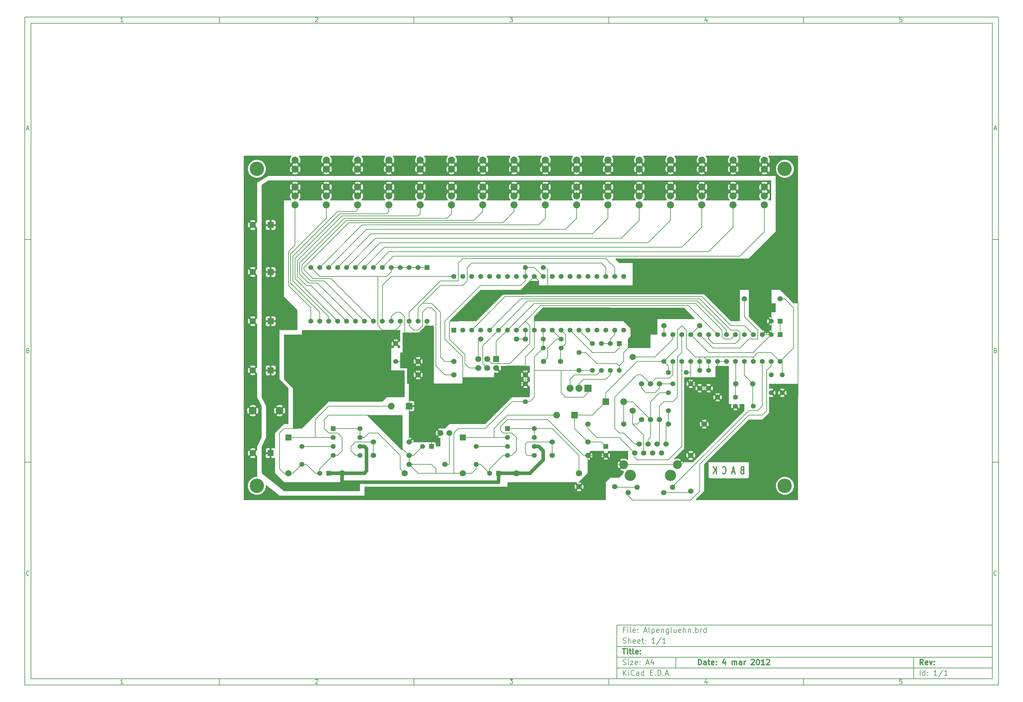
<source format=gbl>
G04 (created by PCBNEW-RS274X (2012-01-21 BZR 3373)-stable) date So 04 Mär 2012 16:34:54 CET*
G01*
G70*
G90*
%MOIN*%
G04 Gerber Fmt 3.4, Leading zero omitted, Abs format*
%FSLAX34Y34*%
G04 APERTURE LIST*
%ADD10C,0.006000*%
%ADD11C,0.012000*%
%ADD12R,0.066900X0.066900*%
%ADD13C,0.066900*%
%ADD14R,0.078700X0.078700*%
%ADD15C,0.078700*%
%ADD16C,0.070000*%
%ADD17C,0.060000*%
%ADD18C,0.066000*%
%ADD19R,0.075000X0.075000*%
%ADD20C,0.075000*%
%ADD21R,0.055000X0.055000*%
%ADD22C,0.055000*%
%ADD23R,0.070000X0.070000*%
%ADD24C,0.059100*%
%ADD25C,0.126000*%
%ADD26C,0.098400*%
%ADD27C,0.086600*%
%ADD28C,0.160000*%
%ADD29C,0.008000*%
%ADD30C,0.039400*%
%ADD31C,0.010000*%
G04 APERTURE END LIST*
G54D10*
X04000Y-04000D02*
X112930Y-04000D01*
X112930Y-78680D01*
X04000Y-78680D01*
X04000Y-04000D01*
X04700Y-04700D02*
X112230Y-04700D01*
X112230Y-77980D01*
X04700Y-77980D01*
X04700Y-04700D01*
X25780Y-04000D02*
X25780Y-04700D01*
X15033Y-04552D02*
X14747Y-04552D01*
X14890Y-04552D02*
X14890Y-04052D01*
X14842Y-04124D01*
X14795Y-04171D01*
X14747Y-04195D01*
X25780Y-78680D02*
X25780Y-77980D01*
X15033Y-78532D02*
X14747Y-78532D01*
X14890Y-78532D02*
X14890Y-78032D01*
X14842Y-78104D01*
X14795Y-78151D01*
X14747Y-78175D01*
X47560Y-04000D02*
X47560Y-04700D01*
X36527Y-04100D02*
X36551Y-04076D01*
X36599Y-04052D01*
X36718Y-04052D01*
X36765Y-04076D01*
X36789Y-04100D01*
X36813Y-04148D01*
X36813Y-04195D01*
X36789Y-04267D01*
X36503Y-04552D01*
X36813Y-04552D01*
X47560Y-78680D02*
X47560Y-77980D01*
X36527Y-78080D02*
X36551Y-78056D01*
X36599Y-78032D01*
X36718Y-78032D01*
X36765Y-78056D01*
X36789Y-78080D01*
X36813Y-78128D01*
X36813Y-78175D01*
X36789Y-78247D01*
X36503Y-78532D01*
X36813Y-78532D01*
X69340Y-04000D02*
X69340Y-04700D01*
X58283Y-04052D02*
X58593Y-04052D01*
X58426Y-04243D01*
X58498Y-04243D01*
X58545Y-04267D01*
X58569Y-04290D01*
X58593Y-04338D01*
X58593Y-04457D01*
X58569Y-04505D01*
X58545Y-04529D01*
X58498Y-04552D01*
X58355Y-04552D01*
X58307Y-04529D01*
X58283Y-04505D01*
X69340Y-78680D02*
X69340Y-77980D01*
X58283Y-78032D02*
X58593Y-78032D01*
X58426Y-78223D01*
X58498Y-78223D01*
X58545Y-78247D01*
X58569Y-78270D01*
X58593Y-78318D01*
X58593Y-78437D01*
X58569Y-78485D01*
X58545Y-78509D01*
X58498Y-78532D01*
X58355Y-78532D01*
X58307Y-78509D01*
X58283Y-78485D01*
X91120Y-04000D02*
X91120Y-04700D01*
X80325Y-04219D02*
X80325Y-04552D01*
X80206Y-04029D02*
X80087Y-04386D01*
X80397Y-04386D01*
X91120Y-78680D02*
X91120Y-77980D01*
X80325Y-78199D02*
X80325Y-78532D01*
X80206Y-78009D02*
X80087Y-78366D01*
X80397Y-78366D01*
X102129Y-04052D02*
X101891Y-04052D01*
X101867Y-04290D01*
X101891Y-04267D01*
X101939Y-04243D01*
X102058Y-04243D01*
X102105Y-04267D01*
X102129Y-04290D01*
X102153Y-04338D01*
X102153Y-04457D01*
X102129Y-04505D01*
X102105Y-04529D01*
X102058Y-04552D01*
X101939Y-04552D01*
X101891Y-04529D01*
X101867Y-04505D01*
X102129Y-78032D02*
X101891Y-78032D01*
X101867Y-78270D01*
X101891Y-78247D01*
X101939Y-78223D01*
X102058Y-78223D01*
X102105Y-78247D01*
X102129Y-78270D01*
X102153Y-78318D01*
X102153Y-78437D01*
X102129Y-78485D01*
X102105Y-78509D01*
X102058Y-78532D01*
X101939Y-78532D01*
X101891Y-78509D01*
X101867Y-78485D01*
X04000Y-28890D02*
X04700Y-28890D01*
X04231Y-16510D02*
X04469Y-16510D01*
X04184Y-16652D02*
X04350Y-16152D01*
X04517Y-16652D01*
X112930Y-28890D02*
X112230Y-28890D01*
X112461Y-16510D02*
X112699Y-16510D01*
X112414Y-16652D02*
X112580Y-16152D01*
X112747Y-16652D01*
X04000Y-53780D02*
X04700Y-53780D01*
X04386Y-41280D02*
X04457Y-41304D01*
X04481Y-41328D01*
X04505Y-41376D01*
X04505Y-41447D01*
X04481Y-41495D01*
X04457Y-41519D01*
X04410Y-41542D01*
X04219Y-41542D01*
X04219Y-41042D01*
X04386Y-41042D01*
X04433Y-41066D01*
X04457Y-41090D01*
X04481Y-41138D01*
X04481Y-41185D01*
X04457Y-41233D01*
X04433Y-41257D01*
X04386Y-41280D01*
X04219Y-41280D01*
X112930Y-53780D02*
X112230Y-53780D01*
X112616Y-41280D02*
X112687Y-41304D01*
X112711Y-41328D01*
X112735Y-41376D01*
X112735Y-41447D01*
X112711Y-41495D01*
X112687Y-41519D01*
X112640Y-41542D01*
X112449Y-41542D01*
X112449Y-41042D01*
X112616Y-41042D01*
X112663Y-41066D01*
X112687Y-41090D01*
X112711Y-41138D01*
X112711Y-41185D01*
X112687Y-41233D01*
X112663Y-41257D01*
X112616Y-41280D01*
X112449Y-41280D01*
X04505Y-66385D02*
X04481Y-66409D01*
X04410Y-66432D01*
X04362Y-66432D01*
X04290Y-66409D01*
X04243Y-66361D01*
X04219Y-66313D01*
X04195Y-66218D01*
X04195Y-66147D01*
X04219Y-66051D01*
X04243Y-66004D01*
X04290Y-65956D01*
X04362Y-65932D01*
X04410Y-65932D01*
X04481Y-65956D01*
X04505Y-65980D01*
X112735Y-66385D02*
X112711Y-66409D01*
X112640Y-66432D01*
X112592Y-66432D01*
X112520Y-66409D01*
X112473Y-66361D01*
X112449Y-66313D01*
X112425Y-66218D01*
X112425Y-66147D01*
X112449Y-66051D01*
X112473Y-66004D01*
X112520Y-65956D01*
X112592Y-65932D01*
X112640Y-65932D01*
X112711Y-65956D01*
X112735Y-65980D01*
G54D11*
X79373Y-76423D02*
X79373Y-75823D01*
X79516Y-75823D01*
X79601Y-75851D01*
X79659Y-75909D01*
X79687Y-75966D01*
X79716Y-76080D01*
X79716Y-76166D01*
X79687Y-76280D01*
X79659Y-76337D01*
X79601Y-76394D01*
X79516Y-76423D01*
X79373Y-76423D01*
X80230Y-76423D02*
X80230Y-76109D01*
X80201Y-76051D01*
X80144Y-76023D01*
X80030Y-76023D01*
X79973Y-76051D01*
X80230Y-76394D02*
X80173Y-76423D01*
X80030Y-76423D01*
X79973Y-76394D01*
X79944Y-76337D01*
X79944Y-76280D01*
X79973Y-76223D01*
X80030Y-76194D01*
X80173Y-76194D01*
X80230Y-76166D01*
X80430Y-76023D02*
X80659Y-76023D01*
X80516Y-75823D02*
X80516Y-76337D01*
X80544Y-76394D01*
X80602Y-76423D01*
X80659Y-76423D01*
X81087Y-76394D02*
X81030Y-76423D01*
X80916Y-76423D01*
X80859Y-76394D01*
X80830Y-76337D01*
X80830Y-76109D01*
X80859Y-76051D01*
X80916Y-76023D01*
X81030Y-76023D01*
X81087Y-76051D01*
X81116Y-76109D01*
X81116Y-76166D01*
X80830Y-76223D01*
X81373Y-76366D02*
X81401Y-76394D01*
X81373Y-76423D01*
X81344Y-76394D01*
X81373Y-76366D01*
X81373Y-76423D01*
X81373Y-76051D02*
X81401Y-76080D01*
X81373Y-76109D01*
X81344Y-76080D01*
X81373Y-76051D01*
X81373Y-76109D01*
X82373Y-76023D02*
X82373Y-76423D01*
X82230Y-75794D02*
X82087Y-76223D01*
X82459Y-76223D01*
X83144Y-76423D02*
X83144Y-76023D01*
X83144Y-76080D02*
X83172Y-76051D01*
X83230Y-76023D01*
X83315Y-76023D01*
X83372Y-76051D01*
X83401Y-76109D01*
X83401Y-76423D01*
X83401Y-76109D02*
X83430Y-76051D01*
X83487Y-76023D01*
X83572Y-76023D01*
X83630Y-76051D01*
X83658Y-76109D01*
X83658Y-76423D01*
X84201Y-76423D02*
X84201Y-76109D01*
X84172Y-76051D01*
X84115Y-76023D01*
X84001Y-76023D01*
X83944Y-76051D01*
X84201Y-76394D02*
X84144Y-76423D01*
X84001Y-76423D01*
X83944Y-76394D01*
X83915Y-76337D01*
X83915Y-76280D01*
X83944Y-76223D01*
X84001Y-76194D01*
X84144Y-76194D01*
X84201Y-76166D01*
X84487Y-76423D02*
X84487Y-76023D01*
X84487Y-76137D02*
X84515Y-76080D01*
X84544Y-76051D01*
X84601Y-76023D01*
X84658Y-76023D01*
X85286Y-75880D02*
X85315Y-75851D01*
X85372Y-75823D01*
X85515Y-75823D01*
X85572Y-75851D01*
X85601Y-75880D01*
X85629Y-75937D01*
X85629Y-75994D01*
X85601Y-76080D01*
X85258Y-76423D01*
X85629Y-76423D01*
X86000Y-75823D02*
X86057Y-75823D01*
X86114Y-75851D01*
X86143Y-75880D01*
X86172Y-75937D01*
X86200Y-76051D01*
X86200Y-76194D01*
X86172Y-76309D01*
X86143Y-76366D01*
X86114Y-76394D01*
X86057Y-76423D01*
X86000Y-76423D01*
X85943Y-76394D01*
X85914Y-76366D01*
X85886Y-76309D01*
X85857Y-76194D01*
X85857Y-76051D01*
X85886Y-75937D01*
X85914Y-75880D01*
X85943Y-75851D01*
X86000Y-75823D01*
X86771Y-76423D02*
X86428Y-76423D01*
X86600Y-76423D02*
X86600Y-75823D01*
X86543Y-75909D01*
X86485Y-75966D01*
X86428Y-75994D01*
X86999Y-75880D02*
X87028Y-75851D01*
X87085Y-75823D01*
X87228Y-75823D01*
X87285Y-75851D01*
X87314Y-75880D01*
X87342Y-75937D01*
X87342Y-75994D01*
X87314Y-76080D01*
X86971Y-76423D01*
X87342Y-76423D01*
G54D10*
X70973Y-77623D02*
X70973Y-77023D01*
X71316Y-77623D02*
X71059Y-77280D01*
X71316Y-77023D02*
X70973Y-77366D01*
X71573Y-77623D02*
X71573Y-77223D01*
X71573Y-77023D02*
X71544Y-77051D01*
X71573Y-77080D01*
X71601Y-77051D01*
X71573Y-77023D01*
X71573Y-77080D01*
X72202Y-77566D02*
X72173Y-77594D01*
X72087Y-77623D01*
X72030Y-77623D01*
X71945Y-77594D01*
X71887Y-77537D01*
X71859Y-77480D01*
X71830Y-77366D01*
X71830Y-77280D01*
X71859Y-77166D01*
X71887Y-77109D01*
X71945Y-77051D01*
X72030Y-77023D01*
X72087Y-77023D01*
X72173Y-77051D01*
X72202Y-77080D01*
X72716Y-77623D02*
X72716Y-77309D01*
X72687Y-77251D01*
X72630Y-77223D01*
X72516Y-77223D01*
X72459Y-77251D01*
X72716Y-77594D02*
X72659Y-77623D01*
X72516Y-77623D01*
X72459Y-77594D01*
X72430Y-77537D01*
X72430Y-77480D01*
X72459Y-77423D01*
X72516Y-77394D01*
X72659Y-77394D01*
X72716Y-77366D01*
X73259Y-77623D02*
X73259Y-77023D01*
X73259Y-77594D02*
X73202Y-77623D01*
X73088Y-77623D01*
X73030Y-77594D01*
X73002Y-77566D01*
X72973Y-77509D01*
X72973Y-77337D01*
X73002Y-77280D01*
X73030Y-77251D01*
X73088Y-77223D01*
X73202Y-77223D01*
X73259Y-77251D01*
X74002Y-77309D02*
X74202Y-77309D01*
X74288Y-77623D02*
X74002Y-77623D01*
X74002Y-77023D01*
X74288Y-77023D01*
X74545Y-77566D02*
X74573Y-77594D01*
X74545Y-77623D01*
X74516Y-77594D01*
X74545Y-77566D01*
X74545Y-77623D01*
X74831Y-77623D02*
X74831Y-77023D01*
X74974Y-77023D01*
X75059Y-77051D01*
X75117Y-77109D01*
X75145Y-77166D01*
X75174Y-77280D01*
X75174Y-77366D01*
X75145Y-77480D01*
X75117Y-77537D01*
X75059Y-77594D01*
X74974Y-77623D01*
X74831Y-77623D01*
X75431Y-77566D02*
X75459Y-77594D01*
X75431Y-77623D01*
X75402Y-77594D01*
X75431Y-77566D01*
X75431Y-77623D01*
X75688Y-77451D02*
X75974Y-77451D01*
X75631Y-77623D02*
X75831Y-77023D01*
X76031Y-77623D01*
X76231Y-77566D02*
X76259Y-77594D01*
X76231Y-77623D01*
X76202Y-77594D01*
X76231Y-77566D01*
X76231Y-77623D01*
G54D11*
X104516Y-76423D02*
X104316Y-76137D01*
X104173Y-76423D02*
X104173Y-75823D01*
X104401Y-75823D01*
X104459Y-75851D01*
X104487Y-75880D01*
X104516Y-75937D01*
X104516Y-76023D01*
X104487Y-76080D01*
X104459Y-76109D01*
X104401Y-76137D01*
X104173Y-76137D01*
X105001Y-76394D02*
X104944Y-76423D01*
X104830Y-76423D01*
X104773Y-76394D01*
X104744Y-76337D01*
X104744Y-76109D01*
X104773Y-76051D01*
X104830Y-76023D01*
X104944Y-76023D01*
X105001Y-76051D01*
X105030Y-76109D01*
X105030Y-76166D01*
X104744Y-76223D01*
X105230Y-76023D02*
X105373Y-76423D01*
X105515Y-76023D01*
X105744Y-76366D02*
X105772Y-76394D01*
X105744Y-76423D01*
X105715Y-76394D01*
X105744Y-76366D01*
X105744Y-76423D01*
X105744Y-76051D02*
X105772Y-76080D01*
X105744Y-76109D01*
X105715Y-76080D01*
X105744Y-76051D01*
X105744Y-76109D01*
G54D10*
X70944Y-76394D02*
X71030Y-76423D01*
X71173Y-76423D01*
X71230Y-76394D01*
X71259Y-76366D01*
X71287Y-76309D01*
X71287Y-76251D01*
X71259Y-76194D01*
X71230Y-76166D01*
X71173Y-76137D01*
X71059Y-76109D01*
X71001Y-76080D01*
X70973Y-76051D01*
X70944Y-75994D01*
X70944Y-75937D01*
X70973Y-75880D01*
X71001Y-75851D01*
X71059Y-75823D01*
X71201Y-75823D01*
X71287Y-75851D01*
X71544Y-76423D02*
X71544Y-76023D01*
X71544Y-75823D02*
X71515Y-75851D01*
X71544Y-75880D01*
X71572Y-75851D01*
X71544Y-75823D01*
X71544Y-75880D01*
X71773Y-76023D02*
X72087Y-76023D01*
X71773Y-76423D01*
X72087Y-76423D01*
X72544Y-76394D02*
X72487Y-76423D01*
X72373Y-76423D01*
X72316Y-76394D01*
X72287Y-76337D01*
X72287Y-76109D01*
X72316Y-76051D01*
X72373Y-76023D01*
X72487Y-76023D01*
X72544Y-76051D01*
X72573Y-76109D01*
X72573Y-76166D01*
X72287Y-76223D01*
X72830Y-76366D02*
X72858Y-76394D01*
X72830Y-76423D01*
X72801Y-76394D01*
X72830Y-76366D01*
X72830Y-76423D01*
X72830Y-76051D02*
X72858Y-76080D01*
X72830Y-76109D01*
X72801Y-76080D01*
X72830Y-76051D01*
X72830Y-76109D01*
X73544Y-76251D02*
X73830Y-76251D01*
X73487Y-76423D02*
X73687Y-75823D01*
X73887Y-76423D01*
X74344Y-76023D02*
X74344Y-76423D01*
X74201Y-75794D02*
X74058Y-76223D01*
X74430Y-76223D01*
X104173Y-77623D02*
X104173Y-77023D01*
X104716Y-77623D02*
X104716Y-77023D01*
X104716Y-77594D02*
X104659Y-77623D01*
X104545Y-77623D01*
X104487Y-77594D01*
X104459Y-77566D01*
X104430Y-77509D01*
X104430Y-77337D01*
X104459Y-77280D01*
X104487Y-77251D01*
X104545Y-77223D01*
X104659Y-77223D01*
X104716Y-77251D01*
X105002Y-77566D02*
X105030Y-77594D01*
X105002Y-77623D01*
X104973Y-77594D01*
X105002Y-77566D01*
X105002Y-77623D01*
X105002Y-77251D02*
X105030Y-77280D01*
X105002Y-77309D01*
X104973Y-77280D01*
X105002Y-77251D01*
X105002Y-77309D01*
X106059Y-77623D02*
X105716Y-77623D01*
X105888Y-77623D02*
X105888Y-77023D01*
X105831Y-77109D01*
X105773Y-77166D01*
X105716Y-77194D01*
X106744Y-76994D02*
X106230Y-77766D01*
X107259Y-77623D02*
X106916Y-77623D01*
X107088Y-77623D02*
X107088Y-77023D01*
X107031Y-77109D01*
X106973Y-77166D01*
X106916Y-77194D01*
G54D11*
X70887Y-74623D02*
X71230Y-74623D01*
X71059Y-75223D02*
X71059Y-74623D01*
X71430Y-75223D02*
X71430Y-74823D01*
X71430Y-74623D02*
X71401Y-74651D01*
X71430Y-74680D01*
X71458Y-74651D01*
X71430Y-74623D01*
X71430Y-74680D01*
X71630Y-74823D02*
X71859Y-74823D01*
X71716Y-74623D02*
X71716Y-75137D01*
X71744Y-75194D01*
X71802Y-75223D01*
X71859Y-75223D01*
X72145Y-75223D02*
X72087Y-75194D01*
X72059Y-75137D01*
X72059Y-74623D01*
X72601Y-75194D02*
X72544Y-75223D01*
X72430Y-75223D01*
X72373Y-75194D01*
X72344Y-75137D01*
X72344Y-74909D01*
X72373Y-74851D01*
X72430Y-74823D01*
X72544Y-74823D01*
X72601Y-74851D01*
X72630Y-74909D01*
X72630Y-74966D01*
X72344Y-75023D01*
X72887Y-75166D02*
X72915Y-75194D01*
X72887Y-75223D01*
X72858Y-75194D01*
X72887Y-75166D01*
X72887Y-75223D01*
X72887Y-74851D02*
X72915Y-74880D01*
X72887Y-74909D01*
X72858Y-74880D01*
X72887Y-74851D01*
X72887Y-74909D01*
G54D10*
X71173Y-72509D02*
X70973Y-72509D01*
X70973Y-72823D02*
X70973Y-72223D01*
X71259Y-72223D01*
X71487Y-72823D02*
X71487Y-72423D01*
X71487Y-72223D02*
X71458Y-72251D01*
X71487Y-72280D01*
X71515Y-72251D01*
X71487Y-72223D01*
X71487Y-72280D01*
X71859Y-72823D02*
X71801Y-72794D01*
X71773Y-72737D01*
X71773Y-72223D01*
X72315Y-72794D02*
X72258Y-72823D01*
X72144Y-72823D01*
X72087Y-72794D01*
X72058Y-72737D01*
X72058Y-72509D01*
X72087Y-72451D01*
X72144Y-72423D01*
X72258Y-72423D01*
X72315Y-72451D01*
X72344Y-72509D01*
X72344Y-72566D01*
X72058Y-72623D01*
X72601Y-72766D02*
X72629Y-72794D01*
X72601Y-72823D01*
X72572Y-72794D01*
X72601Y-72766D01*
X72601Y-72823D01*
X72601Y-72451D02*
X72629Y-72480D01*
X72601Y-72509D01*
X72572Y-72480D01*
X72601Y-72451D01*
X72601Y-72509D01*
X73315Y-72651D02*
X73601Y-72651D01*
X73258Y-72823D02*
X73458Y-72223D01*
X73658Y-72823D01*
X73944Y-72823D02*
X73886Y-72794D01*
X73858Y-72737D01*
X73858Y-72223D01*
X74172Y-72423D02*
X74172Y-73023D01*
X74172Y-72451D02*
X74229Y-72423D01*
X74343Y-72423D01*
X74400Y-72451D01*
X74429Y-72480D01*
X74458Y-72537D01*
X74458Y-72709D01*
X74429Y-72766D01*
X74400Y-72794D01*
X74343Y-72823D01*
X74229Y-72823D01*
X74172Y-72794D01*
X74943Y-72794D02*
X74886Y-72823D01*
X74772Y-72823D01*
X74715Y-72794D01*
X74686Y-72737D01*
X74686Y-72509D01*
X74715Y-72451D01*
X74772Y-72423D01*
X74886Y-72423D01*
X74943Y-72451D01*
X74972Y-72509D01*
X74972Y-72566D01*
X74686Y-72623D01*
X75229Y-72423D02*
X75229Y-72823D01*
X75229Y-72480D02*
X75257Y-72451D01*
X75315Y-72423D01*
X75400Y-72423D01*
X75457Y-72451D01*
X75486Y-72509D01*
X75486Y-72823D01*
X76029Y-72423D02*
X76029Y-72909D01*
X76000Y-72966D01*
X75972Y-72994D01*
X75915Y-73023D01*
X75829Y-73023D01*
X75772Y-72994D01*
X76029Y-72794D02*
X75972Y-72823D01*
X75858Y-72823D01*
X75800Y-72794D01*
X75772Y-72766D01*
X75743Y-72709D01*
X75743Y-72537D01*
X75772Y-72480D01*
X75800Y-72451D01*
X75858Y-72423D01*
X75972Y-72423D01*
X76029Y-72451D01*
X76401Y-72823D02*
X76343Y-72794D01*
X76315Y-72737D01*
X76315Y-72223D01*
X76886Y-72423D02*
X76886Y-72823D01*
X76629Y-72423D02*
X76629Y-72737D01*
X76657Y-72794D01*
X76715Y-72823D01*
X76800Y-72823D01*
X76857Y-72794D01*
X76886Y-72766D01*
X77400Y-72794D02*
X77343Y-72823D01*
X77229Y-72823D01*
X77172Y-72794D01*
X77143Y-72737D01*
X77143Y-72509D01*
X77172Y-72451D01*
X77229Y-72423D01*
X77343Y-72423D01*
X77400Y-72451D01*
X77429Y-72509D01*
X77429Y-72566D01*
X77143Y-72623D01*
X77686Y-72823D02*
X77686Y-72223D01*
X77943Y-72823D02*
X77943Y-72509D01*
X77914Y-72451D01*
X77857Y-72423D01*
X77772Y-72423D01*
X77714Y-72451D01*
X77686Y-72480D01*
X78229Y-72423D02*
X78229Y-72823D01*
X78229Y-72480D02*
X78257Y-72451D01*
X78315Y-72423D01*
X78400Y-72423D01*
X78457Y-72451D01*
X78486Y-72509D01*
X78486Y-72823D01*
X78772Y-72766D02*
X78800Y-72794D01*
X78772Y-72823D01*
X78743Y-72794D01*
X78772Y-72766D01*
X78772Y-72823D01*
X79058Y-72823D02*
X79058Y-72223D01*
X79058Y-72451D02*
X79115Y-72423D01*
X79229Y-72423D01*
X79286Y-72451D01*
X79315Y-72480D01*
X79344Y-72537D01*
X79344Y-72709D01*
X79315Y-72766D01*
X79286Y-72794D01*
X79229Y-72823D01*
X79115Y-72823D01*
X79058Y-72794D01*
X79601Y-72823D02*
X79601Y-72423D01*
X79601Y-72537D02*
X79629Y-72480D01*
X79658Y-72451D01*
X79715Y-72423D01*
X79772Y-72423D01*
X80229Y-72823D02*
X80229Y-72223D01*
X80229Y-72794D02*
X80172Y-72823D01*
X80058Y-72823D01*
X80000Y-72794D01*
X79972Y-72766D01*
X79943Y-72709D01*
X79943Y-72537D01*
X79972Y-72480D01*
X80000Y-72451D01*
X80058Y-72423D01*
X80172Y-72423D01*
X80229Y-72451D01*
X70944Y-73994D02*
X71030Y-74023D01*
X71173Y-74023D01*
X71230Y-73994D01*
X71259Y-73966D01*
X71287Y-73909D01*
X71287Y-73851D01*
X71259Y-73794D01*
X71230Y-73766D01*
X71173Y-73737D01*
X71059Y-73709D01*
X71001Y-73680D01*
X70973Y-73651D01*
X70944Y-73594D01*
X70944Y-73537D01*
X70973Y-73480D01*
X71001Y-73451D01*
X71059Y-73423D01*
X71201Y-73423D01*
X71287Y-73451D01*
X71544Y-74023D02*
X71544Y-73423D01*
X71801Y-74023D02*
X71801Y-73709D01*
X71772Y-73651D01*
X71715Y-73623D01*
X71630Y-73623D01*
X71572Y-73651D01*
X71544Y-73680D01*
X72315Y-73994D02*
X72258Y-74023D01*
X72144Y-74023D01*
X72087Y-73994D01*
X72058Y-73937D01*
X72058Y-73709D01*
X72087Y-73651D01*
X72144Y-73623D01*
X72258Y-73623D01*
X72315Y-73651D01*
X72344Y-73709D01*
X72344Y-73766D01*
X72058Y-73823D01*
X72829Y-73994D02*
X72772Y-74023D01*
X72658Y-74023D01*
X72601Y-73994D01*
X72572Y-73937D01*
X72572Y-73709D01*
X72601Y-73651D01*
X72658Y-73623D01*
X72772Y-73623D01*
X72829Y-73651D01*
X72858Y-73709D01*
X72858Y-73766D01*
X72572Y-73823D01*
X73029Y-73623D02*
X73258Y-73623D01*
X73115Y-73423D02*
X73115Y-73937D01*
X73143Y-73994D01*
X73201Y-74023D01*
X73258Y-74023D01*
X73458Y-73966D02*
X73486Y-73994D01*
X73458Y-74023D01*
X73429Y-73994D01*
X73458Y-73966D01*
X73458Y-74023D01*
X73458Y-73651D02*
X73486Y-73680D01*
X73458Y-73709D01*
X73429Y-73680D01*
X73458Y-73651D01*
X73458Y-73709D01*
X74515Y-74023D02*
X74172Y-74023D01*
X74344Y-74023D02*
X74344Y-73423D01*
X74287Y-73509D01*
X74229Y-73566D01*
X74172Y-73594D01*
X75200Y-73394D02*
X74686Y-74166D01*
X75715Y-74023D02*
X75372Y-74023D01*
X75544Y-74023D02*
X75544Y-73423D01*
X75487Y-73509D01*
X75429Y-73566D01*
X75372Y-73594D01*
X70230Y-71980D02*
X70230Y-77980D01*
X70230Y-71980D02*
X112230Y-71980D01*
X70230Y-71980D02*
X112230Y-71980D01*
X70230Y-74380D02*
X112230Y-74380D01*
X103430Y-75580D02*
X103430Y-77980D01*
X70230Y-76780D02*
X112230Y-76780D01*
X70230Y-75580D02*
X112230Y-75580D01*
X76830Y-75580D02*
X76830Y-76780D01*
G54D11*
X84249Y-54655D02*
X84163Y-54693D01*
X84135Y-54731D01*
X84106Y-54807D01*
X84106Y-54921D01*
X84135Y-54998D01*
X84163Y-55036D01*
X84221Y-55074D01*
X84449Y-55074D01*
X84449Y-54274D01*
X84249Y-54274D01*
X84192Y-54312D01*
X84163Y-54350D01*
X84135Y-54426D01*
X84135Y-54502D01*
X84163Y-54579D01*
X84192Y-54617D01*
X84249Y-54655D01*
X84449Y-54655D01*
X83421Y-54845D02*
X83135Y-54845D01*
X83478Y-55074D02*
X83278Y-54274D01*
X83078Y-55074D01*
X82078Y-54998D02*
X82107Y-55036D01*
X82193Y-55074D01*
X82250Y-55074D01*
X82335Y-55036D01*
X82393Y-54960D01*
X82421Y-54883D01*
X82450Y-54731D01*
X82450Y-54617D01*
X82421Y-54464D01*
X82393Y-54388D01*
X82335Y-54312D01*
X82250Y-54274D01*
X82193Y-54274D01*
X82107Y-54312D01*
X82078Y-54350D01*
X81364Y-55074D02*
X81364Y-54274D01*
X81021Y-55074D02*
X81278Y-54617D01*
X81021Y-54274D02*
X81364Y-54731D01*
G54D12*
X56750Y-42250D03*
G54D13*
X56750Y-43250D03*
X55750Y-42250D03*
X55750Y-43250D03*
X54750Y-42250D03*
X54750Y-43250D03*
G54D14*
X67000Y-45500D03*
G54D15*
X66000Y-45500D03*
X65000Y-45500D03*
G54D16*
X46500Y-55000D03*
X39500Y-55000D03*
X66000Y-55000D03*
X59000Y-55000D03*
G54D17*
X48000Y-42500D03*
X52000Y-42500D03*
X60000Y-40000D03*
X60000Y-44000D03*
X47000Y-51500D03*
X43000Y-51500D03*
X47000Y-53000D03*
X43000Y-53000D03*
X75500Y-38500D03*
X79500Y-38500D03*
X88500Y-35500D03*
X84500Y-35500D03*
X75000Y-49000D03*
X75000Y-45000D03*
X74000Y-45000D03*
X74000Y-49000D03*
X73000Y-49000D03*
X73000Y-45000D03*
X67000Y-49500D03*
X71000Y-49500D03*
X66000Y-56500D03*
X70000Y-56500D03*
X48000Y-44000D03*
X52000Y-44000D03*
X78500Y-53000D03*
X78500Y-57000D03*
X67000Y-51500D03*
X63000Y-51500D03*
X67000Y-53000D03*
X63000Y-53000D03*
X51000Y-54000D03*
X47000Y-54000D03*
G54D18*
X50500Y-50500D03*
X51500Y-50500D03*
G54D19*
X65500Y-48500D03*
G54D20*
X63500Y-48500D03*
G54D19*
X69000Y-47000D03*
G54D20*
X71000Y-47000D03*
G54D19*
X47000Y-47500D03*
G54D20*
X45000Y-47500D03*
G54D21*
X38500Y-50000D03*
G54D22*
X38500Y-51000D03*
X38500Y-52000D03*
X38500Y-53000D03*
X41500Y-53000D03*
X41500Y-52000D03*
X41500Y-51000D03*
X41500Y-50000D03*
G54D21*
X58000Y-50000D03*
G54D22*
X58000Y-51000D03*
X58000Y-52000D03*
X58000Y-53000D03*
X61000Y-53000D03*
X61000Y-52000D03*
X61000Y-51000D03*
X61000Y-50000D03*
G54D21*
X70500Y-40500D03*
G54D22*
X69500Y-40500D03*
X68500Y-40500D03*
X67500Y-40500D03*
X67500Y-43500D03*
X68500Y-43500D03*
X69500Y-43500D03*
X70500Y-43500D03*
G54D21*
X52000Y-39000D03*
G54D22*
X53000Y-39000D03*
X54000Y-39000D03*
X55000Y-39000D03*
X56000Y-39000D03*
X57000Y-39000D03*
X58000Y-39000D03*
X59000Y-39000D03*
X60000Y-39000D03*
X61000Y-39000D03*
X62000Y-39000D03*
X63000Y-39000D03*
X64000Y-39000D03*
X65000Y-39000D03*
X66000Y-39000D03*
X67000Y-39000D03*
X68000Y-39000D03*
X69000Y-39000D03*
X70000Y-39000D03*
X71000Y-39000D03*
X71000Y-33000D03*
X70000Y-33000D03*
X69000Y-33000D03*
X68000Y-33000D03*
X67000Y-33000D03*
X66000Y-33000D03*
X65000Y-33000D03*
X64000Y-33000D03*
X63000Y-33000D03*
X62000Y-33000D03*
X61000Y-33000D03*
X60000Y-33000D03*
X59000Y-33000D03*
X58000Y-33000D03*
X57000Y-33000D03*
X56000Y-33000D03*
X55000Y-33000D03*
X54000Y-33000D03*
X53000Y-33000D03*
X52000Y-33000D03*
G54D21*
X49000Y-32000D03*
G54D22*
X48000Y-32000D03*
X47000Y-32000D03*
X46000Y-32000D03*
X45000Y-32000D03*
X44000Y-32000D03*
X43000Y-32000D03*
X42000Y-32000D03*
X41000Y-32000D03*
X40000Y-32000D03*
X39000Y-32000D03*
X38000Y-32000D03*
X37000Y-32000D03*
X36000Y-32000D03*
X36000Y-38000D03*
X37000Y-38000D03*
X38000Y-38000D03*
X39000Y-38000D03*
X40000Y-38000D03*
X41000Y-38000D03*
X42000Y-38000D03*
X43000Y-38000D03*
X44000Y-38000D03*
X45000Y-38000D03*
X46000Y-38000D03*
X47000Y-38000D03*
X48000Y-38000D03*
X49000Y-38000D03*
X87500Y-39500D03*
X86500Y-39500D03*
X85500Y-39500D03*
X84500Y-39500D03*
X83500Y-39500D03*
X82500Y-39500D03*
X81500Y-39500D03*
X80500Y-39500D03*
X79500Y-39500D03*
X78500Y-39500D03*
X77500Y-39500D03*
X76500Y-39500D03*
X75500Y-39500D03*
G54D21*
X88500Y-39500D03*
G54D22*
X75500Y-42500D03*
X76500Y-42500D03*
X77500Y-42500D03*
X78500Y-42500D03*
X79500Y-42500D03*
X80500Y-42500D03*
X81500Y-42500D03*
X82500Y-42500D03*
X83500Y-42500D03*
X84500Y-42500D03*
X85500Y-42500D03*
X86500Y-42500D03*
X87500Y-42500D03*
X88500Y-42500D03*
G54D16*
X33500Y-55000D03*
G54D23*
X33500Y-51000D03*
G54D16*
X53000Y-55000D03*
G54D23*
X53000Y-51000D03*
G54D24*
X83539Y-45000D03*
X85461Y-45000D03*
X62039Y-42500D03*
X63961Y-42500D03*
G54D23*
X31500Y-27250D03*
G54D16*
X29500Y-27250D03*
G54D23*
X31500Y-43500D03*
G54D16*
X29500Y-43500D03*
G54D23*
X31500Y-52750D03*
G54D16*
X29500Y-52750D03*
G54D23*
X31500Y-38000D03*
G54D16*
X29500Y-38000D03*
G54D23*
X31500Y-32500D03*
G54D16*
X29500Y-32500D03*
G54D22*
X62000Y-32000D03*
X60000Y-32000D03*
X45500Y-40500D03*
X45500Y-42500D03*
X76000Y-48000D03*
X76000Y-46000D03*
X78500Y-45000D03*
X76500Y-45000D03*
X54500Y-54000D03*
X54500Y-52000D03*
X35000Y-54000D03*
X35000Y-52000D03*
X85500Y-47500D03*
X83500Y-47500D03*
X83500Y-46500D03*
X81500Y-46500D03*
X60000Y-47000D03*
X60000Y-45000D03*
X64000Y-41000D03*
X62000Y-41000D03*
X64000Y-40000D03*
X62000Y-40000D03*
G54D21*
X38000Y-55000D03*
G54D22*
X37000Y-55000D03*
G54D21*
X49500Y-52000D03*
G54D22*
X48500Y-52000D03*
G54D21*
X88500Y-38000D03*
G54D22*
X87500Y-38000D03*
G54D21*
X57000Y-55000D03*
G54D22*
X56000Y-55000D03*
G54D21*
X69000Y-52000D03*
G54D22*
X69000Y-53000D03*
G54D16*
X72000Y-48000D03*
X72000Y-42000D03*
G54D17*
X76000Y-49500D03*
X80000Y-49500D03*
X55000Y-40000D03*
X59000Y-40000D03*
G54D25*
X71750Y-55250D03*
G54D17*
X72750Y-51750D03*
X73750Y-51750D03*
X74750Y-51750D03*
X75750Y-51750D03*
X72250Y-52750D03*
X73250Y-52750D03*
X74250Y-52750D03*
X75250Y-52750D03*
G54D25*
X76250Y-55250D03*
G54D26*
X71000Y-54049D03*
X77000Y-54049D03*
G54D24*
X72510Y-56581D03*
X75490Y-57179D03*
X71510Y-57179D03*
X76490Y-56581D03*
G54D27*
X29500Y-48000D03*
X32500Y-48000D03*
G54D22*
X66000Y-43500D03*
X66000Y-41500D03*
G54D28*
X29969Y-56402D03*
X89024Y-56402D03*
X29969Y-20969D03*
X89024Y-20969D03*
G54D15*
X41250Y-20000D03*
X41250Y-21000D03*
X41250Y-23000D03*
X41250Y-24000D03*
X41250Y-25000D03*
X34250Y-20000D03*
X34250Y-21000D03*
X34250Y-23000D03*
X34250Y-24000D03*
X34250Y-25000D03*
X83250Y-20000D03*
X83250Y-21000D03*
X83250Y-23000D03*
X83250Y-24000D03*
X83250Y-25000D03*
X37750Y-20000D03*
X37750Y-21000D03*
X37750Y-23000D03*
X37750Y-24000D03*
X37750Y-25000D03*
X79750Y-20000D03*
X79750Y-21000D03*
X79750Y-23000D03*
X79750Y-24000D03*
X79750Y-25000D03*
X58750Y-20000D03*
X58750Y-21000D03*
X58750Y-23000D03*
X58750Y-24000D03*
X58750Y-25000D03*
X62250Y-20000D03*
X62250Y-21000D03*
X62250Y-23000D03*
X62250Y-24000D03*
X62250Y-25000D03*
X55250Y-20000D03*
X55250Y-21000D03*
X55250Y-23000D03*
X55250Y-24000D03*
X55250Y-25000D03*
X65750Y-20000D03*
X65750Y-21000D03*
X65750Y-23000D03*
X65750Y-24000D03*
X65750Y-25000D03*
X51750Y-20000D03*
X51750Y-21000D03*
X51750Y-23000D03*
X51750Y-24000D03*
X51750Y-25000D03*
X86750Y-20000D03*
X86750Y-21000D03*
X86750Y-23000D03*
X86750Y-24000D03*
X86750Y-25000D03*
X44750Y-20000D03*
X44750Y-21000D03*
X44750Y-23000D03*
X44750Y-24000D03*
X44750Y-25000D03*
X72750Y-20000D03*
X72750Y-21000D03*
X72750Y-23000D03*
X72750Y-24000D03*
X72750Y-25000D03*
X76250Y-20000D03*
X76250Y-21000D03*
X76250Y-23000D03*
X76250Y-24000D03*
X76250Y-25000D03*
X48250Y-20000D03*
X48250Y-21000D03*
X48250Y-23000D03*
X48250Y-24000D03*
X48250Y-25000D03*
X69250Y-20000D03*
X69250Y-21000D03*
X69250Y-23000D03*
X69250Y-24000D03*
X69250Y-25000D03*
G54D22*
X88750Y-44000D03*
X88750Y-46000D03*
X87500Y-44000D03*
X87500Y-46000D03*
X79500Y-43500D03*
X79500Y-45500D03*
X80500Y-43500D03*
X80500Y-45500D03*
X76000Y-43750D03*
X78000Y-43750D03*
G54D29*
X77500Y-38500D02*
X78000Y-39000D01*
X88750Y-42750D02*
X88500Y-42500D01*
X76000Y-43750D02*
X76000Y-43000D01*
X76000Y-43000D02*
X75500Y-42500D01*
X80500Y-42500D02*
X80500Y-43500D01*
X79500Y-42500D02*
X79500Y-43500D01*
X79500Y-42000D02*
X85500Y-42000D01*
X70500Y-44500D02*
X72500Y-42500D01*
X72500Y-42500D02*
X73500Y-42500D01*
X79000Y-42000D02*
X79500Y-42000D01*
X79500Y-42000D02*
X80000Y-42000D01*
X80000Y-42000D02*
X80500Y-42500D01*
X75500Y-42500D02*
X77000Y-41000D01*
X79500Y-42000D02*
X79500Y-42500D01*
X75500Y-42500D02*
X73500Y-42500D01*
X69000Y-46000D02*
X69000Y-47000D01*
X70500Y-44500D02*
X69000Y-46000D01*
X90000Y-41000D02*
X88500Y-42500D01*
X78000Y-41000D02*
X79000Y-42000D01*
X78000Y-39000D02*
X78000Y-41000D01*
X77000Y-39000D02*
X77500Y-38500D01*
X77000Y-41000D02*
X77000Y-39000D01*
X85500Y-42500D02*
X85500Y-42000D01*
X85500Y-42000D02*
X86000Y-41500D01*
X87500Y-41500D02*
X88500Y-42500D01*
X86000Y-41500D02*
X87500Y-41500D01*
X88500Y-35500D02*
X89000Y-35500D01*
X89000Y-35500D02*
X90000Y-36500D01*
X88750Y-44000D02*
X88750Y-42750D01*
X65500Y-50000D02*
X67000Y-51500D01*
X65500Y-48500D02*
X65500Y-50000D01*
X68500Y-51500D02*
X69000Y-52000D01*
X67000Y-51500D02*
X68500Y-51500D01*
X90000Y-36500D02*
X90000Y-41000D01*
X65500Y-48500D02*
X67500Y-48500D01*
X67500Y-48500D02*
X69000Y-47000D01*
G54D30*
X41500Y-52000D02*
X42000Y-52000D01*
X42000Y-52000D02*
X42250Y-52250D01*
X42000Y-55000D02*
X41500Y-55000D01*
X42250Y-54750D02*
X42000Y-55000D01*
X42250Y-52250D02*
X42250Y-54750D01*
X62000Y-52500D02*
X62000Y-53500D01*
X62000Y-53500D02*
X60500Y-55000D01*
X60500Y-55000D02*
X59000Y-55000D01*
X61000Y-52000D02*
X61500Y-52000D01*
X61500Y-52000D02*
X62000Y-52500D01*
X39500Y-56000D02*
X39000Y-56500D01*
X31500Y-55000D02*
X31500Y-54500D01*
X33000Y-56500D02*
X31500Y-55000D01*
X39000Y-56500D02*
X33000Y-56500D01*
X57000Y-56000D02*
X39500Y-56000D01*
X57000Y-55000D02*
X57000Y-56000D01*
X57000Y-55000D02*
X59000Y-55000D01*
X38000Y-55000D02*
X39500Y-55000D01*
X41500Y-55000D02*
X39500Y-55000D01*
X39500Y-56000D02*
X39500Y-55000D01*
G54D29*
X60500Y-55000D02*
X59000Y-55000D01*
X62000Y-53500D02*
X60500Y-55000D01*
X60000Y-33500D02*
X59500Y-34000D01*
X52500Y-41500D02*
X53000Y-42000D01*
X60000Y-33500D02*
X60000Y-33000D01*
X62000Y-33000D02*
X61000Y-32000D01*
X52000Y-45000D02*
X52500Y-45000D01*
X52500Y-45000D02*
X53000Y-45000D01*
X60000Y-45000D02*
X55000Y-45000D01*
X53000Y-45000D02*
X53000Y-44250D01*
X51500Y-40500D02*
X51000Y-40000D01*
X51000Y-40000D02*
X51000Y-38000D01*
X51000Y-38000D02*
X55000Y-34000D01*
X46500Y-37500D02*
X46500Y-41000D01*
X51500Y-40500D02*
X52500Y-41500D01*
X53000Y-42000D02*
X53000Y-44250D01*
X45000Y-37500D02*
X45500Y-37000D01*
X61000Y-32000D02*
X60000Y-32000D01*
X46500Y-41000D02*
X47000Y-41500D01*
X45000Y-38000D02*
X45000Y-37500D01*
X49000Y-39500D02*
X49000Y-38000D01*
X60000Y-44000D02*
X60000Y-45000D01*
X61000Y-37500D02*
X62000Y-36500D01*
X62000Y-36500D02*
X69500Y-36500D01*
X69500Y-36500D02*
X72000Y-39000D01*
X61000Y-39000D02*
X61000Y-37500D01*
X60000Y-33000D02*
X60000Y-32000D01*
X66000Y-41500D02*
X66750Y-41500D01*
X70250Y-42750D02*
X70500Y-43000D01*
X66750Y-41500D02*
X68000Y-42750D01*
X68000Y-42750D02*
X70250Y-42750D01*
X61000Y-39000D02*
X61000Y-41000D01*
X72000Y-39000D02*
X72000Y-39500D01*
X71000Y-41500D02*
X71500Y-41000D01*
X72000Y-39500D02*
X71500Y-40000D01*
X55000Y-34000D02*
X59500Y-34000D01*
X58000Y-43000D02*
X60000Y-43000D01*
X52000Y-45000D02*
X47000Y-45000D01*
X45500Y-42500D02*
X47000Y-42500D01*
X46000Y-37000D02*
X46500Y-37500D01*
X71500Y-40000D02*
X71500Y-41000D01*
X70500Y-43500D02*
X70500Y-43000D01*
X70500Y-43000D02*
X71000Y-42500D01*
X71000Y-42500D02*
X71000Y-41500D01*
X45500Y-37000D02*
X46000Y-37000D01*
X53000Y-45000D02*
X55000Y-45000D01*
X60000Y-42000D02*
X60000Y-43000D01*
X47000Y-49000D02*
X47000Y-51500D01*
X47000Y-47500D02*
X47000Y-49000D01*
X49500Y-51500D02*
X49500Y-52000D01*
X47000Y-51500D02*
X49500Y-51500D01*
X49500Y-51500D02*
X50500Y-50500D01*
X47000Y-41500D02*
X49000Y-39500D01*
X47000Y-42500D02*
X47000Y-41500D01*
X47000Y-45000D02*
X47000Y-42500D01*
X60000Y-43000D02*
X60000Y-44000D01*
X61000Y-41000D02*
X60000Y-42000D01*
X48000Y-42500D02*
X48000Y-44000D01*
X47000Y-47500D02*
X47000Y-45000D01*
X48000Y-44000D02*
X47000Y-45000D01*
X55000Y-38000D02*
X57750Y-35250D01*
X79750Y-35250D02*
X80500Y-36000D01*
X57750Y-35250D02*
X79750Y-35250D01*
X54000Y-39000D02*
X55000Y-38000D01*
X84500Y-38500D02*
X85500Y-39500D01*
X80500Y-36000D02*
X83000Y-38500D01*
X83000Y-38500D02*
X84500Y-38500D01*
X84000Y-30750D02*
X86750Y-28000D01*
X86750Y-28000D02*
X86750Y-25000D01*
X45250Y-30750D02*
X44000Y-32000D01*
X84000Y-30750D02*
X45250Y-30750D01*
X83250Y-25000D02*
X83250Y-27500D01*
X80500Y-30250D02*
X80250Y-30250D01*
X83250Y-27500D02*
X80500Y-30250D01*
X43000Y-32000D02*
X44750Y-30250D01*
X44750Y-30250D02*
X80250Y-30250D01*
X41000Y-25750D02*
X41250Y-25500D01*
X41250Y-25500D02*
X41250Y-25000D01*
X38000Y-38000D02*
X38000Y-37500D01*
X39000Y-25750D02*
X41000Y-25750D01*
X34000Y-30750D02*
X39000Y-25750D01*
X34000Y-33500D02*
X34000Y-30750D01*
X38000Y-37500D02*
X34000Y-33500D01*
X43500Y-26000D02*
X44500Y-26000D01*
X44500Y-26000D02*
X44750Y-25750D01*
X44750Y-25750D02*
X44750Y-25000D01*
X34250Y-33250D02*
X35250Y-34250D01*
X43500Y-26000D02*
X39250Y-26000D01*
X39250Y-26000D02*
X34250Y-31000D01*
X34250Y-31000D02*
X34250Y-33250D01*
X35250Y-34250D02*
X39000Y-38000D01*
X47250Y-26250D02*
X48000Y-26250D01*
X48250Y-26000D02*
X48250Y-25000D01*
X48000Y-26250D02*
X48250Y-26000D01*
X40000Y-38000D02*
X36000Y-34000D01*
X39500Y-26250D02*
X47250Y-26250D01*
X34500Y-31250D02*
X39500Y-26250D01*
X34500Y-33000D02*
X34500Y-31250D01*
X35500Y-34000D02*
X34500Y-33000D01*
X36000Y-34000D02*
X35500Y-34000D01*
X35750Y-33750D02*
X36750Y-33750D01*
X39750Y-26500D02*
X34750Y-31500D01*
X51250Y-26500D02*
X51750Y-26000D01*
X51750Y-26000D02*
X51750Y-25000D01*
X50500Y-26500D02*
X51250Y-26500D01*
X50500Y-26500D02*
X39750Y-26500D01*
X34750Y-31500D02*
X34750Y-32750D01*
X36750Y-33750D02*
X41000Y-38000D01*
X34750Y-32750D02*
X35750Y-33750D01*
X53750Y-26750D02*
X54250Y-26750D01*
X55250Y-25750D02*
X55250Y-25000D01*
X54250Y-26750D02*
X55250Y-25750D01*
X53250Y-26750D02*
X53750Y-26750D01*
X40000Y-26750D02*
X53250Y-26750D01*
X37500Y-33500D02*
X36000Y-33500D01*
X36000Y-33500D02*
X35000Y-32500D01*
X35000Y-32500D02*
X35000Y-31750D01*
X35000Y-31750D02*
X40000Y-26750D01*
X42000Y-38000D02*
X37500Y-33500D01*
X40250Y-27000D02*
X35250Y-32000D01*
X58750Y-25000D02*
X58750Y-25750D01*
X58750Y-25750D02*
X57500Y-27000D01*
X36250Y-33250D02*
X38250Y-33250D01*
X35250Y-32250D02*
X36250Y-33250D01*
X38250Y-33250D02*
X43000Y-38000D01*
X35250Y-32000D02*
X35250Y-32250D01*
X57500Y-27000D02*
X40250Y-27000D01*
X77500Y-29750D02*
X79750Y-27500D01*
X79750Y-27500D02*
X79750Y-25000D01*
X44250Y-29750D02*
X42000Y-32000D01*
X77500Y-29750D02*
X44250Y-29750D01*
X76250Y-25000D02*
X76250Y-26750D01*
X76250Y-26750D02*
X73750Y-29250D01*
X41000Y-32000D02*
X43750Y-29250D01*
X43750Y-29250D02*
X73750Y-29250D01*
X70500Y-28750D02*
X70750Y-28750D01*
X72750Y-26750D02*
X72750Y-25000D01*
X70750Y-28750D02*
X72750Y-26750D01*
X43250Y-28750D02*
X40000Y-32000D01*
X70500Y-28750D02*
X43250Y-28750D01*
X69250Y-25000D02*
X69250Y-26500D01*
X69250Y-26500D02*
X67500Y-28250D01*
X39000Y-32000D02*
X42750Y-28250D01*
X42750Y-28250D02*
X67500Y-28250D01*
X65750Y-25000D02*
X65750Y-26500D01*
X65750Y-26500D02*
X64500Y-27750D01*
X42250Y-27750D02*
X38000Y-32000D01*
X64500Y-27750D02*
X42250Y-27750D01*
X62250Y-25000D02*
X62250Y-26500D01*
X62250Y-26500D02*
X61500Y-27250D01*
X37000Y-32000D02*
X41750Y-27250D01*
X41750Y-27250D02*
X61500Y-27250D01*
X36000Y-38000D02*
X36000Y-36500D01*
X34250Y-29500D02*
X34250Y-25000D01*
X33500Y-30250D02*
X34250Y-29500D01*
X36000Y-36500D02*
X33500Y-34000D01*
X33500Y-34000D02*
X33500Y-30250D01*
X37750Y-26500D02*
X37750Y-25000D01*
X37000Y-37000D02*
X37000Y-38000D01*
X33750Y-33750D02*
X37000Y-37000D01*
X33750Y-30500D02*
X33750Y-33750D01*
X37750Y-26500D02*
X33750Y-30500D01*
X44000Y-38000D02*
X44000Y-34000D01*
X45000Y-33000D02*
X52000Y-33000D01*
X44000Y-34000D02*
X45000Y-33000D01*
X48500Y-38500D02*
X48500Y-37000D01*
X53000Y-31000D02*
X69000Y-31000D01*
X48000Y-39000D02*
X48500Y-38500D01*
X47500Y-39000D02*
X48000Y-39000D01*
X47000Y-38000D02*
X47000Y-38500D01*
X50500Y-33500D02*
X47000Y-37000D01*
X47000Y-37000D02*
X47000Y-38000D01*
X52500Y-33500D02*
X50500Y-33500D01*
X50000Y-43000D02*
X51000Y-44000D01*
X51000Y-44000D02*
X52000Y-44000D01*
X50000Y-38500D02*
X50000Y-43000D01*
X51500Y-33500D02*
X52500Y-33500D01*
X52500Y-33500D02*
X52500Y-31500D01*
X52500Y-31500D02*
X53000Y-31000D01*
X69000Y-31000D02*
X70000Y-32000D01*
X70000Y-32000D02*
X70000Y-33000D01*
X50000Y-37000D02*
X50000Y-38500D01*
X49500Y-36500D02*
X50000Y-37000D01*
X49000Y-36500D02*
X49500Y-36500D01*
X47000Y-38500D02*
X47500Y-39000D01*
X48500Y-37000D02*
X49000Y-36500D01*
X69000Y-32000D02*
X68500Y-31500D01*
X53500Y-32000D02*
X53500Y-33500D01*
X68500Y-31500D02*
X54000Y-31500D01*
X54000Y-31500D02*
X53500Y-32000D01*
X50500Y-34000D02*
X48500Y-36000D01*
X51500Y-34000D02*
X50500Y-34000D01*
X51000Y-42500D02*
X52000Y-42500D01*
X50500Y-38500D02*
X50500Y-42000D01*
X53500Y-33500D02*
X53000Y-34000D01*
X50500Y-37000D02*
X49500Y-36000D01*
X49500Y-36000D02*
X48500Y-36000D01*
X48500Y-36000D02*
X48000Y-36500D01*
X50500Y-42000D02*
X51000Y-42500D01*
X69000Y-33000D02*
X69000Y-32000D01*
X53000Y-34000D02*
X51500Y-34000D01*
X48000Y-36500D02*
X48000Y-38000D01*
X50500Y-38500D02*
X50500Y-37000D01*
X78500Y-43500D02*
X78500Y-42500D01*
X51500Y-38000D02*
X52500Y-38000D01*
X78500Y-45000D02*
X78500Y-43750D01*
X90500Y-46500D02*
X89000Y-48000D01*
X90500Y-46000D02*
X90500Y-46500D01*
X90500Y-46500D02*
X89000Y-48000D01*
X78000Y-43750D02*
X78500Y-43750D01*
X49500Y-54000D02*
X50000Y-54500D01*
X80500Y-45500D02*
X81500Y-46500D01*
X81500Y-43250D02*
X81500Y-46500D01*
X79500Y-45500D02*
X80500Y-45500D01*
X78500Y-43750D02*
X78500Y-43500D01*
X78500Y-45000D02*
X79000Y-45000D01*
X79000Y-45000D02*
X79500Y-45500D01*
X51500Y-40000D02*
X53250Y-41750D01*
X52500Y-38000D02*
X53500Y-37000D01*
X51500Y-39500D02*
X51500Y-40000D01*
X51500Y-38000D02*
X51500Y-39500D01*
X60500Y-33500D02*
X61000Y-33000D01*
X61500Y-33500D02*
X61000Y-33000D01*
X37000Y-55000D02*
X37000Y-54500D01*
X60500Y-34500D02*
X60000Y-35000D01*
X53750Y-43250D02*
X54750Y-43250D01*
X53250Y-42750D02*
X53750Y-43250D01*
X53250Y-41750D02*
X53250Y-42750D01*
X81500Y-42500D02*
X81500Y-43250D01*
X81500Y-43250D02*
X81500Y-43500D01*
X88500Y-33500D02*
X89000Y-34000D01*
X61500Y-34500D02*
X61500Y-33500D01*
X66000Y-43500D02*
X64000Y-43500D01*
X60000Y-35000D02*
X55500Y-35000D01*
X60500Y-33500D02*
X60500Y-34500D01*
X62000Y-32000D02*
X62250Y-32000D01*
X62000Y-34500D02*
X61500Y-34500D01*
X61500Y-34500D02*
X60500Y-34500D01*
X62500Y-34000D02*
X62000Y-34500D01*
X62500Y-32250D02*
X62500Y-34000D01*
X62250Y-32000D02*
X62500Y-32250D01*
X67500Y-43500D02*
X66000Y-43500D01*
X89000Y-34000D02*
X89000Y-34500D01*
X85500Y-41500D02*
X87500Y-39500D01*
X33000Y-55000D02*
X32500Y-54500D01*
X32500Y-54500D02*
X32500Y-50500D01*
X33500Y-55000D02*
X33000Y-55000D01*
X33000Y-50000D02*
X34500Y-50000D01*
X32500Y-50500D02*
X33000Y-50000D01*
X45500Y-39500D02*
X43000Y-39500D01*
X34000Y-55000D02*
X35000Y-54000D01*
X57250Y-50250D02*
X57250Y-49750D01*
X54000Y-55000D02*
X54500Y-54500D01*
X90500Y-36000D02*
X90500Y-46000D01*
X67000Y-46000D02*
X66500Y-46500D01*
X66500Y-46500D02*
X64500Y-46500D01*
X64500Y-46500D02*
X64000Y-46000D01*
X64000Y-46000D02*
X64000Y-43500D01*
X67000Y-45500D02*
X67000Y-46000D01*
X89000Y-34500D02*
X90500Y-36000D01*
X87500Y-33500D02*
X87500Y-38000D01*
X88500Y-33500D02*
X87500Y-33500D01*
X57500Y-50500D02*
X57250Y-50250D01*
X58500Y-50500D02*
X57500Y-50500D01*
X80500Y-41500D02*
X85500Y-41500D01*
X87500Y-39500D02*
X87500Y-38000D01*
X58000Y-53000D02*
X58500Y-53000D01*
X66500Y-53000D02*
X67000Y-53000D01*
X62500Y-49000D02*
X66500Y-53000D01*
X58000Y-49000D02*
X62500Y-49000D01*
X57500Y-49500D02*
X58000Y-49000D01*
X57250Y-49750D02*
X57500Y-49500D01*
X55500Y-35000D02*
X53500Y-37000D01*
X34500Y-50000D02*
X34500Y-48250D01*
X59000Y-51000D02*
X58500Y-50500D01*
X59000Y-52500D02*
X59000Y-51000D01*
X58500Y-53000D02*
X59000Y-52500D01*
X60500Y-47000D02*
X61000Y-46500D01*
X61000Y-46500D02*
X61000Y-46000D01*
X37500Y-50000D02*
X38000Y-50500D01*
X33500Y-55000D02*
X34000Y-55000D01*
X39000Y-53000D02*
X38500Y-53000D01*
X38000Y-50500D02*
X39000Y-50500D01*
X78500Y-39500D02*
X80500Y-41500D01*
X39000Y-50500D02*
X39500Y-51000D01*
X71000Y-54049D02*
X77000Y-54049D01*
X43500Y-49500D02*
X42500Y-48500D01*
X37500Y-49000D02*
X37500Y-50000D01*
X38000Y-48500D02*
X37500Y-49000D01*
X42500Y-48500D02*
X38000Y-48500D01*
X47000Y-53000D02*
X44000Y-50000D01*
X39500Y-52500D02*
X39000Y-53000D01*
X77000Y-54049D02*
X77451Y-54049D01*
X39500Y-51000D02*
X39500Y-52500D01*
X44000Y-50000D02*
X43500Y-49500D01*
X35000Y-54000D02*
X35500Y-54000D01*
X36500Y-55000D02*
X37000Y-55000D01*
X35500Y-54000D02*
X36500Y-55000D01*
X47500Y-54500D02*
X48000Y-55000D01*
X64000Y-43500D02*
X63500Y-43500D01*
X63500Y-43500D02*
X61000Y-43500D01*
X52500Y-50000D02*
X52000Y-50500D01*
X47000Y-32000D02*
X48000Y-32000D01*
X52000Y-50500D02*
X52000Y-55000D01*
X62000Y-39000D02*
X62000Y-40000D01*
X60000Y-47000D02*
X58500Y-47000D01*
X61000Y-43500D02*
X61000Y-42000D01*
X61000Y-44500D02*
X61000Y-43500D01*
X61000Y-46000D02*
X61000Y-44500D01*
X60000Y-47000D02*
X60500Y-47000D01*
X77451Y-54049D02*
X78500Y-53000D01*
X61000Y-42000D02*
X62000Y-41000D01*
X55500Y-50000D02*
X54000Y-50000D01*
X54000Y-50000D02*
X52500Y-50000D01*
X58500Y-47000D02*
X56000Y-49500D01*
X56000Y-49500D02*
X55500Y-50000D01*
X45500Y-40500D02*
X45500Y-39500D01*
X45500Y-39500D02*
X45500Y-39000D01*
X86500Y-39500D02*
X87500Y-39500D01*
X62000Y-40000D02*
X62000Y-41000D01*
X45500Y-39000D02*
X46000Y-38500D01*
X44000Y-39000D02*
X45500Y-39000D01*
X66000Y-56000D02*
X67000Y-55000D01*
X67000Y-55000D02*
X67000Y-53000D01*
X81500Y-42500D02*
X82500Y-42500D01*
X71000Y-54049D02*
X70049Y-54049D01*
X70049Y-54049D02*
X69000Y-53000D01*
X43500Y-33000D02*
X43500Y-38500D01*
X43500Y-38500D02*
X44000Y-39000D01*
X46000Y-38500D02*
X46000Y-38000D01*
X79500Y-38500D02*
X78500Y-39500D01*
X66000Y-56500D02*
X66000Y-56000D01*
X45000Y-32000D02*
X45000Y-32500D01*
X37000Y-33000D02*
X36000Y-32000D01*
X44500Y-33000D02*
X43500Y-33000D01*
X43500Y-33000D02*
X37000Y-33000D01*
X45000Y-32500D02*
X44500Y-33000D01*
X45000Y-32000D02*
X46000Y-32000D01*
X46000Y-32000D02*
X47000Y-32000D01*
X37000Y-54500D02*
X38500Y-53000D01*
X56000Y-54500D02*
X56000Y-55000D01*
X67000Y-53000D02*
X69000Y-53000D01*
X48000Y-55000D02*
X52000Y-55000D01*
X52000Y-55000D02*
X53000Y-55000D01*
X47000Y-53000D02*
X47500Y-53000D01*
X47500Y-53000D02*
X48500Y-52000D01*
X67049Y-53049D02*
X67000Y-53000D01*
X47000Y-54000D02*
X49500Y-54000D01*
X50000Y-54500D02*
X50000Y-55000D01*
X58000Y-53000D02*
X57500Y-53000D01*
X47000Y-53000D02*
X47000Y-54000D01*
X47500Y-54500D02*
X47000Y-54000D01*
X54500Y-54500D02*
X54500Y-54000D01*
X53000Y-55000D02*
X54000Y-55000D01*
X55000Y-54000D02*
X56000Y-55000D01*
X48000Y-32000D02*
X49000Y-32000D01*
X57500Y-53000D02*
X56000Y-54500D01*
X54500Y-54000D02*
X55000Y-54000D01*
X66500Y-40500D02*
X67500Y-41500D01*
X70000Y-41500D02*
X70500Y-41000D01*
X70000Y-41500D02*
X67500Y-41500D01*
X70500Y-40500D02*
X70500Y-41000D01*
X66500Y-40500D02*
X65000Y-39000D01*
X69500Y-40500D02*
X69500Y-40000D01*
X70000Y-39500D02*
X70000Y-39000D01*
X69500Y-40000D02*
X70000Y-39500D01*
X68500Y-40500D02*
X69500Y-40500D01*
X54750Y-42250D02*
X54750Y-40250D01*
X54750Y-40250D02*
X55000Y-40000D01*
X51500Y-50500D02*
X51500Y-54000D01*
X51500Y-54000D02*
X51000Y-54000D01*
X68500Y-43500D02*
X68000Y-44000D01*
X65000Y-44500D02*
X65000Y-45500D01*
X65500Y-44000D02*
X65000Y-44500D01*
X68000Y-44000D02*
X65500Y-44000D01*
X66000Y-45500D02*
X66000Y-45000D01*
X69500Y-44000D02*
X69500Y-43500D01*
X69000Y-44500D02*
X69500Y-44000D01*
X66500Y-44500D02*
X69000Y-44500D01*
X66000Y-45000D02*
X66500Y-44500D01*
X75490Y-57179D02*
X78321Y-57179D01*
X78321Y-57179D02*
X78500Y-57000D01*
X74625Y-44375D02*
X76125Y-44375D01*
X76125Y-44375D02*
X76500Y-44000D01*
X76500Y-44000D02*
X76500Y-43500D01*
X76500Y-42500D02*
X76500Y-43500D01*
X72750Y-51750D02*
X72250Y-51750D01*
X74625Y-44375D02*
X74000Y-45000D01*
X73000Y-44000D02*
X74000Y-45000D01*
X72500Y-44000D02*
X73000Y-44000D01*
X70000Y-50000D02*
X70000Y-46500D01*
X70000Y-46500D02*
X72500Y-44000D01*
X70500Y-50500D02*
X70000Y-50000D01*
X72250Y-51750D02*
X71000Y-50500D01*
X71000Y-50500D02*
X70500Y-50500D01*
X72250Y-52750D02*
X70500Y-51000D01*
X67000Y-50000D02*
X67000Y-49500D01*
X68000Y-51000D02*
X67000Y-50000D01*
X70500Y-51000D02*
X68000Y-51000D01*
X72250Y-52750D02*
X72250Y-53250D01*
X77500Y-52000D02*
X77500Y-42500D01*
X77500Y-52000D02*
X76000Y-53500D01*
X72500Y-53500D02*
X76000Y-53500D01*
X72250Y-53250D02*
X72500Y-53500D01*
X72500Y-49500D02*
X73000Y-49000D01*
X72000Y-49500D02*
X72500Y-49500D01*
X73250Y-52750D02*
X73250Y-50750D01*
X73250Y-50750D02*
X72000Y-49500D01*
X72000Y-49500D02*
X72000Y-48000D01*
X74500Y-46000D02*
X75000Y-45500D01*
X73000Y-45000D02*
X73000Y-45500D01*
X73000Y-45500D02*
X73500Y-46000D01*
X74500Y-46000D02*
X73500Y-46000D01*
X75000Y-45500D02*
X75000Y-45000D01*
X75000Y-45000D02*
X76500Y-45000D01*
X72510Y-56581D02*
X70081Y-56581D01*
X70081Y-56581D02*
X70000Y-56500D01*
X83539Y-45000D02*
X83539Y-42539D01*
X83539Y-42539D02*
X83500Y-42500D01*
X83500Y-46500D02*
X83500Y-45039D01*
X83500Y-45039D02*
X83539Y-45000D01*
X80500Y-37500D02*
X79000Y-36000D01*
X79000Y-36000D02*
X61000Y-36000D01*
X61000Y-36000D02*
X59500Y-37500D01*
X56750Y-40250D02*
X58000Y-39000D01*
X56750Y-42250D02*
X56750Y-40250D01*
X82000Y-39750D02*
X82250Y-40000D01*
X82000Y-39000D02*
X82000Y-39750D01*
X82250Y-40000D02*
X82750Y-40000D01*
X83000Y-40000D02*
X83500Y-39500D01*
X82750Y-40000D02*
X83000Y-40000D01*
X58000Y-39000D02*
X59500Y-37500D01*
X80500Y-37500D02*
X82000Y-39000D01*
X61750Y-36250D02*
X78250Y-36250D01*
X55750Y-42250D02*
X56250Y-42750D01*
X59500Y-41500D02*
X58500Y-42500D01*
X59500Y-41500D02*
X60500Y-40500D01*
X60500Y-38500D02*
X60000Y-38000D01*
X58250Y-42750D02*
X58500Y-42500D01*
X56250Y-42750D02*
X58250Y-42750D01*
X60000Y-38000D02*
X61750Y-36250D01*
X80000Y-38000D02*
X81500Y-39500D01*
X78250Y-36250D02*
X80000Y-38000D01*
X59000Y-39000D02*
X60000Y-38000D01*
X60500Y-38500D02*
X60500Y-40500D01*
X59000Y-40000D02*
X60000Y-40000D01*
X60000Y-39000D02*
X60000Y-40000D01*
X66000Y-39000D02*
X67500Y-40500D01*
X75500Y-38500D02*
X75500Y-39500D01*
X88500Y-38000D02*
X88500Y-39500D01*
X84000Y-41000D02*
X85000Y-40000D01*
X83500Y-41000D02*
X84000Y-41000D01*
X85000Y-40000D02*
X86000Y-40000D01*
X84500Y-35500D02*
X84500Y-37500D01*
X81000Y-41000D02*
X79500Y-39500D01*
X86000Y-39000D02*
X86000Y-40000D01*
X84500Y-37500D02*
X86000Y-39000D01*
X83500Y-41000D02*
X81000Y-41000D01*
X64000Y-40000D02*
X63500Y-40000D01*
X62500Y-42039D02*
X62039Y-42500D01*
X62500Y-41000D02*
X62500Y-42039D01*
X63500Y-40000D02*
X62500Y-41000D01*
X63000Y-39000D02*
X64000Y-40000D01*
X63961Y-42500D02*
X63961Y-41039D01*
X64500Y-40500D02*
X64500Y-39500D01*
X64000Y-41000D02*
X64500Y-40500D01*
X63961Y-41039D02*
X64000Y-41000D01*
X64500Y-39500D02*
X64000Y-39000D01*
X38000Y-47500D02*
X36500Y-49000D01*
X37500Y-51000D02*
X36500Y-51000D01*
X36500Y-51000D02*
X33500Y-51000D01*
X37500Y-51000D02*
X38500Y-51000D01*
X45000Y-47500D02*
X38000Y-47500D01*
X36500Y-49000D02*
X36500Y-51000D01*
X35000Y-52000D02*
X38500Y-52000D01*
X66000Y-55000D02*
X66000Y-53000D01*
X63000Y-50000D02*
X61000Y-50000D01*
X66000Y-53000D02*
X63000Y-50000D01*
X61000Y-50000D02*
X61000Y-51000D01*
X58000Y-50000D02*
X61000Y-50000D01*
X54500Y-52000D02*
X58000Y-52000D01*
X40500Y-52000D02*
X41000Y-51500D01*
X43000Y-51500D02*
X43000Y-53000D01*
X41000Y-53000D02*
X40500Y-52500D01*
X40500Y-52500D02*
X40500Y-52000D01*
X41000Y-51500D02*
X43000Y-51500D01*
X41500Y-53000D02*
X41000Y-53000D01*
X60000Y-52750D02*
X60250Y-53000D01*
X60250Y-51500D02*
X60000Y-51750D01*
X61000Y-53000D02*
X60250Y-53000D01*
X60000Y-52750D02*
X60000Y-51750D01*
X60250Y-51500D02*
X63000Y-51500D01*
X63000Y-51500D02*
X63000Y-53000D01*
X41500Y-51000D02*
X42000Y-51000D01*
X46000Y-54500D02*
X46500Y-55000D01*
X46000Y-53000D02*
X46000Y-54500D01*
X43500Y-50500D02*
X46000Y-53000D01*
X42500Y-50500D02*
X43500Y-50500D01*
X42000Y-51000D02*
X42500Y-50500D01*
X41500Y-50000D02*
X41500Y-51000D01*
X38500Y-50000D02*
X41500Y-50000D01*
X63500Y-48500D02*
X58000Y-48500D01*
X56500Y-50000D02*
X57500Y-49000D01*
X58000Y-48500D02*
X57500Y-49000D01*
X56500Y-51000D02*
X58000Y-51000D01*
X53000Y-51000D02*
X56500Y-51000D01*
X56500Y-50000D02*
X56500Y-51000D01*
X85461Y-45000D02*
X85461Y-47461D01*
X85461Y-47461D02*
X85500Y-47500D01*
X84500Y-42500D02*
X84500Y-44039D01*
X84500Y-44039D02*
X85461Y-45000D01*
X79500Y-35500D02*
X80500Y-36500D01*
X83500Y-40500D02*
X84000Y-40000D01*
X83750Y-39000D02*
X84000Y-39250D01*
X59500Y-35500D02*
X79500Y-35500D01*
X58500Y-36500D02*
X59500Y-35500D01*
X84000Y-39250D02*
X84000Y-40000D01*
X83000Y-39000D02*
X83750Y-39000D01*
X80500Y-40000D02*
X80500Y-39500D01*
X56000Y-39000D02*
X58500Y-36500D01*
X83500Y-40500D02*
X81000Y-40500D01*
X81000Y-40500D02*
X80500Y-40000D01*
X80500Y-36500D02*
X83000Y-39000D01*
X57000Y-39000D02*
X55250Y-40750D01*
X55250Y-42750D02*
X55750Y-43250D01*
X55250Y-40750D02*
X55250Y-42750D01*
X59000Y-37000D02*
X60250Y-35750D01*
X79250Y-35750D02*
X80500Y-37000D01*
X60250Y-35750D02*
X79250Y-35750D01*
X82500Y-39500D02*
X82500Y-39000D01*
X59000Y-37000D02*
X57000Y-39000D01*
X82500Y-39000D02*
X80500Y-37000D01*
X78500Y-58000D02*
X79500Y-57000D01*
X87000Y-43500D02*
X87000Y-48000D01*
X87500Y-43000D02*
X87000Y-43500D01*
X87500Y-42500D02*
X87500Y-43000D01*
X85000Y-48500D02*
X79500Y-54000D01*
X78500Y-58000D02*
X72000Y-58000D01*
X72000Y-58000D02*
X71510Y-57510D01*
X87000Y-48000D02*
X86500Y-48500D01*
X71510Y-57510D02*
X71510Y-57179D01*
X86500Y-48500D02*
X85000Y-48500D01*
X79500Y-54000D02*
X79500Y-57000D01*
X76000Y-48000D02*
X76000Y-49500D01*
X76000Y-49500D02*
X75750Y-49750D01*
X75750Y-49750D02*
X75750Y-51750D01*
X75000Y-51500D02*
X74750Y-51750D01*
X77000Y-45500D02*
X77000Y-46500D01*
X77000Y-46500D02*
X76500Y-47000D01*
X77500Y-39500D02*
X77500Y-41500D01*
X75000Y-47500D02*
X75500Y-47000D01*
X75000Y-47500D02*
X75000Y-49000D01*
X77000Y-42000D02*
X77000Y-45500D01*
X77500Y-41500D02*
X77000Y-42000D01*
X75000Y-49000D02*
X75000Y-51500D01*
X76500Y-47000D02*
X75500Y-47000D01*
X76500Y-40000D02*
X76500Y-39500D01*
X74500Y-42000D02*
X76500Y-40000D01*
X72000Y-42000D02*
X74500Y-42000D01*
X76490Y-56581D02*
X76490Y-56510D01*
X86500Y-47500D02*
X86500Y-42500D01*
X86000Y-48000D02*
X86500Y-47500D01*
X85000Y-48000D02*
X86000Y-48000D01*
X76490Y-56510D02*
X85000Y-48000D01*
X74000Y-49000D02*
X73000Y-48000D01*
X72000Y-47000D02*
X71000Y-47000D01*
X73000Y-48000D02*
X72000Y-47000D01*
X74000Y-48000D02*
X74000Y-47000D01*
X76000Y-46000D02*
X75000Y-46000D01*
X75000Y-46000D02*
X74000Y-47000D01*
X71000Y-49500D02*
X71000Y-47000D01*
X74000Y-48000D02*
X74000Y-49000D01*
X74000Y-49000D02*
X74000Y-50500D01*
X74000Y-50500D02*
X74000Y-51000D01*
X73750Y-51250D02*
X73750Y-51750D01*
X74000Y-51000D02*
X73750Y-51250D01*
G54D10*
G36*
X87450Y-24450D02*
X87385Y-24450D01*
X87225Y-24450D01*
X87283Y-24392D01*
X87245Y-24354D01*
X87298Y-24336D01*
X87385Y-24100D01*
X87385Y-23100D01*
X87375Y-22850D01*
X87298Y-22664D01*
X87194Y-22627D01*
X87123Y-22698D01*
X87123Y-22556D01*
X87086Y-22452D01*
X86850Y-22365D01*
X86600Y-22375D01*
X86414Y-22452D01*
X86377Y-22556D01*
X86750Y-22929D01*
X87123Y-22556D01*
X87123Y-22698D01*
X86821Y-23000D01*
X87194Y-23373D01*
X87298Y-23336D01*
X87385Y-23100D01*
X87385Y-24100D01*
X87375Y-23850D01*
X87298Y-23664D01*
X87194Y-23627D01*
X87123Y-23698D01*
X87123Y-23556D01*
X87103Y-23500D01*
X87123Y-23444D01*
X86750Y-23071D01*
X86679Y-23142D01*
X86679Y-23000D01*
X86306Y-22627D01*
X86202Y-22664D01*
X86115Y-22900D01*
X86125Y-23150D01*
X86202Y-23336D01*
X86306Y-23373D01*
X86679Y-23000D01*
X86679Y-23142D01*
X86377Y-23444D01*
X86396Y-23500D01*
X86377Y-23556D01*
X86750Y-23929D01*
X87123Y-23556D01*
X87123Y-23698D01*
X86856Y-23965D01*
X86821Y-24000D01*
X86750Y-24071D01*
X86679Y-24000D01*
X86644Y-23965D01*
X86306Y-23627D01*
X86202Y-23664D01*
X86115Y-23900D01*
X86125Y-24150D01*
X86202Y-24336D01*
X86254Y-24354D01*
X86217Y-24392D01*
X86275Y-24450D01*
X83885Y-24450D01*
X83725Y-24450D01*
X83783Y-24392D01*
X83745Y-24354D01*
X83798Y-24336D01*
X83885Y-24100D01*
X83885Y-23100D01*
X83875Y-22850D01*
X83798Y-22664D01*
X83694Y-22627D01*
X83623Y-22698D01*
X83623Y-22556D01*
X83586Y-22452D01*
X83350Y-22365D01*
X83100Y-22375D01*
X82914Y-22452D01*
X82877Y-22556D01*
X83250Y-22929D01*
X83623Y-22556D01*
X83623Y-22698D01*
X83321Y-23000D01*
X83694Y-23373D01*
X83798Y-23336D01*
X83885Y-23100D01*
X83885Y-24100D01*
X83875Y-23850D01*
X83798Y-23664D01*
X83694Y-23627D01*
X83623Y-23698D01*
X83623Y-23556D01*
X83603Y-23500D01*
X83623Y-23444D01*
X83250Y-23071D01*
X83179Y-23142D01*
X83179Y-23000D01*
X82806Y-22627D01*
X82702Y-22664D01*
X82615Y-22900D01*
X82625Y-23150D01*
X82702Y-23336D01*
X82806Y-23373D01*
X83179Y-23000D01*
X83179Y-23142D01*
X82877Y-23444D01*
X82896Y-23500D01*
X82877Y-23556D01*
X83250Y-23929D01*
X83623Y-23556D01*
X83623Y-23698D01*
X83356Y-23965D01*
X83321Y-24000D01*
X83250Y-24071D01*
X83179Y-24000D01*
X83144Y-23965D01*
X82806Y-23627D01*
X82702Y-23664D01*
X82615Y-23900D01*
X82625Y-24150D01*
X82702Y-24336D01*
X82754Y-24354D01*
X82717Y-24392D01*
X82775Y-24450D01*
X80385Y-24450D01*
X80225Y-24450D01*
X80283Y-24392D01*
X80245Y-24354D01*
X80298Y-24336D01*
X80385Y-24100D01*
X80385Y-23100D01*
X80375Y-22850D01*
X80298Y-22664D01*
X80194Y-22627D01*
X80123Y-22698D01*
X80123Y-22556D01*
X80086Y-22452D01*
X79850Y-22365D01*
X79600Y-22375D01*
X79414Y-22452D01*
X79377Y-22556D01*
X79750Y-22929D01*
X80123Y-22556D01*
X80123Y-22698D01*
X79821Y-23000D01*
X80194Y-23373D01*
X80298Y-23336D01*
X80385Y-23100D01*
X80385Y-24100D01*
X80375Y-23850D01*
X80298Y-23664D01*
X80194Y-23627D01*
X80123Y-23698D01*
X80123Y-23556D01*
X80103Y-23500D01*
X80123Y-23444D01*
X79750Y-23071D01*
X79679Y-23142D01*
X79679Y-23000D01*
X79306Y-22627D01*
X79202Y-22664D01*
X79115Y-22900D01*
X79125Y-23150D01*
X79202Y-23336D01*
X79306Y-23373D01*
X79679Y-23000D01*
X79679Y-23142D01*
X79377Y-23444D01*
X79396Y-23500D01*
X79377Y-23556D01*
X79750Y-23929D01*
X80123Y-23556D01*
X80123Y-23698D01*
X79856Y-23965D01*
X79821Y-24000D01*
X79750Y-24071D01*
X79679Y-24000D01*
X79644Y-23965D01*
X79306Y-23627D01*
X79202Y-23664D01*
X79115Y-23900D01*
X79125Y-24150D01*
X79202Y-24336D01*
X79254Y-24354D01*
X79217Y-24392D01*
X79275Y-24450D01*
X76885Y-24450D01*
X76725Y-24450D01*
X76783Y-24392D01*
X76745Y-24354D01*
X76798Y-24336D01*
X76885Y-24100D01*
X76885Y-23100D01*
X76875Y-22850D01*
X76798Y-22664D01*
X76694Y-22627D01*
X76623Y-22698D01*
X76623Y-22556D01*
X76586Y-22452D01*
X76350Y-22365D01*
X76100Y-22375D01*
X75914Y-22452D01*
X75877Y-22556D01*
X76250Y-22929D01*
X76623Y-22556D01*
X76623Y-22698D01*
X76321Y-23000D01*
X76694Y-23373D01*
X76798Y-23336D01*
X76885Y-23100D01*
X76885Y-24100D01*
X76875Y-23850D01*
X76798Y-23664D01*
X76694Y-23627D01*
X76623Y-23698D01*
X76623Y-23556D01*
X76603Y-23500D01*
X76623Y-23444D01*
X76250Y-23071D01*
X76179Y-23142D01*
X76179Y-23000D01*
X75806Y-22627D01*
X75702Y-22664D01*
X75615Y-22900D01*
X75625Y-23150D01*
X75702Y-23336D01*
X75806Y-23373D01*
X76179Y-23000D01*
X76179Y-23142D01*
X75877Y-23444D01*
X75896Y-23500D01*
X75877Y-23556D01*
X76250Y-23929D01*
X76623Y-23556D01*
X76623Y-23698D01*
X76356Y-23965D01*
X76321Y-24000D01*
X76250Y-24071D01*
X76179Y-24000D01*
X76144Y-23965D01*
X75806Y-23627D01*
X75702Y-23664D01*
X75615Y-23900D01*
X75625Y-24150D01*
X75702Y-24336D01*
X75754Y-24354D01*
X75717Y-24392D01*
X75775Y-24450D01*
X73385Y-24450D01*
X73225Y-24450D01*
X73283Y-24392D01*
X73245Y-24354D01*
X73298Y-24336D01*
X73385Y-24100D01*
X73385Y-23100D01*
X73375Y-22850D01*
X73298Y-22664D01*
X73194Y-22627D01*
X73123Y-22698D01*
X73123Y-22556D01*
X73086Y-22452D01*
X72850Y-22365D01*
X72600Y-22375D01*
X72414Y-22452D01*
X72377Y-22556D01*
X72750Y-22929D01*
X73123Y-22556D01*
X73123Y-22698D01*
X72821Y-23000D01*
X73194Y-23373D01*
X73298Y-23336D01*
X73385Y-23100D01*
X73385Y-24100D01*
X73375Y-23850D01*
X73298Y-23664D01*
X73194Y-23627D01*
X73123Y-23698D01*
X73123Y-23556D01*
X73103Y-23500D01*
X73123Y-23444D01*
X72750Y-23071D01*
X72679Y-23142D01*
X72679Y-23000D01*
X72306Y-22627D01*
X72202Y-22664D01*
X72115Y-22900D01*
X72125Y-23150D01*
X72202Y-23336D01*
X72306Y-23373D01*
X72679Y-23000D01*
X72679Y-23142D01*
X72377Y-23444D01*
X72396Y-23500D01*
X72377Y-23556D01*
X72750Y-23929D01*
X73123Y-23556D01*
X73123Y-23698D01*
X72856Y-23965D01*
X72821Y-24000D01*
X72750Y-24071D01*
X72679Y-24000D01*
X72644Y-23965D01*
X72306Y-23627D01*
X72202Y-23664D01*
X72115Y-23900D01*
X72125Y-24150D01*
X72202Y-24336D01*
X72254Y-24354D01*
X72217Y-24392D01*
X72275Y-24450D01*
X69885Y-24450D01*
X69725Y-24450D01*
X69783Y-24392D01*
X69745Y-24354D01*
X69798Y-24336D01*
X69885Y-24100D01*
X69885Y-23100D01*
X69875Y-22850D01*
X69798Y-22664D01*
X69694Y-22627D01*
X69623Y-22698D01*
X69623Y-22556D01*
X69586Y-22452D01*
X69350Y-22365D01*
X69100Y-22375D01*
X68914Y-22452D01*
X68877Y-22556D01*
X69250Y-22929D01*
X69623Y-22556D01*
X69623Y-22698D01*
X69321Y-23000D01*
X69694Y-23373D01*
X69798Y-23336D01*
X69885Y-23100D01*
X69885Y-24100D01*
X69875Y-23850D01*
X69798Y-23664D01*
X69694Y-23627D01*
X69623Y-23698D01*
X69623Y-23556D01*
X69603Y-23500D01*
X69623Y-23444D01*
X69250Y-23071D01*
X69179Y-23142D01*
X69179Y-23000D01*
X68806Y-22627D01*
X68702Y-22664D01*
X68615Y-22900D01*
X68625Y-23150D01*
X68702Y-23336D01*
X68806Y-23373D01*
X69179Y-23000D01*
X69179Y-23142D01*
X68877Y-23444D01*
X68896Y-23500D01*
X68877Y-23556D01*
X69250Y-23929D01*
X69623Y-23556D01*
X69623Y-23698D01*
X69356Y-23965D01*
X69321Y-24000D01*
X69250Y-24071D01*
X69179Y-24000D01*
X69144Y-23965D01*
X68806Y-23627D01*
X68702Y-23664D01*
X68615Y-23900D01*
X68625Y-24150D01*
X68702Y-24336D01*
X68754Y-24354D01*
X68717Y-24392D01*
X68775Y-24450D01*
X66385Y-24450D01*
X66225Y-24450D01*
X66283Y-24392D01*
X66245Y-24354D01*
X66298Y-24336D01*
X66385Y-24100D01*
X66385Y-23100D01*
X66375Y-22850D01*
X66298Y-22664D01*
X66194Y-22627D01*
X66123Y-22698D01*
X66123Y-22556D01*
X66086Y-22452D01*
X65850Y-22365D01*
X65600Y-22375D01*
X65414Y-22452D01*
X65377Y-22556D01*
X65750Y-22929D01*
X66123Y-22556D01*
X66123Y-22698D01*
X65821Y-23000D01*
X66194Y-23373D01*
X66298Y-23336D01*
X66385Y-23100D01*
X66385Y-24100D01*
X66375Y-23850D01*
X66298Y-23664D01*
X66194Y-23627D01*
X66123Y-23698D01*
X66123Y-23556D01*
X66103Y-23500D01*
X66123Y-23444D01*
X65750Y-23071D01*
X65679Y-23142D01*
X65679Y-23000D01*
X65306Y-22627D01*
X65202Y-22664D01*
X65115Y-22900D01*
X65125Y-23150D01*
X65202Y-23336D01*
X65306Y-23373D01*
X65679Y-23000D01*
X65679Y-23142D01*
X65377Y-23444D01*
X65396Y-23500D01*
X65377Y-23556D01*
X65750Y-23929D01*
X66123Y-23556D01*
X66123Y-23698D01*
X65856Y-23965D01*
X65821Y-24000D01*
X65750Y-24071D01*
X65679Y-24000D01*
X65644Y-23965D01*
X65306Y-23627D01*
X65202Y-23664D01*
X65115Y-23900D01*
X65125Y-24150D01*
X65202Y-24336D01*
X65254Y-24354D01*
X65217Y-24392D01*
X65275Y-24450D01*
X62885Y-24450D01*
X62725Y-24450D01*
X62783Y-24392D01*
X62745Y-24354D01*
X62798Y-24336D01*
X62885Y-24100D01*
X62885Y-23100D01*
X62875Y-22850D01*
X62798Y-22664D01*
X62694Y-22627D01*
X62623Y-22698D01*
X62623Y-22556D01*
X62586Y-22452D01*
X62350Y-22365D01*
X62100Y-22375D01*
X61914Y-22452D01*
X61877Y-22556D01*
X62250Y-22929D01*
X62623Y-22556D01*
X62623Y-22698D01*
X62321Y-23000D01*
X62694Y-23373D01*
X62798Y-23336D01*
X62885Y-23100D01*
X62885Y-24100D01*
X62875Y-23850D01*
X62798Y-23664D01*
X62694Y-23627D01*
X62623Y-23698D01*
X62623Y-23556D01*
X62603Y-23500D01*
X62623Y-23444D01*
X62250Y-23071D01*
X62179Y-23142D01*
X62179Y-23000D01*
X61806Y-22627D01*
X61702Y-22664D01*
X61615Y-22900D01*
X61625Y-23150D01*
X61702Y-23336D01*
X61806Y-23373D01*
X62179Y-23000D01*
X62179Y-23142D01*
X61877Y-23444D01*
X61896Y-23500D01*
X61877Y-23556D01*
X62250Y-23929D01*
X62623Y-23556D01*
X62623Y-23698D01*
X62356Y-23965D01*
X62321Y-24000D01*
X62250Y-24071D01*
X62179Y-24000D01*
X62144Y-23965D01*
X61806Y-23627D01*
X61702Y-23664D01*
X61615Y-23900D01*
X61625Y-24150D01*
X61702Y-24336D01*
X61754Y-24354D01*
X61717Y-24392D01*
X61775Y-24450D01*
X59385Y-24450D01*
X59225Y-24450D01*
X59283Y-24392D01*
X59245Y-24354D01*
X59298Y-24336D01*
X59385Y-24100D01*
X59385Y-23100D01*
X59375Y-22850D01*
X59298Y-22664D01*
X59194Y-22627D01*
X59123Y-22698D01*
X59123Y-22556D01*
X59086Y-22452D01*
X58850Y-22365D01*
X58600Y-22375D01*
X58414Y-22452D01*
X58377Y-22556D01*
X58750Y-22929D01*
X59123Y-22556D01*
X59123Y-22698D01*
X58821Y-23000D01*
X59194Y-23373D01*
X59298Y-23336D01*
X59385Y-23100D01*
X59385Y-24100D01*
X59375Y-23850D01*
X59298Y-23664D01*
X59194Y-23627D01*
X59123Y-23698D01*
X59123Y-23556D01*
X59103Y-23500D01*
X59123Y-23444D01*
X58750Y-23071D01*
X58679Y-23142D01*
X58679Y-23000D01*
X58306Y-22627D01*
X58202Y-22664D01*
X58115Y-22900D01*
X58125Y-23150D01*
X58202Y-23336D01*
X58306Y-23373D01*
X58679Y-23000D01*
X58679Y-23142D01*
X58377Y-23444D01*
X58396Y-23500D01*
X58377Y-23556D01*
X58750Y-23929D01*
X59123Y-23556D01*
X59123Y-23698D01*
X58856Y-23965D01*
X58821Y-24000D01*
X58750Y-24071D01*
X58679Y-24000D01*
X58644Y-23965D01*
X58306Y-23627D01*
X58202Y-23664D01*
X58115Y-23900D01*
X58125Y-24150D01*
X58202Y-24336D01*
X58254Y-24354D01*
X58217Y-24392D01*
X58275Y-24450D01*
X55885Y-24450D01*
X55725Y-24450D01*
X55783Y-24392D01*
X55745Y-24354D01*
X55798Y-24336D01*
X55885Y-24100D01*
X55885Y-23100D01*
X55875Y-22850D01*
X55798Y-22664D01*
X55694Y-22627D01*
X55623Y-22698D01*
X55623Y-22556D01*
X55586Y-22452D01*
X55350Y-22365D01*
X55100Y-22375D01*
X54914Y-22452D01*
X54877Y-22556D01*
X55250Y-22929D01*
X55623Y-22556D01*
X55623Y-22698D01*
X55321Y-23000D01*
X55694Y-23373D01*
X55798Y-23336D01*
X55885Y-23100D01*
X55885Y-24100D01*
X55875Y-23850D01*
X55798Y-23664D01*
X55694Y-23627D01*
X55623Y-23698D01*
X55623Y-23556D01*
X55603Y-23500D01*
X55623Y-23444D01*
X55250Y-23071D01*
X55179Y-23142D01*
X55179Y-23000D01*
X54806Y-22627D01*
X54702Y-22664D01*
X54615Y-22900D01*
X54625Y-23150D01*
X54702Y-23336D01*
X54806Y-23373D01*
X55179Y-23000D01*
X55179Y-23142D01*
X54877Y-23444D01*
X54896Y-23500D01*
X54877Y-23556D01*
X55250Y-23929D01*
X55623Y-23556D01*
X55623Y-23698D01*
X55356Y-23965D01*
X55321Y-24000D01*
X55250Y-24071D01*
X55179Y-24000D01*
X55144Y-23965D01*
X54806Y-23627D01*
X54702Y-23664D01*
X54615Y-23900D01*
X54625Y-24150D01*
X54702Y-24336D01*
X54754Y-24354D01*
X54717Y-24392D01*
X54775Y-24450D01*
X52385Y-24450D01*
X52225Y-24450D01*
X52283Y-24392D01*
X52245Y-24354D01*
X52298Y-24336D01*
X52385Y-24100D01*
X52385Y-23100D01*
X52375Y-22850D01*
X52298Y-22664D01*
X52194Y-22627D01*
X52123Y-22698D01*
X52123Y-22556D01*
X52086Y-22452D01*
X51850Y-22365D01*
X51600Y-22375D01*
X51414Y-22452D01*
X51377Y-22556D01*
X51750Y-22929D01*
X52123Y-22556D01*
X52123Y-22698D01*
X51821Y-23000D01*
X52194Y-23373D01*
X52298Y-23336D01*
X52385Y-23100D01*
X52385Y-24100D01*
X52375Y-23850D01*
X52298Y-23664D01*
X52194Y-23627D01*
X52123Y-23698D01*
X52123Y-23556D01*
X52103Y-23500D01*
X52123Y-23444D01*
X51750Y-23071D01*
X51679Y-23142D01*
X51679Y-23000D01*
X51306Y-22627D01*
X51202Y-22664D01*
X51115Y-22900D01*
X51125Y-23150D01*
X51202Y-23336D01*
X51306Y-23373D01*
X51679Y-23000D01*
X51679Y-23142D01*
X51377Y-23444D01*
X51396Y-23500D01*
X51377Y-23556D01*
X51750Y-23929D01*
X52123Y-23556D01*
X52123Y-23698D01*
X51856Y-23965D01*
X51821Y-24000D01*
X51750Y-24071D01*
X51679Y-24000D01*
X51644Y-23965D01*
X51306Y-23627D01*
X51202Y-23664D01*
X51115Y-23900D01*
X51125Y-24150D01*
X51202Y-24336D01*
X51254Y-24354D01*
X51217Y-24392D01*
X51275Y-24450D01*
X48885Y-24450D01*
X48725Y-24450D01*
X48783Y-24392D01*
X48745Y-24354D01*
X48798Y-24336D01*
X48885Y-24100D01*
X48885Y-23100D01*
X48875Y-22850D01*
X48798Y-22664D01*
X48694Y-22627D01*
X48623Y-22698D01*
X48623Y-22556D01*
X48586Y-22452D01*
X48350Y-22365D01*
X48100Y-22375D01*
X47914Y-22452D01*
X47877Y-22556D01*
X48250Y-22929D01*
X48623Y-22556D01*
X48623Y-22698D01*
X48321Y-23000D01*
X48694Y-23373D01*
X48798Y-23336D01*
X48885Y-23100D01*
X48885Y-24100D01*
X48875Y-23850D01*
X48798Y-23664D01*
X48694Y-23627D01*
X48623Y-23698D01*
X48623Y-23556D01*
X48603Y-23500D01*
X48623Y-23444D01*
X48250Y-23071D01*
X48179Y-23142D01*
X48179Y-23000D01*
X47806Y-22627D01*
X47702Y-22664D01*
X47615Y-22900D01*
X47625Y-23150D01*
X47702Y-23336D01*
X47806Y-23373D01*
X48179Y-23000D01*
X48179Y-23142D01*
X47877Y-23444D01*
X47896Y-23500D01*
X47877Y-23556D01*
X48250Y-23929D01*
X48623Y-23556D01*
X48623Y-23698D01*
X48356Y-23965D01*
X48321Y-24000D01*
X48250Y-24071D01*
X48179Y-24000D01*
X48144Y-23965D01*
X47806Y-23627D01*
X47702Y-23664D01*
X47615Y-23900D01*
X47625Y-24150D01*
X47702Y-24336D01*
X47754Y-24354D01*
X47717Y-24392D01*
X47775Y-24450D01*
X45385Y-24450D01*
X45225Y-24450D01*
X45283Y-24392D01*
X45245Y-24354D01*
X45298Y-24336D01*
X45385Y-24100D01*
X45385Y-23100D01*
X45375Y-22850D01*
X45298Y-22664D01*
X45194Y-22627D01*
X45123Y-22698D01*
X45123Y-22556D01*
X45086Y-22452D01*
X44850Y-22365D01*
X44600Y-22375D01*
X44414Y-22452D01*
X44377Y-22556D01*
X44750Y-22929D01*
X45123Y-22556D01*
X45123Y-22698D01*
X44821Y-23000D01*
X45194Y-23373D01*
X45298Y-23336D01*
X45385Y-23100D01*
X45385Y-24100D01*
X45375Y-23850D01*
X45298Y-23664D01*
X45194Y-23627D01*
X45123Y-23698D01*
X45123Y-23556D01*
X45103Y-23500D01*
X45123Y-23444D01*
X44750Y-23071D01*
X44679Y-23142D01*
X44679Y-23000D01*
X44306Y-22627D01*
X44202Y-22664D01*
X44115Y-22900D01*
X44125Y-23150D01*
X44202Y-23336D01*
X44306Y-23373D01*
X44679Y-23000D01*
X44679Y-23142D01*
X44377Y-23444D01*
X44396Y-23500D01*
X44377Y-23556D01*
X44750Y-23929D01*
X45123Y-23556D01*
X45123Y-23698D01*
X44856Y-23965D01*
X44821Y-24000D01*
X44750Y-24071D01*
X44679Y-24000D01*
X44644Y-23965D01*
X44306Y-23627D01*
X44202Y-23664D01*
X44115Y-23900D01*
X44125Y-24150D01*
X44202Y-24336D01*
X44254Y-24354D01*
X44217Y-24392D01*
X44275Y-24450D01*
X41885Y-24450D01*
X41725Y-24450D01*
X41783Y-24392D01*
X41745Y-24354D01*
X41798Y-24336D01*
X41885Y-24100D01*
X41885Y-23100D01*
X41875Y-22850D01*
X41798Y-22664D01*
X41694Y-22627D01*
X41623Y-22698D01*
X41623Y-22556D01*
X41586Y-22452D01*
X41350Y-22365D01*
X41100Y-22375D01*
X40914Y-22452D01*
X40877Y-22556D01*
X41250Y-22929D01*
X41623Y-22556D01*
X41623Y-22698D01*
X41321Y-23000D01*
X41694Y-23373D01*
X41798Y-23336D01*
X41885Y-23100D01*
X41885Y-24100D01*
X41875Y-23850D01*
X41798Y-23664D01*
X41694Y-23627D01*
X41623Y-23698D01*
X41623Y-23556D01*
X41603Y-23500D01*
X41623Y-23444D01*
X41250Y-23071D01*
X41179Y-23142D01*
X41179Y-23000D01*
X40806Y-22627D01*
X40702Y-22664D01*
X40615Y-22900D01*
X40625Y-23150D01*
X40702Y-23336D01*
X40806Y-23373D01*
X41179Y-23000D01*
X41179Y-23142D01*
X40877Y-23444D01*
X40896Y-23500D01*
X40877Y-23556D01*
X41250Y-23929D01*
X41623Y-23556D01*
X41623Y-23698D01*
X41356Y-23965D01*
X41321Y-24000D01*
X41250Y-24071D01*
X41179Y-24000D01*
X41144Y-23965D01*
X40806Y-23627D01*
X40702Y-23664D01*
X40615Y-23900D01*
X40625Y-24150D01*
X40702Y-24336D01*
X40754Y-24354D01*
X40717Y-24392D01*
X40775Y-24450D01*
X38385Y-24450D01*
X38225Y-24450D01*
X38283Y-24392D01*
X38245Y-24354D01*
X38298Y-24336D01*
X38385Y-24100D01*
X38385Y-23100D01*
X38375Y-22850D01*
X38298Y-22664D01*
X38194Y-22627D01*
X38123Y-22698D01*
X38123Y-22556D01*
X38086Y-22452D01*
X37850Y-22365D01*
X37600Y-22375D01*
X37414Y-22452D01*
X37377Y-22556D01*
X37750Y-22929D01*
X38123Y-22556D01*
X38123Y-22698D01*
X37821Y-23000D01*
X38194Y-23373D01*
X38298Y-23336D01*
X38385Y-23100D01*
X38385Y-24100D01*
X38375Y-23850D01*
X38298Y-23664D01*
X38194Y-23627D01*
X38123Y-23698D01*
X38123Y-23556D01*
X38103Y-23500D01*
X38123Y-23444D01*
X37750Y-23071D01*
X37679Y-23142D01*
X37679Y-23000D01*
X37306Y-22627D01*
X37202Y-22664D01*
X37115Y-22900D01*
X37125Y-23150D01*
X37202Y-23336D01*
X37306Y-23373D01*
X37679Y-23000D01*
X37679Y-23142D01*
X37377Y-23444D01*
X37396Y-23500D01*
X37377Y-23556D01*
X37750Y-23929D01*
X38123Y-23556D01*
X38123Y-23698D01*
X37856Y-23965D01*
X37821Y-24000D01*
X37750Y-24071D01*
X37679Y-24000D01*
X37644Y-23965D01*
X37306Y-23627D01*
X37202Y-23664D01*
X37115Y-23900D01*
X37125Y-24150D01*
X37202Y-24336D01*
X37254Y-24354D01*
X37217Y-24392D01*
X37275Y-24450D01*
X34885Y-24450D01*
X34725Y-24450D01*
X34783Y-24392D01*
X34745Y-24354D01*
X34798Y-24336D01*
X34885Y-24100D01*
X34885Y-23100D01*
X34875Y-22850D01*
X34798Y-22664D01*
X34694Y-22627D01*
X34623Y-22698D01*
X34623Y-22556D01*
X34586Y-22452D01*
X34350Y-22365D01*
X34100Y-22375D01*
X33914Y-22452D01*
X33877Y-22556D01*
X34250Y-22929D01*
X34623Y-22556D01*
X34623Y-22698D01*
X34321Y-23000D01*
X34694Y-23373D01*
X34798Y-23336D01*
X34885Y-23100D01*
X34885Y-24100D01*
X34875Y-23850D01*
X34798Y-23664D01*
X34694Y-23627D01*
X34623Y-23698D01*
X34623Y-23556D01*
X34603Y-23500D01*
X34623Y-23444D01*
X34250Y-23071D01*
X34179Y-23142D01*
X34179Y-23000D01*
X33806Y-22627D01*
X33702Y-22664D01*
X33615Y-22900D01*
X33625Y-23150D01*
X33702Y-23336D01*
X33806Y-23373D01*
X34179Y-23000D01*
X34179Y-23142D01*
X33877Y-23444D01*
X33896Y-23500D01*
X33877Y-23556D01*
X34250Y-23929D01*
X34623Y-23556D01*
X34623Y-23698D01*
X34356Y-23965D01*
X34321Y-24000D01*
X34250Y-24071D01*
X34179Y-24000D01*
X34144Y-23965D01*
X33806Y-23627D01*
X33702Y-23664D01*
X33615Y-23900D01*
X33625Y-24150D01*
X33702Y-24336D01*
X33754Y-24354D01*
X33717Y-24392D01*
X33775Y-24450D01*
X32950Y-24450D01*
X32950Y-35271D01*
X34450Y-36771D01*
X34450Y-38950D01*
X32450Y-38950D01*
X32450Y-44521D01*
X33450Y-45521D01*
X33450Y-49450D01*
X33175Y-49450D01*
X33175Y-48110D01*
X33165Y-47844D01*
X33081Y-47640D01*
X32972Y-47598D01*
X32902Y-47668D01*
X32902Y-47528D01*
X32860Y-47419D01*
X32610Y-47325D01*
X32344Y-47335D01*
X32140Y-47419D01*
X32100Y-47522D01*
X32100Y-43612D01*
X32100Y-43388D01*
X32100Y-38112D01*
X32100Y-37888D01*
X32100Y-32612D01*
X32100Y-32388D01*
X32100Y-27362D01*
X32100Y-27138D01*
X32099Y-26949D01*
X32099Y-26850D01*
X32061Y-26759D01*
X31991Y-26689D01*
X31899Y-26651D01*
X31612Y-26650D01*
X31550Y-26712D01*
X31550Y-27200D01*
X32038Y-27200D01*
X32100Y-27138D01*
X32100Y-27362D01*
X32038Y-27300D01*
X31550Y-27300D01*
X31550Y-27788D01*
X31612Y-27850D01*
X31899Y-27849D01*
X31991Y-27811D01*
X32061Y-27741D01*
X32099Y-27650D01*
X32099Y-27551D01*
X32100Y-27362D01*
X32100Y-32388D01*
X32099Y-32199D01*
X32099Y-32100D01*
X32061Y-32009D01*
X31991Y-31939D01*
X31899Y-31901D01*
X31612Y-31900D01*
X31550Y-31962D01*
X31550Y-32450D01*
X32038Y-32450D01*
X32100Y-32388D01*
X32100Y-32612D01*
X32038Y-32550D01*
X31550Y-32550D01*
X31550Y-33038D01*
X31612Y-33100D01*
X31899Y-33099D01*
X31991Y-33061D01*
X32061Y-32991D01*
X32099Y-32900D01*
X32099Y-32801D01*
X32100Y-32612D01*
X32100Y-37888D01*
X32099Y-37699D01*
X32099Y-37600D01*
X32061Y-37509D01*
X31991Y-37439D01*
X31899Y-37401D01*
X31612Y-37400D01*
X31550Y-37462D01*
X31550Y-37950D01*
X32038Y-37950D01*
X32100Y-37888D01*
X32100Y-38112D01*
X32038Y-38050D01*
X31550Y-38050D01*
X31550Y-38538D01*
X31612Y-38600D01*
X31899Y-38599D01*
X31991Y-38561D01*
X32061Y-38491D01*
X32099Y-38400D01*
X32099Y-38301D01*
X32100Y-38112D01*
X32100Y-43388D01*
X32099Y-43199D01*
X32099Y-43100D01*
X32061Y-43009D01*
X31991Y-42939D01*
X31899Y-42901D01*
X31612Y-42900D01*
X31550Y-42962D01*
X31550Y-43450D01*
X32038Y-43450D01*
X32100Y-43388D01*
X32100Y-43612D01*
X32038Y-43550D01*
X31550Y-43550D01*
X31550Y-44038D01*
X31612Y-44100D01*
X31899Y-44099D01*
X31991Y-44061D01*
X32061Y-43991D01*
X32099Y-43900D01*
X32099Y-43801D01*
X32100Y-43612D01*
X32100Y-47522D01*
X32098Y-47528D01*
X32500Y-47929D01*
X32902Y-47528D01*
X32902Y-47668D01*
X32571Y-48000D01*
X32972Y-48402D01*
X33081Y-48360D01*
X33175Y-48110D01*
X33175Y-49450D01*
X32979Y-49450D01*
X32902Y-49527D01*
X32902Y-48472D01*
X32500Y-48071D01*
X32429Y-48141D01*
X32429Y-48000D01*
X32028Y-47598D01*
X31919Y-47640D01*
X31825Y-47890D01*
X31835Y-48156D01*
X31919Y-48360D01*
X32028Y-48402D01*
X32429Y-48000D01*
X32429Y-48141D01*
X32098Y-48472D01*
X32140Y-48581D01*
X32390Y-48675D01*
X32656Y-48665D01*
X32860Y-48581D01*
X32902Y-48472D01*
X32902Y-49527D01*
X31950Y-50479D01*
X31950Y-52172D01*
X31899Y-52151D01*
X31612Y-52150D01*
X31550Y-52212D01*
X31550Y-52650D01*
X31550Y-52700D01*
X31550Y-52800D01*
X31550Y-52850D01*
X31550Y-53288D01*
X31612Y-53350D01*
X31899Y-53349D01*
X31950Y-53327D01*
X31950Y-55021D01*
X32979Y-56050D01*
X41450Y-56050D01*
X41450Y-56950D01*
X33018Y-56950D01*
X31450Y-55695D01*
X31450Y-53288D01*
X31450Y-52800D01*
X31450Y-52700D01*
X31450Y-52212D01*
X31450Y-44038D01*
X31450Y-43550D01*
X31450Y-43450D01*
X31450Y-42962D01*
X31450Y-38538D01*
X31450Y-38050D01*
X31450Y-37950D01*
X31450Y-37462D01*
X31450Y-33038D01*
X31450Y-32550D01*
X31450Y-32450D01*
X31450Y-31962D01*
X31450Y-27788D01*
X31450Y-27300D01*
X31450Y-27200D01*
X31450Y-26712D01*
X31388Y-26650D01*
X31101Y-26651D01*
X31009Y-26689D01*
X30939Y-26759D01*
X30901Y-26850D01*
X30901Y-26949D01*
X30900Y-27138D01*
X30962Y-27200D01*
X31450Y-27200D01*
X31450Y-27300D01*
X30962Y-27300D01*
X30900Y-27362D01*
X30901Y-27551D01*
X30901Y-27650D01*
X30939Y-27741D01*
X31009Y-27811D01*
X31101Y-27849D01*
X31388Y-27850D01*
X31450Y-27788D01*
X31450Y-31962D01*
X31388Y-31900D01*
X31101Y-31901D01*
X31009Y-31939D01*
X30939Y-32009D01*
X30901Y-32100D01*
X30901Y-32199D01*
X30900Y-32388D01*
X30962Y-32450D01*
X31450Y-32450D01*
X31450Y-32550D01*
X30962Y-32550D01*
X30900Y-32612D01*
X30901Y-32801D01*
X30901Y-32900D01*
X30939Y-32991D01*
X31009Y-33061D01*
X31101Y-33099D01*
X31388Y-33100D01*
X31450Y-33038D01*
X31450Y-37462D01*
X31388Y-37400D01*
X31101Y-37401D01*
X31009Y-37439D01*
X30939Y-37509D01*
X30901Y-37600D01*
X30901Y-37699D01*
X30900Y-37888D01*
X30962Y-37950D01*
X31450Y-37950D01*
X31450Y-38050D01*
X30962Y-38050D01*
X30900Y-38112D01*
X30901Y-38301D01*
X30901Y-38400D01*
X30939Y-38491D01*
X31009Y-38561D01*
X31101Y-38599D01*
X31388Y-38600D01*
X31450Y-38538D01*
X31450Y-42962D01*
X31388Y-42900D01*
X31101Y-42901D01*
X31009Y-42939D01*
X30939Y-43009D01*
X30901Y-43100D01*
X30901Y-43199D01*
X30900Y-43388D01*
X30962Y-43450D01*
X31450Y-43450D01*
X31450Y-43550D01*
X30962Y-43550D01*
X30900Y-43612D01*
X30901Y-43801D01*
X30901Y-43900D01*
X30939Y-43991D01*
X31009Y-44061D01*
X31101Y-44099D01*
X31388Y-44100D01*
X31450Y-44038D01*
X31450Y-52212D01*
X31388Y-52150D01*
X31101Y-52151D01*
X31009Y-52189D01*
X30939Y-52259D01*
X30901Y-52350D01*
X30901Y-52449D01*
X30900Y-52638D01*
X30962Y-52700D01*
X31450Y-52700D01*
X31450Y-52800D01*
X30962Y-52800D01*
X30900Y-52862D01*
X30901Y-53051D01*
X30901Y-53150D01*
X30939Y-53241D01*
X31009Y-53311D01*
X31101Y-53349D01*
X31388Y-53350D01*
X31450Y-53288D01*
X31450Y-55695D01*
X30550Y-54976D01*
X30550Y-52012D01*
X31050Y-51012D01*
X31050Y-47488D01*
X30550Y-46488D01*
X30550Y-22777D01*
X31265Y-22300D01*
X87450Y-22300D01*
X87450Y-24450D01*
X87450Y-24450D01*
G37*
G54D31*
X87450Y-24450D02*
X87385Y-24450D01*
X87225Y-24450D01*
X87283Y-24392D01*
X87245Y-24354D01*
X87298Y-24336D01*
X87385Y-24100D01*
X87385Y-23100D01*
X87375Y-22850D01*
X87298Y-22664D01*
X87194Y-22627D01*
X87123Y-22698D01*
X87123Y-22556D01*
X87086Y-22452D01*
X86850Y-22365D01*
X86600Y-22375D01*
X86414Y-22452D01*
X86377Y-22556D01*
X86750Y-22929D01*
X87123Y-22556D01*
X87123Y-22698D01*
X86821Y-23000D01*
X87194Y-23373D01*
X87298Y-23336D01*
X87385Y-23100D01*
X87385Y-24100D01*
X87375Y-23850D01*
X87298Y-23664D01*
X87194Y-23627D01*
X87123Y-23698D01*
X87123Y-23556D01*
X87103Y-23500D01*
X87123Y-23444D01*
X86750Y-23071D01*
X86679Y-23142D01*
X86679Y-23000D01*
X86306Y-22627D01*
X86202Y-22664D01*
X86115Y-22900D01*
X86125Y-23150D01*
X86202Y-23336D01*
X86306Y-23373D01*
X86679Y-23000D01*
X86679Y-23142D01*
X86377Y-23444D01*
X86396Y-23500D01*
X86377Y-23556D01*
X86750Y-23929D01*
X87123Y-23556D01*
X87123Y-23698D01*
X86856Y-23965D01*
X86821Y-24000D01*
X86750Y-24071D01*
X86679Y-24000D01*
X86644Y-23965D01*
X86306Y-23627D01*
X86202Y-23664D01*
X86115Y-23900D01*
X86125Y-24150D01*
X86202Y-24336D01*
X86254Y-24354D01*
X86217Y-24392D01*
X86275Y-24450D01*
X83885Y-24450D01*
X83725Y-24450D01*
X83783Y-24392D01*
X83745Y-24354D01*
X83798Y-24336D01*
X83885Y-24100D01*
X83885Y-23100D01*
X83875Y-22850D01*
X83798Y-22664D01*
X83694Y-22627D01*
X83623Y-22698D01*
X83623Y-22556D01*
X83586Y-22452D01*
X83350Y-22365D01*
X83100Y-22375D01*
X82914Y-22452D01*
X82877Y-22556D01*
X83250Y-22929D01*
X83623Y-22556D01*
X83623Y-22698D01*
X83321Y-23000D01*
X83694Y-23373D01*
X83798Y-23336D01*
X83885Y-23100D01*
X83885Y-24100D01*
X83875Y-23850D01*
X83798Y-23664D01*
X83694Y-23627D01*
X83623Y-23698D01*
X83623Y-23556D01*
X83603Y-23500D01*
X83623Y-23444D01*
X83250Y-23071D01*
X83179Y-23142D01*
X83179Y-23000D01*
X82806Y-22627D01*
X82702Y-22664D01*
X82615Y-22900D01*
X82625Y-23150D01*
X82702Y-23336D01*
X82806Y-23373D01*
X83179Y-23000D01*
X83179Y-23142D01*
X82877Y-23444D01*
X82896Y-23500D01*
X82877Y-23556D01*
X83250Y-23929D01*
X83623Y-23556D01*
X83623Y-23698D01*
X83356Y-23965D01*
X83321Y-24000D01*
X83250Y-24071D01*
X83179Y-24000D01*
X83144Y-23965D01*
X82806Y-23627D01*
X82702Y-23664D01*
X82615Y-23900D01*
X82625Y-24150D01*
X82702Y-24336D01*
X82754Y-24354D01*
X82717Y-24392D01*
X82775Y-24450D01*
X80385Y-24450D01*
X80225Y-24450D01*
X80283Y-24392D01*
X80245Y-24354D01*
X80298Y-24336D01*
X80385Y-24100D01*
X80385Y-23100D01*
X80375Y-22850D01*
X80298Y-22664D01*
X80194Y-22627D01*
X80123Y-22698D01*
X80123Y-22556D01*
X80086Y-22452D01*
X79850Y-22365D01*
X79600Y-22375D01*
X79414Y-22452D01*
X79377Y-22556D01*
X79750Y-22929D01*
X80123Y-22556D01*
X80123Y-22698D01*
X79821Y-23000D01*
X80194Y-23373D01*
X80298Y-23336D01*
X80385Y-23100D01*
X80385Y-24100D01*
X80375Y-23850D01*
X80298Y-23664D01*
X80194Y-23627D01*
X80123Y-23698D01*
X80123Y-23556D01*
X80103Y-23500D01*
X80123Y-23444D01*
X79750Y-23071D01*
X79679Y-23142D01*
X79679Y-23000D01*
X79306Y-22627D01*
X79202Y-22664D01*
X79115Y-22900D01*
X79125Y-23150D01*
X79202Y-23336D01*
X79306Y-23373D01*
X79679Y-23000D01*
X79679Y-23142D01*
X79377Y-23444D01*
X79396Y-23500D01*
X79377Y-23556D01*
X79750Y-23929D01*
X80123Y-23556D01*
X80123Y-23698D01*
X79856Y-23965D01*
X79821Y-24000D01*
X79750Y-24071D01*
X79679Y-24000D01*
X79644Y-23965D01*
X79306Y-23627D01*
X79202Y-23664D01*
X79115Y-23900D01*
X79125Y-24150D01*
X79202Y-24336D01*
X79254Y-24354D01*
X79217Y-24392D01*
X79275Y-24450D01*
X76885Y-24450D01*
X76725Y-24450D01*
X76783Y-24392D01*
X76745Y-24354D01*
X76798Y-24336D01*
X76885Y-24100D01*
X76885Y-23100D01*
X76875Y-22850D01*
X76798Y-22664D01*
X76694Y-22627D01*
X76623Y-22698D01*
X76623Y-22556D01*
X76586Y-22452D01*
X76350Y-22365D01*
X76100Y-22375D01*
X75914Y-22452D01*
X75877Y-22556D01*
X76250Y-22929D01*
X76623Y-22556D01*
X76623Y-22698D01*
X76321Y-23000D01*
X76694Y-23373D01*
X76798Y-23336D01*
X76885Y-23100D01*
X76885Y-24100D01*
X76875Y-23850D01*
X76798Y-23664D01*
X76694Y-23627D01*
X76623Y-23698D01*
X76623Y-23556D01*
X76603Y-23500D01*
X76623Y-23444D01*
X76250Y-23071D01*
X76179Y-23142D01*
X76179Y-23000D01*
X75806Y-22627D01*
X75702Y-22664D01*
X75615Y-22900D01*
X75625Y-23150D01*
X75702Y-23336D01*
X75806Y-23373D01*
X76179Y-23000D01*
X76179Y-23142D01*
X75877Y-23444D01*
X75896Y-23500D01*
X75877Y-23556D01*
X76250Y-23929D01*
X76623Y-23556D01*
X76623Y-23698D01*
X76356Y-23965D01*
X76321Y-24000D01*
X76250Y-24071D01*
X76179Y-24000D01*
X76144Y-23965D01*
X75806Y-23627D01*
X75702Y-23664D01*
X75615Y-23900D01*
X75625Y-24150D01*
X75702Y-24336D01*
X75754Y-24354D01*
X75717Y-24392D01*
X75775Y-24450D01*
X73385Y-24450D01*
X73225Y-24450D01*
X73283Y-24392D01*
X73245Y-24354D01*
X73298Y-24336D01*
X73385Y-24100D01*
X73385Y-23100D01*
X73375Y-22850D01*
X73298Y-22664D01*
X73194Y-22627D01*
X73123Y-22698D01*
X73123Y-22556D01*
X73086Y-22452D01*
X72850Y-22365D01*
X72600Y-22375D01*
X72414Y-22452D01*
X72377Y-22556D01*
X72750Y-22929D01*
X73123Y-22556D01*
X73123Y-22698D01*
X72821Y-23000D01*
X73194Y-23373D01*
X73298Y-23336D01*
X73385Y-23100D01*
X73385Y-24100D01*
X73375Y-23850D01*
X73298Y-23664D01*
X73194Y-23627D01*
X73123Y-23698D01*
X73123Y-23556D01*
X73103Y-23500D01*
X73123Y-23444D01*
X72750Y-23071D01*
X72679Y-23142D01*
X72679Y-23000D01*
X72306Y-22627D01*
X72202Y-22664D01*
X72115Y-22900D01*
X72125Y-23150D01*
X72202Y-23336D01*
X72306Y-23373D01*
X72679Y-23000D01*
X72679Y-23142D01*
X72377Y-23444D01*
X72396Y-23500D01*
X72377Y-23556D01*
X72750Y-23929D01*
X73123Y-23556D01*
X73123Y-23698D01*
X72856Y-23965D01*
X72821Y-24000D01*
X72750Y-24071D01*
X72679Y-24000D01*
X72644Y-23965D01*
X72306Y-23627D01*
X72202Y-23664D01*
X72115Y-23900D01*
X72125Y-24150D01*
X72202Y-24336D01*
X72254Y-24354D01*
X72217Y-24392D01*
X72275Y-24450D01*
X69885Y-24450D01*
X69725Y-24450D01*
X69783Y-24392D01*
X69745Y-24354D01*
X69798Y-24336D01*
X69885Y-24100D01*
X69885Y-23100D01*
X69875Y-22850D01*
X69798Y-22664D01*
X69694Y-22627D01*
X69623Y-22698D01*
X69623Y-22556D01*
X69586Y-22452D01*
X69350Y-22365D01*
X69100Y-22375D01*
X68914Y-22452D01*
X68877Y-22556D01*
X69250Y-22929D01*
X69623Y-22556D01*
X69623Y-22698D01*
X69321Y-23000D01*
X69694Y-23373D01*
X69798Y-23336D01*
X69885Y-23100D01*
X69885Y-24100D01*
X69875Y-23850D01*
X69798Y-23664D01*
X69694Y-23627D01*
X69623Y-23698D01*
X69623Y-23556D01*
X69603Y-23500D01*
X69623Y-23444D01*
X69250Y-23071D01*
X69179Y-23142D01*
X69179Y-23000D01*
X68806Y-22627D01*
X68702Y-22664D01*
X68615Y-22900D01*
X68625Y-23150D01*
X68702Y-23336D01*
X68806Y-23373D01*
X69179Y-23000D01*
X69179Y-23142D01*
X68877Y-23444D01*
X68896Y-23500D01*
X68877Y-23556D01*
X69250Y-23929D01*
X69623Y-23556D01*
X69623Y-23698D01*
X69356Y-23965D01*
X69321Y-24000D01*
X69250Y-24071D01*
X69179Y-24000D01*
X69144Y-23965D01*
X68806Y-23627D01*
X68702Y-23664D01*
X68615Y-23900D01*
X68625Y-24150D01*
X68702Y-24336D01*
X68754Y-24354D01*
X68717Y-24392D01*
X68775Y-24450D01*
X66385Y-24450D01*
X66225Y-24450D01*
X66283Y-24392D01*
X66245Y-24354D01*
X66298Y-24336D01*
X66385Y-24100D01*
X66385Y-23100D01*
X66375Y-22850D01*
X66298Y-22664D01*
X66194Y-22627D01*
X66123Y-22698D01*
X66123Y-22556D01*
X66086Y-22452D01*
X65850Y-22365D01*
X65600Y-22375D01*
X65414Y-22452D01*
X65377Y-22556D01*
X65750Y-22929D01*
X66123Y-22556D01*
X66123Y-22698D01*
X65821Y-23000D01*
X66194Y-23373D01*
X66298Y-23336D01*
X66385Y-23100D01*
X66385Y-24100D01*
X66375Y-23850D01*
X66298Y-23664D01*
X66194Y-23627D01*
X66123Y-23698D01*
X66123Y-23556D01*
X66103Y-23500D01*
X66123Y-23444D01*
X65750Y-23071D01*
X65679Y-23142D01*
X65679Y-23000D01*
X65306Y-22627D01*
X65202Y-22664D01*
X65115Y-22900D01*
X65125Y-23150D01*
X65202Y-23336D01*
X65306Y-23373D01*
X65679Y-23000D01*
X65679Y-23142D01*
X65377Y-23444D01*
X65396Y-23500D01*
X65377Y-23556D01*
X65750Y-23929D01*
X66123Y-23556D01*
X66123Y-23698D01*
X65856Y-23965D01*
X65821Y-24000D01*
X65750Y-24071D01*
X65679Y-24000D01*
X65644Y-23965D01*
X65306Y-23627D01*
X65202Y-23664D01*
X65115Y-23900D01*
X65125Y-24150D01*
X65202Y-24336D01*
X65254Y-24354D01*
X65217Y-24392D01*
X65275Y-24450D01*
X62885Y-24450D01*
X62725Y-24450D01*
X62783Y-24392D01*
X62745Y-24354D01*
X62798Y-24336D01*
X62885Y-24100D01*
X62885Y-23100D01*
X62875Y-22850D01*
X62798Y-22664D01*
X62694Y-22627D01*
X62623Y-22698D01*
X62623Y-22556D01*
X62586Y-22452D01*
X62350Y-22365D01*
X62100Y-22375D01*
X61914Y-22452D01*
X61877Y-22556D01*
X62250Y-22929D01*
X62623Y-22556D01*
X62623Y-22698D01*
X62321Y-23000D01*
X62694Y-23373D01*
X62798Y-23336D01*
X62885Y-23100D01*
X62885Y-24100D01*
X62875Y-23850D01*
X62798Y-23664D01*
X62694Y-23627D01*
X62623Y-23698D01*
X62623Y-23556D01*
X62603Y-23500D01*
X62623Y-23444D01*
X62250Y-23071D01*
X62179Y-23142D01*
X62179Y-23000D01*
X61806Y-22627D01*
X61702Y-22664D01*
X61615Y-22900D01*
X61625Y-23150D01*
X61702Y-23336D01*
X61806Y-23373D01*
X62179Y-23000D01*
X62179Y-23142D01*
X61877Y-23444D01*
X61896Y-23500D01*
X61877Y-23556D01*
X62250Y-23929D01*
X62623Y-23556D01*
X62623Y-23698D01*
X62356Y-23965D01*
X62321Y-24000D01*
X62250Y-24071D01*
X62179Y-24000D01*
X62144Y-23965D01*
X61806Y-23627D01*
X61702Y-23664D01*
X61615Y-23900D01*
X61625Y-24150D01*
X61702Y-24336D01*
X61754Y-24354D01*
X61717Y-24392D01*
X61775Y-24450D01*
X59385Y-24450D01*
X59225Y-24450D01*
X59283Y-24392D01*
X59245Y-24354D01*
X59298Y-24336D01*
X59385Y-24100D01*
X59385Y-23100D01*
X59375Y-22850D01*
X59298Y-22664D01*
X59194Y-22627D01*
X59123Y-22698D01*
X59123Y-22556D01*
X59086Y-22452D01*
X58850Y-22365D01*
X58600Y-22375D01*
X58414Y-22452D01*
X58377Y-22556D01*
X58750Y-22929D01*
X59123Y-22556D01*
X59123Y-22698D01*
X58821Y-23000D01*
X59194Y-23373D01*
X59298Y-23336D01*
X59385Y-23100D01*
X59385Y-24100D01*
X59375Y-23850D01*
X59298Y-23664D01*
X59194Y-23627D01*
X59123Y-23698D01*
X59123Y-23556D01*
X59103Y-23500D01*
X59123Y-23444D01*
X58750Y-23071D01*
X58679Y-23142D01*
X58679Y-23000D01*
X58306Y-22627D01*
X58202Y-22664D01*
X58115Y-22900D01*
X58125Y-23150D01*
X58202Y-23336D01*
X58306Y-23373D01*
X58679Y-23000D01*
X58679Y-23142D01*
X58377Y-23444D01*
X58396Y-23500D01*
X58377Y-23556D01*
X58750Y-23929D01*
X59123Y-23556D01*
X59123Y-23698D01*
X58856Y-23965D01*
X58821Y-24000D01*
X58750Y-24071D01*
X58679Y-24000D01*
X58644Y-23965D01*
X58306Y-23627D01*
X58202Y-23664D01*
X58115Y-23900D01*
X58125Y-24150D01*
X58202Y-24336D01*
X58254Y-24354D01*
X58217Y-24392D01*
X58275Y-24450D01*
X55885Y-24450D01*
X55725Y-24450D01*
X55783Y-24392D01*
X55745Y-24354D01*
X55798Y-24336D01*
X55885Y-24100D01*
X55885Y-23100D01*
X55875Y-22850D01*
X55798Y-22664D01*
X55694Y-22627D01*
X55623Y-22698D01*
X55623Y-22556D01*
X55586Y-22452D01*
X55350Y-22365D01*
X55100Y-22375D01*
X54914Y-22452D01*
X54877Y-22556D01*
X55250Y-22929D01*
X55623Y-22556D01*
X55623Y-22698D01*
X55321Y-23000D01*
X55694Y-23373D01*
X55798Y-23336D01*
X55885Y-23100D01*
X55885Y-24100D01*
X55875Y-23850D01*
X55798Y-23664D01*
X55694Y-23627D01*
X55623Y-23698D01*
X55623Y-23556D01*
X55603Y-23500D01*
X55623Y-23444D01*
X55250Y-23071D01*
X55179Y-23142D01*
X55179Y-23000D01*
X54806Y-22627D01*
X54702Y-22664D01*
X54615Y-22900D01*
X54625Y-23150D01*
X54702Y-23336D01*
X54806Y-23373D01*
X55179Y-23000D01*
X55179Y-23142D01*
X54877Y-23444D01*
X54896Y-23500D01*
X54877Y-23556D01*
X55250Y-23929D01*
X55623Y-23556D01*
X55623Y-23698D01*
X55356Y-23965D01*
X55321Y-24000D01*
X55250Y-24071D01*
X55179Y-24000D01*
X55144Y-23965D01*
X54806Y-23627D01*
X54702Y-23664D01*
X54615Y-23900D01*
X54625Y-24150D01*
X54702Y-24336D01*
X54754Y-24354D01*
X54717Y-24392D01*
X54775Y-24450D01*
X52385Y-24450D01*
X52225Y-24450D01*
X52283Y-24392D01*
X52245Y-24354D01*
X52298Y-24336D01*
X52385Y-24100D01*
X52385Y-23100D01*
X52375Y-22850D01*
X52298Y-22664D01*
X52194Y-22627D01*
X52123Y-22698D01*
X52123Y-22556D01*
X52086Y-22452D01*
X51850Y-22365D01*
X51600Y-22375D01*
X51414Y-22452D01*
X51377Y-22556D01*
X51750Y-22929D01*
X52123Y-22556D01*
X52123Y-22698D01*
X51821Y-23000D01*
X52194Y-23373D01*
X52298Y-23336D01*
X52385Y-23100D01*
X52385Y-24100D01*
X52375Y-23850D01*
X52298Y-23664D01*
X52194Y-23627D01*
X52123Y-23698D01*
X52123Y-23556D01*
X52103Y-23500D01*
X52123Y-23444D01*
X51750Y-23071D01*
X51679Y-23142D01*
X51679Y-23000D01*
X51306Y-22627D01*
X51202Y-22664D01*
X51115Y-22900D01*
X51125Y-23150D01*
X51202Y-23336D01*
X51306Y-23373D01*
X51679Y-23000D01*
X51679Y-23142D01*
X51377Y-23444D01*
X51396Y-23500D01*
X51377Y-23556D01*
X51750Y-23929D01*
X52123Y-23556D01*
X52123Y-23698D01*
X51856Y-23965D01*
X51821Y-24000D01*
X51750Y-24071D01*
X51679Y-24000D01*
X51644Y-23965D01*
X51306Y-23627D01*
X51202Y-23664D01*
X51115Y-23900D01*
X51125Y-24150D01*
X51202Y-24336D01*
X51254Y-24354D01*
X51217Y-24392D01*
X51275Y-24450D01*
X48885Y-24450D01*
X48725Y-24450D01*
X48783Y-24392D01*
X48745Y-24354D01*
X48798Y-24336D01*
X48885Y-24100D01*
X48885Y-23100D01*
X48875Y-22850D01*
X48798Y-22664D01*
X48694Y-22627D01*
X48623Y-22698D01*
X48623Y-22556D01*
X48586Y-22452D01*
X48350Y-22365D01*
X48100Y-22375D01*
X47914Y-22452D01*
X47877Y-22556D01*
X48250Y-22929D01*
X48623Y-22556D01*
X48623Y-22698D01*
X48321Y-23000D01*
X48694Y-23373D01*
X48798Y-23336D01*
X48885Y-23100D01*
X48885Y-24100D01*
X48875Y-23850D01*
X48798Y-23664D01*
X48694Y-23627D01*
X48623Y-23698D01*
X48623Y-23556D01*
X48603Y-23500D01*
X48623Y-23444D01*
X48250Y-23071D01*
X48179Y-23142D01*
X48179Y-23000D01*
X47806Y-22627D01*
X47702Y-22664D01*
X47615Y-22900D01*
X47625Y-23150D01*
X47702Y-23336D01*
X47806Y-23373D01*
X48179Y-23000D01*
X48179Y-23142D01*
X47877Y-23444D01*
X47896Y-23500D01*
X47877Y-23556D01*
X48250Y-23929D01*
X48623Y-23556D01*
X48623Y-23698D01*
X48356Y-23965D01*
X48321Y-24000D01*
X48250Y-24071D01*
X48179Y-24000D01*
X48144Y-23965D01*
X47806Y-23627D01*
X47702Y-23664D01*
X47615Y-23900D01*
X47625Y-24150D01*
X47702Y-24336D01*
X47754Y-24354D01*
X47717Y-24392D01*
X47775Y-24450D01*
X45385Y-24450D01*
X45225Y-24450D01*
X45283Y-24392D01*
X45245Y-24354D01*
X45298Y-24336D01*
X45385Y-24100D01*
X45385Y-23100D01*
X45375Y-22850D01*
X45298Y-22664D01*
X45194Y-22627D01*
X45123Y-22698D01*
X45123Y-22556D01*
X45086Y-22452D01*
X44850Y-22365D01*
X44600Y-22375D01*
X44414Y-22452D01*
X44377Y-22556D01*
X44750Y-22929D01*
X45123Y-22556D01*
X45123Y-22698D01*
X44821Y-23000D01*
X45194Y-23373D01*
X45298Y-23336D01*
X45385Y-23100D01*
X45385Y-24100D01*
X45375Y-23850D01*
X45298Y-23664D01*
X45194Y-23627D01*
X45123Y-23698D01*
X45123Y-23556D01*
X45103Y-23500D01*
X45123Y-23444D01*
X44750Y-23071D01*
X44679Y-23142D01*
X44679Y-23000D01*
X44306Y-22627D01*
X44202Y-22664D01*
X44115Y-22900D01*
X44125Y-23150D01*
X44202Y-23336D01*
X44306Y-23373D01*
X44679Y-23000D01*
X44679Y-23142D01*
X44377Y-23444D01*
X44396Y-23500D01*
X44377Y-23556D01*
X44750Y-23929D01*
X45123Y-23556D01*
X45123Y-23698D01*
X44856Y-23965D01*
X44821Y-24000D01*
X44750Y-24071D01*
X44679Y-24000D01*
X44644Y-23965D01*
X44306Y-23627D01*
X44202Y-23664D01*
X44115Y-23900D01*
X44125Y-24150D01*
X44202Y-24336D01*
X44254Y-24354D01*
X44217Y-24392D01*
X44275Y-24450D01*
X41885Y-24450D01*
X41725Y-24450D01*
X41783Y-24392D01*
X41745Y-24354D01*
X41798Y-24336D01*
X41885Y-24100D01*
X41885Y-23100D01*
X41875Y-22850D01*
X41798Y-22664D01*
X41694Y-22627D01*
X41623Y-22698D01*
X41623Y-22556D01*
X41586Y-22452D01*
X41350Y-22365D01*
X41100Y-22375D01*
X40914Y-22452D01*
X40877Y-22556D01*
X41250Y-22929D01*
X41623Y-22556D01*
X41623Y-22698D01*
X41321Y-23000D01*
X41694Y-23373D01*
X41798Y-23336D01*
X41885Y-23100D01*
X41885Y-24100D01*
X41875Y-23850D01*
X41798Y-23664D01*
X41694Y-23627D01*
X41623Y-23698D01*
X41623Y-23556D01*
X41603Y-23500D01*
X41623Y-23444D01*
X41250Y-23071D01*
X41179Y-23142D01*
X41179Y-23000D01*
X40806Y-22627D01*
X40702Y-22664D01*
X40615Y-22900D01*
X40625Y-23150D01*
X40702Y-23336D01*
X40806Y-23373D01*
X41179Y-23000D01*
X41179Y-23142D01*
X40877Y-23444D01*
X40896Y-23500D01*
X40877Y-23556D01*
X41250Y-23929D01*
X41623Y-23556D01*
X41623Y-23698D01*
X41356Y-23965D01*
X41321Y-24000D01*
X41250Y-24071D01*
X41179Y-24000D01*
X41144Y-23965D01*
X40806Y-23627D01*
X40702Y-23664D01*
X40615Y-23900D01*
X40625Y-24150D01*
X40702Y-24336D01*
X40754Y-24354D01*
X40717Y-24392D01*
X40775Y-24450D01*
X38385Y-24450D01*
X38225Y-24450D01*
X38283Y-24392D01*
X38245Y-24354D01*
X38298Y-24336D01*
X38385Y-24100D01*
X38385Y-23100D01*
X38375Y-22850D01*
X38298Y-22664D01*
X38194Y-22627D01*
X38123Y-22698D01*
X38123Y-22556D01*
X38086Y-22452D01*
X37850Y-22365D01*
X37600Y-22375D01*
X37414Y-22452D01*
X37377Y-22556D01*
X37750Y-22929D01*
X38123Y-22556D01*
X38123Y-22698D01*
X37821Y-23000D01*
X38194Y-23373D01*
X38298Y-23336D01*
X38385Y-23100D01*
X38385Y-24100D01*
X38375Y-23850D01*
X38298Y-23664D01*
X38194Y-23627D01*
X38123Y-23698D01*
X38123Y-23556D01*
X38103Y-23500D01*
X38123Y-23444D01*
X37750Y-23071D01*
X37679Y-23142D01*
X37679Y-23000D01*
X37306Y-22627D01*
X37202Y-22664D01*
X37115Y-22900D01*
X37125Y-23150D01*
X37202Y-23336D01*
X37306Y-23373D01*
X37679Y-23000D01*
X37679Y-23142D01*
X37377Y-23444D01*
X37396Y-23500D01*
X37377Y-23556D01*
X37750Y-23929D01*
X38123Y-23556D01*
X38123Y-23698D01*
X37856Y-23965D01*
X37821Y-24000D01*
X37750Y-24071D01*
X37679Y-24000D01*
X37644Y-23965D01*
X37306Y-23627D01*
X37202Y-23664D01*
X37115Y-23900D01*
X37125Y-24150D01*
X37202Y-24336D01*
X37254Y-24354D01*
X37217Y-24392D01*
X37275Y-24450D01*
X34885Y-24450D01*
X34725Y-24450D01*
X34783Y-24392D01*
X34745Y-24354D01*
X34798Y-24336D01*
X34885Y-24100D01*
X34885Y-23100D01*
X34875Y-22850D01*
X34798Y-22664D01*
X34694Y-22627D01*
X34623Y-22698D01*
X34623Y-22556D01*
X34586Y-22452D01*
X34350Y-22365D01*
X34100Y-22375D01*
X33914Y-22452D01*
X33877Y-22556D01*
X34250Y-22929D01*
X34623Y-22556D01*
X34623Y-22698D01*
X34321Y-23000D01*
X34694Y-23373D01*
X34798Y-23336D01*
X34885Y-23100D01*
X34885Y-24100D01*
X34875Y-23850D01*
X34798Y-23664D01*
X34694Y-23627D01*
X34623Y-23698D01*
X34623Y-23556D01*
X34603Y-23500D01*
X34623Y-23444D01*
X34250Y-23071D01*
X34179Y-23142D01*
X34179Y-23000D01*
X33806Y-22627D01*
X33702Y-22664D01*
X33615Y-22900D01*
X33625Y-23150D01*
X33702Y-23336D01*
X33806Y-23373D01*
X34179Y-23000D01*
X34179Y-23142D01*
X33877Y-23444D01*
X33896Y-23500D01*
X33877Y-23556D01*
X34250Y-23929D01*
X34623Y-23556D01*
X34623Y-23698D01*
X34356Y-23965D01*
X34321Y-24000D01*
X34250Y-24071D01*
X34179Y-24000D01*
X34144Y-23965D01*
X33806Y-23627D01*
X33702Y-23664D01*
X33615Y-23900D01*
X33625Y-24150D01*
X33702Y-24336D01*
X33754Y-24354D01*
X33717Y-24392D01*
X33775Y-24450D01*
X32950Y-24450D01*
X32950Y-35271D01*
X34450Y-36771D01*
X34450Y-38950D01*
X32450Y-38950D01*
X32450Y-44521D01*
X33450Y-45521D01*
X33450Y-49450D01*
X33175Y-49450D01*
X33175Y-48110D01*
X33165Y-47844D01*
X33081Y-47640D01*
X32972Y-47598D01*
X32902Y-47668D01*
X32902Y-47528D01*
X32860Y-47419D01*
X32610Y-47325D01*
X32344Y-47335D01*
X32140Y-47419D01*
X32100Y-47522D01*
X32100Y-43612D01*
X32100Y-43388D01*
X32100Y-38112D01*
X32100Y-37888D01*
X32100Y-32612D01*
X32100Y-32388D01*
X32100Y-27362D01*
X32100Y-27138D01*
X32099Y-26949D01*
X32099Y-26850D01*
X32061Y-26759D01*
X31991Y-26689D01*
X31899Y-26651D01*
X31612Y-26650D01*
X31550Y-26712D01*
X31550Y-27200D01*
X32038Y-27200D01*
X32100Y-27138D01*
X32100Y-27362D01*
X32038Y-27300D01*
X31550Y-27300D01*
X31550Y-27788D01*
X31612Y-27850D01*
X31899Y-27849D01*
X31991Y-27811D01*
X32061Y-27741D01*
X32099Y-27650D01*
X32099Y-27551D01*
X32100Y-27362D01*
X32100Y-32388D01*
X32099Y-32199D01*
X32099Y-32100D01*
X32061Y-32009D01*
X31991Y-31939D01*
X31899Y-31901D01*
X31612Y-31900D01*
X31550Y-31962D01*
X31550Y-32450D01*
X32038Y-32450D01*
X32100Y-32388D01*
X32100Y-32612D01*
X32038Y-32550D01*
X31550Y-32550D01*
X31550Y-33038D01*
X31612Y-33100D01*
X31899Y-33099D01*
X31991Y-33061D01*
X32061Y-32991D01*
X32099Y-32900D01*
X32099Y-32801D01*
X32100Y-32612D01*
X32100Y-37888D01*
X32099Y-37699D01*
X32099Y-37600D01*
X32061Y-37509D01*
X31991Y-37439D01*
X31899Y-37401D01*
X31612Y-37400D01*
X31550Y-37462D01*
X31550Y-37950D01*
X32038Y-37950D01*
X32100Y-37888D01*
X32100Y-38112D01*
X32038Y-38050D01*
X31550Y-38050D01*
X31550Y-38538D01*
X31612Y-38600D01*
X31899Y-38599D01*
X31991Y-38561D01*
X32061Y-38491D01*
X32099Y-38400D01*
X32099Y-38301D01*
X32100Y-38112D01*
X32100Y-43388D01*
X32099Y-43199D01*
X32099Y-43100D01*
X32061Y-43009D01*
X31991Y-42939D01*
X31899Y-42901D01*
X31612Y-42900D01*
X31550Y-42962D01*
X31550Y-43450D01*
X32038Y-43450D01*
X32100Y-43388D01*
X32100Y-43612D01*
X32038Y-43550D01*
X31550Y-43550D01*
X31550Y-44038D01*
X31612Y-44100D01*
X31899Y-44099D01*
X31991Y-44061D01*
X32061Y-43991D01*
X32099Y-43900D01*
X32099Y-43801D01*
X32100Y-43612D01*
X32100Y-47522D01*
X32098Y-47528D01*
X32500Y-47929D01*
X32902Y-47528D01*
X32902Y-47668D01*
X32571Y-48000D01*
X32972Y-48402D01*
X33081Y-48360D01*
X33175Y-48110D01*
X33175Y-49450D01*
X32979Y-49450D01*
X32902Y-49527D01*
X32902Y-48472D01*
X32500Y-48071D01*
X32429Y-48141D01*
X32429Y-48000D01*
X32028Y-47598D01*
X31919Y-47640D01*
X31825Y-47890D01*
X31835Y-48156D01*
X31919Y-48360D01*
X32028Y-48402D01*
X32429Y-48000D01*
X32429Y-48141D01*
X32098Y-48472D01*
X32140Y-48581D01*
X32390Y-48675D01*
X32656Y-48665D01*
X32860Y-48581D01*
X32902Y-48472D01*
X32902Y-49527D01*
X31950Y-50479D01*
X31950Y-52172D01*
X31899Y-52151D01*
X31612Y-52150D01*
X31550Y-52212D01*
X31550Y-52650D01*
X31550Y-52700D01*
X31550Y-52800D01*
X31550Y-52850D01*
X31550Y-53288D01*
X31612Y-53350D01*
X31899Y-53349D01*
X31950Y-53327D01*
X31950Y-55021D01*
X32979Y-56050D01*
X41450Y-56050D01*
X41450Y-56950D01*
X33018Y-56950D01*
X31450Y-55695D01*
X31450Y-53288D01*
X31450Y-52800D01*
X31450Y-52700D01*
X31450Y-52212D01*
X31450Y-44038D01*
X31450Y-43550D01*
X31450Y-43450D01*
X31450Y-42962D01*
X31450Y-38538D01*
X31450Y-38050D01*
X31450Y-37950D01*
X31450Y-37462D01*
X31450Y-33038D01*
X31450Y-32550D01*
X31450Y-32450D01*
X31450Y-31962D01*
X31450Y-27788D01*
X31450Y-27300D01*
X31450Y-27200D01*
X31450Y-26712D01*
X31388Y-26650D01*
X31101Y-26651D01*
X31009Y-26689D01*
X30939Y-26759D01*
X30901Y-26850D01*
X30901Y-26949D01*
X30900Y-27138D01*
X30962Y-27200D01*
X31450Y-27200D01*
X31450Y-27300D01*
X30962Y-27300D01*
X30900Y-27362D01*
X30901Y-27551D01*
X30901Y-27650D01*
X30939Y-27741D01*
X31009Y-27811D01*
X31101Y-27849D01*
X31388Y-27850D01*
X31450Y-27788D01*
X31450Y-31962D01*
X31388Y-31900D01*
X31101Y-31901D01*
X31009Y-31939D01*
X30939Y-32009D01*
X30901Y-32100D01*
X30901Y-32199D01*
X30900Y-32388D01*
X30962Y-32450D01*
X31450Y-32450D01*
X31450Y-32550D01*
X30962Y-32550D01*
X30900Y-32612D01*
X30901Y-32801D01*
X30901Y-32900D01*
X30939Y-32991D01*
X31009Y-33061D01*
X31101Y-33099D01*
X31388Y-33100D01*
X31450Y-33038D01*
X31450Y-37462D01*
X31388Y-37400D01*
X31101Y-37401D01*
X31009Y-37439D01*
X30939Y-37509D01*
X30901Y-37600D01*
X30901Y-37699D01*
X30900Y-37888D01*
X30962Y-37950D01*
X31450Y-37950D01*
X31450Y-38050D01*
X30962Y-38050D01*
X30900Y-38112D01*
X30901Y-38301D01*
X30901Y-38400D01*
X30939Y-38491D01*
X31009Y-38561D01*
X31101Y-38599D01*
X31388Y-38600D01*
X31450Y-38538D01*
X31450Y-42962D01*
X31388Y-42900D01*
X31101Y-42901D01*
X31009Y-42939D01*
X30939Y-43009D01*
X30901Y-43100D01*
X30901Y-43199D01*
X30900Y-43388D01*
X30962Y-43450D01*
X31450Y-43450D01*
X31450Y-43550D01*
X30962Y-43550D01*
X30900Y-43612D01*
X30901Y-43801D01*
X30901Y-43900D01*
X30939Y-43991D01*
X31009Y-44061D01*
X31101Y-44099D01*
X31388Y-44100D01*
X31450Y-44038D01*
X31450Y-52212D01*
X31388Y-52150D01*
X31101Y-52151D01*
X31009Y-52189D01*
X30939Y-52259D01*
X30901Y-52350D01*
X30901Y-52449D01*
X30900Y-52638D01*
X30962Y-52700D01*
X31450Y-52700D01*
X31450Y-52800D01*
X30962Y-52800D01*
X30900Y-52862D01*
X30901Y-53051D01*
X30901Y-53150D01*
X30939Y-53241D01*
X31009Y-53311D01*
X31101Y-53349D01*
X31388Y-53350D01*
X31450Y-53288D01*
X31450Y-55695D01*
X30550Y-54976D01*
X30550Y-52012D01*
X31050Y-51012D01*
X31050Y-47488D01*
X30550Y-46488D01*
X30550Y-22777D01*
X31265Y-22300D01*
X87450Y-22300D01*
X87450Y-24450D01*
G54D10*
G36*
X60450Y-46450D02*
X60290Y-46450D01*
X60290Y-45361D01*
X60000Y-45071D01*
X59929Y-45142D01*
X59929Y-45000D01*
X59639Y-44710D01*
X59548Y-44733D01*
X59481Y-44926D01*
X59492Y-45130D01*
X59548Y-45267D01*
X59639Y-45290D01*
X59929Y-45000D01*
X59929Y-45142D01*
X59710Y-45361D01*
X59733Y-45452D01*
X59926Y-45519D01*
X60130Y-45508D01*
X60267Y-45452D01*
X60290Y-45361D01*
X60290Y-46450D01*
X58479Y-46450D01*
X55479Y-49450D01*
X51479Y-49450D01*
X50979Y-49950D01*
X50649Y-49950D01*
X50586Y-49927D01*
X50361Y-49938D01*
X50202Y-50004D01*
X50171Y-50100D01*
X50450Y-50379D01*
X50450Y-50621D01*
X50429Y-50642D01*
X50429Y-50500D01*
X50100Y-50171D01*
X50004Y-50202D01*
X49927Y-50414D01*
X49938Y-50639D01*
X50004Y-50798D01*
X50100Y-50829D01*
X50429Y-50500D01*
X50429Y-50642D01*
X50171Y-50900D01*
X50202Y-50996D01*
X50414Y-51073D01*
X50450Y-51071D01*
X50450Y-51950D01*
X50025Y-51950D01*
X50025Y-51900D01*
X50013Y-51900D01*
X50025Y-51888D01*
X50024Y-51774D01*
X50024Y-51675D01*
X49986Y-51584D01*
X49916Y-51514D01*
X49824Y-51476D01*
X49612Y-51475D01*
X49600Y-51487D01*
X49600Y-51475D01*
X49550Y-51475D01*
X49550Y-51450D01*
X48543Y-51450D01*
X48543Y-44079D01*
X48543Y-42579D01*
X48532Y-42366D01*
X48472Y-42219D01*
X48378Y-42192D01*
X48308Y-42262D01*
X48308Y-42122D01*
X48281Y-42028D01*
X48079Y-41957D01*
X47866Y-41968D01*
X47719Y-42028D01*
X47692Y-42122D01*
X48000Y-42429D01*
X48308Y-42122D01*
X48308Y-42262D01*
X48071Y-42500D01*
X48378Y-42808D01*
X48472Y-42781D01*
X48543Y-42579D01*
X48543Y-44079D01*
X48532Y-43866D01*
X48472Y-43719D01*
X48378Y-43692D01*
X48308Y-43762D01*
X48308Y-43622D01*
X48308Y-42878D01*
X48000Y-42571D01*
X47929Y-42641D01*
X47929Y-42500D01*
X47622Y-42192D01*
X47528Y-42219D01*
X47457Y-42421D01*
X47468Y-42634D01*
X47528Y-42781D01*
X47622Y-42808D01*
X47929Y-42500D01*
X47929Y-42641D01*
X47692Y-42878D01*
X47719Y-42972D01*
X47921Y-43043D01*
X48134Y-43032D01*
X48281Y-42972D01*
X48308Y-42878D01*
X48308Y-43622D01*
X48281Y-43528D01*
X48079Y-43457D01*
X47866Y-43468D01*
X47719Y-43528D01*
X47692Y-43622D01*
X48000Y-43929D01*
X48308Y-43622D01*
X48308Y-43762D01*
X48071Y-44000D01*
X48378Y-44308D01*
X48472Y-44281D01*
X48543Y-44079D01*
X48543Y-51450D01*
X48308Y-51450D01*
X48308Y-44378D01*
X48000Y-44071D01*
X47929Y-44141D01*
X47929Y-44000D01*
X47622Y-43692D01*
X47528Y-43719D01*
X47457Y-43921D01*
X47468Y-44134D01*
X47528Y-44281D01*
X47622Y-44308D01*
X47929Y-44000D01*
X47929Y-44141D01*
X47692Y-44378D01*
X47719Y-44472D01*
X47921Y-44543D01*
X48134Y-44532D01*
X48281Y-44472D01*
X48308Y-44378D01*
X48308Y-51450D01*
X47536Y-51450D01*
X47532Y-51366D01*
X47472Y-51219D01*
X47378Y-51192D01*
X47120Y-51450D01*
X47050Y-51450D01*
X47050Y-51379D01*
X47308Y-51122D01*
X47281Y-51028D01*
X47079Y-50957D01*
X47050Y-50958D01*
X47050Y-48125D01*
X47100Y-48125D01*
X47100Y-48113D01*
X47112Y-48125D01*
X47424Y-48124D01*
X47516Y-48086D01*
X47586Y-48016D01*
X47624Y-47925D01*
X47624Y-47826D01*
X47625Y-47612D01*
X47563Y-47550D01*
X47100Y-47550D01*
X47050Y-47550D01*
X47050Y-47450D01*
X47100Y-47450D01*
X47563Y-47450D01*
X47625Y-47388D01*
X47624Y-47174D01*
X47624Y-47075D01*
X47586Y-46984D01*
X47516Y-46914D01*
X47424Y-46876D01*
X47112Y-46875D01*
X47100Y-46887D01*
X47100Y-46875D01*
X47050Y-46875D01*
X47050Y-44950D01*
X46800Y-44950D01*
X46800Y-43200D01*
X46050Y-43200D01*
X46050Y-41550D01*
X46300Y-41550D01*
X46300Y-39300D01*
X48021Y-39300D01*
X48038Y-39282D01*
X48111Y-39268D01*
X48205Y-39205D01*
X48705Y-38705D01*
X48768Y-38611D01*
X48780Y-38550D01*
X49700Y-38550D01*
X49700Y-45050D01*
X53050Y-45050D01*
X53050Y-44300D01*
X56550Y-44300D01*
X56550Y-43785D01*
X56663Y-43826D01*
X56890Y-43816D01*
X57051Y-43749D01*
X57082Y-43652D01*
X56785Y-43356D01*
X56750Y-43321D01*
X56679Y-43250D01*
X56750Y-43179D01*
X56821Y-43250D01*
X56856Y-43285D01*
X57152Y-43582D01*
X57249Y-43551D01*
X57326Y-43337D01*
X57316Y-43110D01*
X57291Y-43050D01*
X60450Y-43050D01*
X60450Y-43712D01*
X60378Y-43692D01*
X60308Y-43762D01*
X60308Y-43622D01*
X60281Y-43528D01*
X60079Y-43457D01*
X59866Y-43468D01*
X59719Y-43528D01*
X59692Y-43622D01*
X60000Y-43929D01*
X60308Y-43622D01*
X60308Y-43762D01*
X60071Y-44000D01*
X60378Y-44308D01*
X60450Y-44287D01*
X60450Y-44732D01*
X60361Y-44710D01*
X60308Y-44763D01*
X60308Y-44378D01*
X60000Y-44071D01*
X59929Y-44141D01*
X59929Y-44000D01*
X59622Y-43692D01*
X59528Y-43719D01*
X59457Y-43921D01*
X59468Y-44134D01*
X59528Y-44281D01*
X59622Y-44308D01*
X59929Y-44000D01*
X59929Y-44141D01*
X59692Y-44378D01*
X59719Y-44472D01*
X59826Y-44509D01*
X59733Y-44548D01*
X59710Y-44639D01*
X60000Y-44929D01*
X60290Y-44639D01*
X60267Y-44548D01*
X60173Y-44515D01*
X60281Y-44472D01*
X60308Y-44378D01*
X60308Y-44763D01*
X60071Y-45000D01*
X60361Y-45290D01*
X60450Y-45267D01*
X60450Y-46450D01*
X60450Y-46450D01*
G37*
G54D31*
X60450Y-46450D02*
X60290Y-46450D01*
X60290Y-45361D01*
X60000Y-45071D01*
X59929Y-45142D01*
X59929Y-45000D01*
X59639Y-44710D01*
X59548Y-44733D01*
X59481Y-44926D01*
X59492Y-45130D01*
X59548Y-45267D01*
X59639Y-45290D01*
X59929Y-45000D01*
X59929Y-45142D01*
X59710Y-45361D01*
X59733Y-45452D01*
X59926Y-45519D01*
X60130Y-45508D01*
X60267Y-45452D01*
X60290Y-45361D01*
X60290Y-46450D01*
X58479Y-46450D01*
X55479Y-49450D01*
X51479Y-49450D01*
X50979Y-49950D01*
X50649Y-49950D01*
X50586Y-49927D01*
X50361Y-49938D01*
X50202Y-50004D01*
X50171Y-50100D01*
X50450Y-50379D01*
X50450Y-50621D01*
X50429Y-50642D01*
X50429Y-50500D01*
X50100Y-50171D01*
X50004Y-50202D01*
X49927Y-50414D01*
X49938Y-50639D01*
X50004Y-50798D01*
X50100Y-50829D01*
X50429Y-50500D01*
X50429Y-50642D01*
X50171Y-50900D01*
X50202Y-50996D01*
X50414Y-51073D01*
X50450Y-51071D01*
X50450Y-51950D01*
X50025Y-51950D01*
X50025Y-51900D01*
X50013Y-51900D01*
X50025Y-51888D01*
X50024Y-51774D01*
X50024Y-51675D01*
X49986Y-51584D01*
X49916Y-51514D01*
X49824Y-51476D01*
X49612Y-51475D01*
X49600Y-51487D01*
X49600Y-51475D01*
X49550Y-51475D01*
X49550Y-51450D01*
X48543Y-51450D01*
X48543Y-44079D01*
X48543Y-42579D01*
X48532Y-42366D01*
X48472Y-42219D01*
X48378Y-42192D01*
X48308Y-42262D01*
X48308Y-42122D01*
X48281Y-42028D01*
X48079Y-41957D01*
X47866Y-41968D01*
X47719Y-42028D01*
X47692Y-42122D01*
X48000Y-42429D01*
X48308Y-42122D01*
X48308Y-42262D01*
X48071Y-42500D01*
X48378Y-42808D01*
X48472Y-42781D01*
X48543Y-42579D01*
X48543Y-44079D01*
X48532Y-43866D01*
X48472Y-43719D01*
X48378Y-43692D01*
X48308Y-43762D01*
X48308Y-43622D01*
X48308Y-42878D01*
X48000Y-42571D01*
X47929Y-42641D01*
X47929Y-42500D01*
X47622Y-42192D01*
X47528Y-42219D01*
X47457Y-42421D01*
X47468Y-42634D01*
X47528Y-42781D01*
X47622Y-42808D01*
X47929Y-42500D01*
X47929Y-42641D01*
X47692Y-42878D01*
X47719Y-42972D01*
X47921Y-43043D01*
X48134Y-43032D01*
X48281Y-42972D01*
X48308Y-42878D01*
X48308Y-43622D01*
X48281Y-43528D01*
X48079Y-43457D01*
X47866Y-43468D01*
X47719Y-43528D01*
X47692Y-43622D01*
X48000Y-43929D01*
X48308Y-43622D01*
X48308Y-43762D01*
X48071Y-44000D01*
X48378Y-44308D01*
X48472Y-44281D01*
X48543Y-44079D01*
X48543Y-51450D01*
X48308Y-51450D01*
X48308Y-44378D01*
X48000Y-44071D01*
X47929Y-44141D01*
X47929Y-44000D01*
X47622Y-43692D01*
X47528Y-43719D01*
X47457Y-43921D01*
X47468Y-44134D01*
X47528Y-44281D01*
X47622Y-44308D01*
X47929Y-44000D01*
X47929Y-44141D01*
X47692Y-44378D01*
X47719Y-44472D01*
X47921Y-44543D01*
X48134Y-44532D01*
X48281Y-44472D01*
X48308Y-44378D01*
X48308Y-51450D01*
X47536Y-51450D01*
X47532Y-51366D01*
X47472Y-51219D01*
X47378Y-51192D01*
X47120Y-51450D01*
X47050Y-51450D01*
X47050Y-51379D01*
X47308Y-51122D01*
X47281Y-51028D01*
X47079Y-50957D01*
X47050Y-50958D01*
X47050Y-48125D01*
X47100Y-48125D01*
X47100Y-48113D01*
X47112Y-48125D01*
X47424Y-48124D01*
X47516Y-48086D01*
X47586Y-48016D01*
X47624Y-47925D01*
X47624Y-47826D01*
X47625Y-47612D01*
X47563Y-47550D01*
X47100Y-47550D01*
X47050Y-47550D01*
X47050Y-47450D01*
X47100Y-47450D01*
X47563Y-47450D01*
X47625Y-47388D01*
X47624Y-47174D01*
X47624Y-47075D01*
X47586Y-46984D01*
X47516Y-46914D01*
X47424Y-46876D01*
X47112Y-46875D01*
X47100Y-46887D01*
X47100Y-46875D01*
X47050Y-46875D01*
X47050Y-44950D01*
X46800Y-44950D01*
X46800Y-43200D01*
X46050Y-43200D01*
X46050Y-41550D01*
X46300Y-41550D01*
X46300Y-39300D01*
X48021Y-39300D01*
X48038Y-39282D01*
X48111Y-39268D01*
X48205Y-39205D01*
X48705Y-38705D01*
X48768Y-38611D01*
X48780Y-38550D01*
X49700Y-38550D01*
X49700Y-45050D01*
X53050Y-45050D01*
X53050Y-44300D01*
X56550Y-44300D01*
X56550Y-43785D01*
X56663Y-43826D01*
X56890Y-43816D01*
X57051Y-43749D01*
X57082Y-43652D01*
X56785Y-43356D01*
X56750Y-43321D01*
X56679Y-43250D01*
X56750Y-43179D01*
X56821Y-43250D01*
X56856Y-43285D01*
X57152Y-43582D01*
X57249Y-43551D01*
X57326Y-43337D01*
X57316Y-43110D01*
X57291Y-43050D01*
X60450Y-43050D01*
X60450Y-43712D01*
X60378Y-43692D01*
X60308Y-43762D01*
X60308Y-43622D01*
X60281Y-43528D01*
X60079Y-43457D01*
X59866Y-43468D01*
X59719Y-43528D01*
X59692Y-43622D01*
X60000Y-43929D01*
X60308Y-43622D01*
X60308Y-43762D01*
X60071Y-44000D01*
X60378Y-44308D01*
X60450Y-44287D01*
X60450Y-44732D01*
X60361Y-44710D01*
X60308Y-44763D01*
X60308Y-44378D01*
X60000Y-44071D01*
X59929Y-44141D01*
X59929Y-44000D01*
X59622Y-43692D01*
X59528Y-43719D01*
X59457Y-43921D01*
X59468Y-44134D01*
X59528Y-44281D01*
X59622Y-44308D01*
X59929Y-44000D01*
X59929Y-44141D01*
X59692Y-44378D01*
X59719Y-44472D01*
X59826Y-44509D01*
X59733Y-44548D01*
X59710Y-44639D01*
X60000Y-44929D01*
X60290Y-44639D01*
X60267Y-44548D01*
X60173Y-44515D01*
X60281Y-44472D01*
X60308Y-44378D01*
X60308Y-44763D01*
X60071Y-45000D01*
X60361Y-45290D01*
X60450Y-45267D01*
X60450Y-46450D01*
G54D10*
G36*
X46200Y-52379D02*
X42371Y-48550D01*
X46200Y-48550D01*
X46200Y-52379D01*
X46200Y-52379D01*
G37*
G54D31*
X46200Y-52379D02*
X42371Y-48550D01*
X46200Y-48550D01*
X46200Y-52379D01*
G54D10*
G36*
X46450Y-46450D02*
X44479Y-46450D01*
X43979Y-46950D01*
X37979Y-46950D01*
X34979Y-49950D01*
X34050Y-49950D01*
X34050Y-45479D01*
X33050Y-44479D01*
X33050Y-39550D01*
X35050Y-39550D01*
X35050Y-39050D01*
X45950Y-39050D01*
X45950Y-40232D01*
X45861Y-40210D01*
X45790Y-40281D01*
X45790Y-40139D01*
X45767Y-40048D01*
X45574Y-39981D01*
X45370Y-39992D01*
X45233Y-40048D01*
X45210Y-40139D01*
X45500Y-40429D01*
X45790Y-40139D01*
X45790Y-40281D01*
X45571Y-40500D01*
X45861Y-40790D01*
X45950Y-40767D01*
X45950Y-40950D01*
X45767Y-40950D01*
X45790Y-40861D01*
X45500Y-40571D01*
X45429Y-40642D01*
X45429Y-40500D01*
X45139Y-40210D01*
X45048Y-40233D01*
X44981Y-40426D01*
X44992Y-40630D01*
X45048Y-40767D01*
X45139Y-40790D01*
X45429Y-40500D01*
X45429Y-40642D01*
X45210Y-40861D01*
X45232Y-40950D01*
X44950Y-40950D01*
X44950Y-43550D01*
X46450Y-43550D01*
X46450Y-46450D01*
X46450Y-46450D01*
G37*
G54D31*
X46450Y-46450D02*
X44479Y-46450D01*
X43979Y-46950D01*
X37979Y-46950D01*
X34979Y-49950D01*
X34050Y-49950D01*
X34050Y-45479D01*
X33050Y-44479D01*
X33050Y-39550D01*
X35050Y-39550D01*
X35050Y-39050D01*
X45950Y-39050D01*
X45950Y-40232D01*
X45861Y-40210D01*
X45790Y-40281D01*
X45790Y-40139D01*
X45767Y-40048D01*
X45574Y-39981D01*
X45370Y-39992D01*
X45233Y-40048D01*
X45210Y-40139D01*
X45500Y-40429D01*
X45790Y-40139D01*
X45790Y-40281D01*
X45571Y-40500D01*
X45861Y-40790D01*
X45950Y-40767D01*
X45950Y-40950D01*
X45767Y-40950D01*
X45790Y-40861D01*
X45500Y-40571D01*
X45429Y-40642D01*
X45429Y-40500D01*
X45139Y-40210D01*
X45048Y-40233D01*
X44981Y-40426D01*
X44992Y-40630D01*
X45048Y-40767D01*
X45139Y-40790D01*
X45429Y-40500D01*
X45429Y-40642D01*
X45210Y-40861D01*
X45232Y-40950D01*
X44950Y-40950D01*
X44950Y-43550D01*
X46450Y-43550D01*
X46450Y-46450D01*
G54D10*
G36*
X90450Y-35950D02*
X90074Y-35950D01*
X90074Y-21179D01*
X90074Y-20761D01*
X89914Y-20375D01*
X89619Y-20079D01*
X89234Y-19919D01*
X88816Y-19919D01*
X88430Y-20079D01*
X88134Y-20374D01*
X87974Y-20759D01*
X87974Y-21177D01*
X88134Y-21563D01*
X88429Y-21859D01*
X88814Y-22019D01*
X89232Y-22019D01*
X89618Y-21859D01*
X89914Y-21564D01*
X90074Y-21179D01*
X90074Y-35950D01*
X90021Y-35950D01*
X88521Y-34450D01*
X87450Y-34450D01*
X87450Y-36050D01*
X87950Y-36050D01*
X87950Y-36950D01*
X87450Y-36950D01*
X87450Y-37487D01*
X87370Y-37492D01*
X87233Y-37548D01*
X87210Y-37639D01*
X87450Y-37879D01*
X87450Y-38121D01*
X87429Y-38142D01*
X87429Y-38000D01*
X87139Y-37710D01*
X87048Y-37733D01*
X86981Y-37926D01*
X86992Y-38130D01*
X87048Y-38267D01*
X87139Y-38290D01*
X87429Y-38000D01*
X87429Y-38142D01*
X87210Y-38361D01*
X87233Y-38452D01*
X87426Y-38519D01*
X87450Y-38517D01*
X87450Y-38987D01*
X87370Y-38992D01*
X87233Y-39048D01*
X87210Y-39139D01*
X87450Y-39379D01*
X87450Y-39450D01*
X87379Y-39450D01*
X87139Y-39210D01*
X87048Y-39233D01*
X87003Y-39359D01*
X86952Y-39233D01*
X86861Y-39210D01*
X86621Y-39450D01*
X86550Y-39450D01*
X86550Y-39379D01*
X86790Y-39139D01*
X86767Y-39048D01*
X86574Y-38981D01*
X86550Y-38982D01*
X86550Y-38979D01*
X85050Y-37479D01*
X85050Y-34450D01*
X83950Y-34450D01*
X83950Y-37950D01*
X83021Y-37950D01*
X80021Y-34950D01*
X57479Y-34950D01*
X54479Y-37950D01*
X51621Y-37950D01*
X55021Y-34550D01*
X59521Y-34550D01*
X60521Y-33550D01*
X61450Y-33550D01*
X61450Y-34050D01*
X72050Y-34050D01*
X72050Y-31450D01*
X70521Y-31450D01*
X70121Y-31050D01*
X85021Y-31050D01*
X88050Y-28021D01*
X88050Y-21700D01*
X87385Y-21700D01*
X87385Y-21100D01*
X87375Y-20850D01*
X87298Y-20664D01*
X87194Y-20627D01*
X87123Y-20698D01*
X87123Y-20556D01*
X87103Y-20500D01*
X87123Y-20444D01*
X86750Y-20071D01*
X86679Y-20142D01*
X86377Y-20444D01*
X86396Y-20500D01*
X86377Y-20556D01*
X86750Y-20929D01*
X87123Y-20556D01*
X87123Y-20698D01*
X86821Y-21000D01*
X87194Y-21373D01*
X87298Y-21336D01*
X87385Y-21100D01*
X87385Y-21700D01*
X87123Y-21700D01*
X87123Y-21444D01*
X86750Y-21071D01*
X86679Y-21142D01*
X86679Y-21000D01*
X86306Y-20627D01*
X86202Y-20664D01*
X86115Y-20900D01*
X86125Y-21150D01*
X86202Y-21336D01*
X86306Y-21373D01*
X86679Y-21000D01*
X86679Y-21142D01*
X86377Y-21444D01*
X86414Y-21548D01*
X86650Y-21635D01*
X86900Y-21625D01*
X87086Y-21548D01*
X87123Y-21444D01*
X87123Y-21700D01*
X83885Y-21700D01*
X83885Y-21100D01*
X83875Y-20850D01*
X83798Y-20664D01*
X83694Y-20627D01*
X83623Y-20698D01*
X83623Y-20556D01*
X83603Y-20500D01*
X83623Y-20444D01*
X83250Y-20071D01*
X83179Y-20142D01*
X82877Y-20444D01*
X82896Y-20500D01*
X82877Y-20556D01*
X83250Y-20929D01*
X83623Y-20556D01*
X83623Y-20698D01*
X83321Y-21000D01*
X83694Y-21373D01*
X83798Y-21336D01*
X83885Y-21100D01*
X83885Y-21700D01*
X83623Y-21700D01*
X83623Y-21444D01*
X83250Y-21071D01*
X83179Y-21142D01*
X83179Y-21000D01*
X82806Y-20627D01*
X82702Y-20664D01*
X82615Y-20900D01*
X82625Y-21150D01*
X82702Y-21336D01*
X82806Y-21373D01*
X83179Y-21000D01*
X83179Y-21142D01*
X82877Y-21444D01*
X82914Y-21548D01*
X83150Y-21635D01*
X83400Y-21625D01*
X83586Y-21548D01*
X83623Y-21444D01*
X83623Y-21700D01*
X80385Y-21700D01*
X80385Y-21100D01*
X80375Y-20850D01*
X80298Y-20664D01*
X80194Y-20627D01*
X80123Y-20698D01*
X80123Y-20556D01*
X80103Y-20500D01*
X80123Y-20444D01*
X79750Y-20071D01*
X79679Y-20142D01*
X79377Y-20444D01*
X79396Y-20500D01*
X79377Y-20556D01*
X79750Y-20929D01*
X80123Y-20556D01*
X80123Y-20698D01*
X79821Y-21000D01*
X80194Y-21373D01*
X80298Y-21336D01*
X80385Y-21100D01*
X80385Y-21700D01*
X80123Y-21700D01*
X80123Y-21444D01*
X79750Y-21071D01*
X79679Y-21142D01*
X79679Y-21000D01*
X79306Y-20627D01*
X79202Y-20664D01*
X79115Y-20900D01*
X79125Y-21150D01*
X79202Y-21336D01*
X79306Y-21373D01*
X79679Y-21000D01*
X79679Y-21142D01*
X79377Y-21444D01*
X79414Y-21548D01*
X79650Y-21635D01*
X79900Y-21625D01*
X80086Y-21548D01*
X80123Y-21444D01*
X80123Y-21700D01*
X76885Y-21700D01*
X76885Y-21100D01*
X76875Y-20850D01*
X76798Y-20664D01*
X76694Y-20627D01*
X76623Y-20698D01*
X76623Y-20556D01*
X76603Y-20500D01*
X76623Y-20444D01*
X76250Y-20071D01*
X76179Y-20142D01*
X75877Y-20444D01*
X75896Y-20500D01*
X75877Y-20556D01*
X76250Y-20929D01*
X76623Y-20556D01*
X76623Y-20698D01*
X76321Y-21000D01*
X76694Y-21373D01*
X76798Y-21336D01*
X76885Y-21100D01*
X76885Y-21700D01*
X76623Y-21700D01*
X76623Y-21444D01*
X76250Y-21071D01*
X76179Y-21142D01*
X76179Y-21000D01*
X75806Y-20627D01*
X75702Y-20664D01*
X75615Y-20900D01*
X75625Y-21150D01*
X75702Y-21336D01*
X75806Y-21373D01*
X76179Y-21000D01*
X76179Y-21142D01*
X75877Y-21444D01*
X75914Y-21548D01*
X76150Y-21635D01*
X76400Y-21625D01*
X76586Y-21548D01*
X76623Y-21444D01*
X76623Y-21700D01*
X73385Y-21700D01*
X73385Y-21100D01*
X73375Y-20850D01*
X73298Y-20664D01*
X73194Y-20627D01*
X73123Y-20698D01*
X73123Y-20556D01*
X73103Y-20500D01*
X73123Y-20444D01*
X72750Y-20071D01*
X72679Y-20142D01*
X72377Y-20444D01*
X72396Y-20500D01*
X72377Y-20556D01*
X72750Y-20929D01*
X73123Y-20556D01*
X73123Y-20698D01*
X72821Y-21000D01*
X73194Y-21373D01*
X73298Y-21336D01*
X73385Y-21100D01*
X73385Y-21700D01*
X73123Y-21700D01*
X73123Y-21444D01*
X72750Y-21071D01*
X72679Y-21142D01*
X72679Y-21000D01*
X72306Y-20627D01*
X72202Y-20664D01*
X72115Y-20900D01*
X72125Y-21150D01*
X72202Y-21336D01*
X72306Y-21373D01*
X72679Y-21000D01*
X72679Y-21142D01*
X72377Y-21444D01*
X72414Y-21548D01*
X72650Y-21635D01*
X72900Y-21625D01*
X73086Y-21548D01*
X73123Y-21444D01*
X73123Y-21700D01*
X69885Y-21700D01*
X69885Y-21100D01*
X69875Y-20850D01*
X69798Y-20664D01*
X69694Y-20627D01*
X69623Y-20698D01*
X69623Y-20556D01*
X69603Y-20500D01*
X69623Y-20444D01*
X69250Y-20071D01*
X69179Y-20142D01*
X68877Y-20444D01*
X68896Y-20500D01*
X68877Y-20556D01*
X69250Y-20929D01*
X69623Y-20556D01*
X69623Y-20698D01*
X69321Y-21000D01*
X69694Y-21373D01*
X69798Y-21336D01*
X69885Y-21100D01*
X69885Y-21700D01*
X69623Y-21700D01*
X69623Y-21444D01*
X69250Y-21071D01*
X69179Y-21142D01*
X69179Y-21000D01*
X68806Y-20627D01*
X68702Y-20664D01*
X68615Y-20900D01*
X68625Y-21150D01*
X68702Y-21336D01*
X68806Y-21373D01*
X69179Y-21000D01*
X69179Y-21142D01*
X68877Y-21444D01*
X68914Y-21548D01*
X69150Y-21635D01*
X69400Y-21625D01*
X69586Y-21548D01*
X69623Y-21444D01*
X69623Y-21700D01*
X66385Y-21700D01*
X66385Y-21100D01*
X66375Y-20850D01*
X66298Y-20664D01*
X66194Y-20627D01*
X66123Y-20698D01*
X66123Y-20556D01*
X66103Y-20500D01*
X66123Y-20444D01*
X65750Y-20071D01*
X65679Y-20142D01*
X65377Y-20444D01*
X65396Y-20500D01*
X65377Y-20556D01*
X65750Y-20929D01*
X66123Y-20556D01*
X66123Y-20698D01*
X65821Y-21000D01*
X66194Y-21373D01*
X66298Y-21336D01*
X66385Y-21100D01*
X66385Y-21700D01*
X66123Y-21700D01*
X66123Y-21444D01*
X65750Y-21071D01*
X65679Y-21142D01*
X65679Y-21000D01*
X65306Y-20627D01*
X65202Y-20664D01*
X65115Y-20900D01*
X65125Y-21150D01*
X65202Y-21336D01*
X65306Y-21373D01*
X65679Y-21000D01*
X65679Y-21142D01*
X65377Y-21444D01*
X65414Y-21548D01*
X65650Y-21635D01*
X65900Y-21625D01*
X66086Y-21548D01*
X66123Y-21444D01*
X66123Y-21700D01*
X62885Y-21700D01*
X62885Y-21100D01*
X62875Y-20850D01*
X62798Y-20664D01*
X62694Y-20627D01*
X62623Y-20698D01*
X62623Y-20556D01*
X62603Y-20500D01*
X62623Y-20444D01*
X62250Y-20071D01*
X62179Y-20142D01*
X61877Y-20444D01*
X61896Y-20500D01*
X61877Y-20556D01*
X62250Y-20929D01*
X62623Y-20556D01*
X62623Y-20698D01*
X62321Y-21000D01*
X62694Y-21373D01*
X62798Y-21336D01*
X62885Y-21100D01*
X62885Y-21700D01*
X62623Y-21700D01*
X62623Y-21444D01*
X62250Y-21071D01*
X62179Y-21142D01*
X62179Y-21000D01*
X61806Y-20627D01*
X61702Y-20664D01*
X61615Y-20900D01*
X61625Y-21150D01*
X61702Y-21336D01*
X61806Y-21373D01*
X62179Y-21000D01*
X62179Y-21142D01*
X61877Y-21444D01*
X61914Y-21548D01*
X62150Y-21635D01*
X62400Y-21625D01*
X62586Y-21548D01*
X62623Y-21444D01*
X62623Y-21700D01*
X59385Y-21700D01*
X59385Y-21100D01*
X59375Y-20850D01*
X59298Y-20664D01*
X59194Y-20627D01*
X59123Y-20698D01*
X59123Y-20556D01*
X59103Y-20500D01*
X59123Y-20444D01*
X58750Y-20071D01*
X58679Y-20142D01*
X58377Y-20444D01*
X58396Y-20500D01*
X58377Y-20556D01*
X58750Y-20929D01*
X59123Y-20556D01*
X59123Y-20698D01*
X58821Y-21000D01*
X59194Y-21373D01*
X59298Y-21336D01*
X59385Y-21100D01*
X59385Y-21700D01*
X59123Y-21700D01*
X59123Y-21444D01*
X58750Y-21071D01*
X58679Y-21142D01*
X58679Y-21000D01*
X58306Y-20627D01*
X58202Y-20664D01*
X58115Y-20900D01*
X58125Y-21150D01*
X58202Y-21336D01*
X58306Y-21373D01*
X58679Y-21000D01*
X58679Y-21142D01*
X58377Y-21444D01*
X58414Y-21548D01*
X58650Y-21635D01*
X58900Y-21625D01*
X59086Y-21548D01*
X59123Y-21444D01*
X59123Y-21700D01*
X55885Y-21700D01*
X55885Y-21100D01*
X55875Y-20850D01*
X55798Y-20664D01*
X55694Y-20627D01*
X55623Y-20698D01*
X55623Y-20556D01*
X55603Y-20500D01*
X55623Y-20444D01*
X55250Y-20071D01*
X55179Y-20142D01*
X54877Y-20444D01*
X54896Y-20500D01*
X54877Y-20556D01*
X55250Y-20929D01*
X55623Y-20556D01*
X55623Y-20698D01*
X55321Y-21000D01*
X55694Y-21373D01*
X55798Y-21336D01*
X55885Y-21100D01*
X55885Y-21700D01*
X55623Y-21700D01*
X55623Y-21444D01*
X55250Y-21071D01*
X55179Y-21142D01*
X55179Y-21000D01*
X54806Y-20627D01*
X54702Y-20664D01*
X54615Y-20900D01*
X54625Y-21150D01*
X54702Y-21336D01*
X54806Y-21373D01*
X55179Y-21000D01*
X55179Y-21142D01*
X54877Y-21444D01*
X54914Y-21548D01*
X55150Y-21635D01*
X55400Y-21625D01*
X55586Y-21548D01*
X55623Y-21444D01*
X55623Y-21700D01*
X52385Y-21700D01*
X52385Y-21100D01*
X52375Y-20850D01*
X52298Y-20664D01*
X52194Y-20627D01*
X52123Y-20698D01*
X52123Y-20556D01*
X52103Y-20500D01*
X52123Y-20444D01*
X51750Y-20071D01*
X51679Y-20142D01*
X51377Y-20444D01*
X51396Y-20500D01*
X51377Y-20556D01*
X51750Y-20929D01*
X52123Y-20556D01*
X52123Y-20698D01*
X51821Y-21000D01*
X52194Y-21373D01*
X52298Y-21336D01*
X52385Y-21100D01*
X52385Y-21700D01*
X52123Y-21700D01*
X52123Y-21444D01*
X51750Y-21071D01*
X51679Y-21142D01*
X51679Y-21000D01*
X51306Y-20627D01*
X51202Y-20664D01*
X51115Y-20900D01*
X51125Y-21150D01*
X51202Y-21336D01*
X51306Y-21373D01*
X51679Y-21000D01*
X51679Y-21142D01*
X51377Y-21444D01*
X51414Y-21548D01*
X51650Y-21635D01*
X51900Y-21625D01*
X52086Y-21548D01*
X52123Y-21444D01*
X52123Y-21700D01*
X48885Y-21700D01*
X48885Y-21100D01*
X48875Y-20850D01*
X48798Y-20664D01*
X48694Y-20627D01*
X48623Y-20698D01*
X48623Y-20556D01*
X48603Y-20500D01*
X48623Y-20444D01*
X48250Y-20071D01*
X48179Y-20142D01*
X47877Y-20444D01*
X47896Y-20500D01*
X47877Y-20556D01*
X48250Y-20929D01*
X48623Y-20556D01*
X48623Y-20698D01*
X48321Y-21000D01*
X48694Y-21373D01*
X48798Y-21336D01*
X48885Y-21100D01*
X48885Y-21700D01*
X48623Y-21700D01*
X48623Y-21444D01*
X48250Y-21071D01*
X48179Y-21142D01*
X48179Y-21000D01*
X47806Y-20627D01*
X47702Y-20664D01*
X47615Y-20900D01*
X47625Y-21150D01*
X47702Y-21336D01*
X47806Y-21373D01*
X48179Y-21000D01*
X48179Y-21142D01*
X47877Y-21444D01*
X47914Y-21548D01*
X48150Y-21635D01*
X48400Y-21625D01*
X48586Y-21548D01*
X48623Y-21444D01*
X48623Y-21700D01*
X45385Y-21700D01*
X45385Y-21100D01*
X45375Y-20850D01*
X45298Y-20664D01*
X45194Y-20627D01*
X45123Y-20698D01*
X45123Y-20556D01*
X45103Y-20500D01*
X45123Y-20444D01*
X44750Y-20071D01*
X44679Y-20142D01*
X44377Y-20444D01*
X44396Y-20500D01*
X44377Y-20556D01*
X44750Y-20929D01*
X45123Y-20556D01*
X45123Y-20698D01*
X44821Y-21000D01*
X45194Y-21373D01*
X45298Y-21336D01*
X45385Y-21100D01*
X45385Y-21700D01*
X45123Y-21700D01*
X45123Y-21444D01*
X44750Y-21071D01*
X44679Y-21142D01*
X44679Y-21000D01*
X44306Y-20627D01*
X44202Y-20664D01*
X44115Y-20900D01*
X44125Y-21150D01*
X44202Y-21336D01*
X44306Y-21373D01*
X44679Y-21000D01*
X44679Y-21142D01*
X44377Y-21444D01*
X44414Y-21548D01*
X44650Y-21635D01*
X44900Y-21625D01*
X45086Y-21548D01*
X45123Y-21444D01*
X45123Y-21700D01*
X41885Y-21700D01*
X41885Y-21100D01*
X41875Y-20850D01*
X41798Y-20664D01*
X41694Y-20627D01*
X41623Y-20698D01*
X41623Y-20556D01*
X41603Y-20500D01*
X41623Y-20444D01*
X41250Y-20071D01*
X41179Y-20142D01*
X40877Y-20444D01*
X40896Y-20500D01*
X40877Y-20556D01*
X41250Y-20929D01*
X41623Y-20556D01*
X41623Y-20698D01*
X41321Y-21000D01*
X41694Y-21373D01*
X41798Y-21336D01*
X41885Y-21100D01*
X41885Y-21700D01*
X41623Y-21700D01*
X41623Y-21444D01*
X41250Y-21071D01*
X41179Y-21142D01*
X41179Y-21000D01*
X40806Y-20627D01*
X40702Y-20664D01*
X40615Y-20900D01*
X40625Y-21150D01*
X40702Y-21336D01*
X40806Y-21373D01*
X41179Y-21000D01*
X41179Y-21142D01*
X40877Y-21444D01*
X40914Y-21548D01*
X41150Y-21635D01*
X41400Y-21625D01*
X41586Y-21548D01*
X41623Y-21444D01*
X41623Y-21700D01*
X38385Y-21700D01*
X38385Y-21100D01*
X38375Y-20850D01*
X38298Y-20664D01*
X38194Y-20627D01*
X38123Y-20698D01*
X38123Y-20556D01*
X38103Y-20500D01*
X38123Y-20444D01*
X37750Y-20071D01*
X37679Y-20142D01*
X37377Y-20444D01*
X37396Y-20500D01*
X37377Y-20556D01*
X37750Y-20929D01*
X38123Y-20556D01*
X38123Y-20698D01*
X37821Y-21000D01*
X38194Y-21373D01*
X38298Y-21336D01*
X38385Y-21100D01*
X38385Y-21700D01*
X38123Y-21700D01*
X38123Y-21444D01*
X37750Y-21071D01*
X37679Y-21142D01*
X37679Y-21000D01*
X37306Y-20627D01*
X37202Y-20664D01*
X37115Y-20900D01*
X37125Y-21150D01*
X37202Y-21336D01*
X37306Y-21373D01*
X37679Y-21000D01*
X37679Y-21142D01*
X37377Y-21444D01*
X37414Y-21548D01*
X37650Y-21635D01*
X37900Y-21625D01*
X38086Y-21548D01*
X38123Y-21444D01*
X38123Y-21700D01*
X34885Y-21700D01*
X34885Y-21100D01*
X34875Y-20850D01*
X34798Y-20664D01*
X34694Y-20627D01*
X34623Y-20698D01*
X34623Y-20556D01*
X34603Y-20500D01*
X34623Y-20444D01*
X34250Y-20071D01*
X34179Y-20142D01*
X33877Y-20444D01*
X33896Y-20500D01*
X33877Y-20556D01*
X34250Y-20929D01*
X34623Y-20556D01*
X34623Y-20698D01*
X34321Y-21000D01*
X34694Y-21373D01*
X34798Y-21336D01*
X34885Y-21100D01*
X34885Y-21700D01*
X34623Y-21700D01*
X34623Y-21444D01*
X34250Y-21071D01*
X34179Y-21142D01*
X34179Y-21000D01*
X33806Y-20627D01*
X33702Y-20664D01*
X33615Y-20900D01*
X33625Y-21150D01*
X33702Y-21336D01*
X33806Y-21373D01*
X34179Y-21000D01*
X34179Y-21142D01*
X33877Y-21444D01*
X33914Y-21548D01*
X34150Y-21635D01*
X34400Y-21625D01*
X34586Y-21548D01*
X34623Y-21444D01*
X34623Y-21700D01*
X31236Y-21700D01*
X31019Y-21830D01*
X31019Y-21179D01*
X31019Y-20761D01*
X30859Y-20375D01*
X30564Y-20079D01*
X30179Y-19919D01*
X29761Y-19919D01*
X29375Y-20079D01*
X29079Y-20374D01*
X28919Y-20759D01*
X28919Y-21177D01*
X29079Y-21563D01*
X29374Y-21859D01*
X29759Y-22019D01*
X30177Y-22019D01*
X30563Y-21859D01*
X30859Y-21564D01*
X31019Y-21179D01*
X31019Y-21830D01*
X29950Y-22472D01*
X29950Y-26919D01*
X29914Y-26907D01*
X29843Y-26978D01*
X29843Y-26836D01*
X29810Y-26737D01*
X29591Y-26657D01*
X29356Y-26668D01*
X29190Y-26737D01*
X29157Y-26836D01*
X29500Y-27179D01*
X29843Y-26836D01*
X29843Y-26978D01*
X29571Y-27250D01*
X29914Y-27593D01*
X29950Y-27581D01*
X29950Y-32169D01*
X29914Y-32157D01*
X29843Y-32228D01*
X29843Y-32086D01*
X29843Y-27664D01*
X29500Y-27321D01*
X29429Y-27392D01*
X29429Y-27250D01*
X29086Y-26907D01*
X28987Y-26940D01*
X28907Y-27159D01*
X28918Y-27394D01*
X28987Y-27560D01*
X29086Y-27593D01*
X29429Y-27250D01*
X29429Y-27392D01*
X29157Y-27664D01*
X29190Y-27763D01*
X29409Y-27843D01*
X29644Y-27832D01*
X29810Y-27763D01*
X29843Y-27664D01*
X29843Y-32086D01*
X29810Y-31987D01*
X29591Y-31907D01*
X29356Y-31918D01*
X29190Y-31987D01*
X29157Y-32086D01*
X29500Y-32429D01*
X29843Y-32086D01*
X29843Y-32228D01*
X29571Y-32500D01*
X29914Y-32843D01*
X29950Y-32831D01*
X29950Y-37669D01*
X29914Y-37657D01*
X29843Y-37728D01*
X29843Y-37586D01*
X29843Y-32914D01*
X29500Y-32571D01*
X29429Y-32642D01*
X29429Y-32500D01*
X29086Y-32157D01*
X28987Y-32190D01*
X28907Y-32409D01*
X28918Y-32644D01*
X28987Y-32810D01*
X29086Y-32843D01*
X29429Y-32500D01*
X29429Y-32642D01*
X29157Y-32914D01*
X29190Y-33013D01*
X29409Y-33093D01*
X29644Y-33082D01*
X29810Y-33013D01*
X29843Y-32914D01*
X29843Y-37586D01*
X29810Y-37487D01*
X29591Y-37407D01*
X29356Y-37418D01*
X29190Y-37487D01*
X29157Y-37586D01*
X29500Y-37929D01*
X29843Y-37586D01*
X29843Y-37728D01*
X29571Y-38000D01*
X29914Y-38343D01*
X29950Y-38331D01*
X29950Y-43169D01*
X29914Y-43157D01*
X29843Y-43228D01*
X29843Y-43086D01*
X29843Y-38414D01*
X29500Y-38071D01*
X29429Y-38142D01*
X29429Y-38000D01*
X29086Y-37657D01*
X28987Y-37690D01*
X28907Y-37909D01*
X28918Y-38144D01*
X28987Y-38310D01*
X29086Y-38343D01*
X29429Y-38000D01*
X29429Y-38142D01*
X29157Y-38414D01*
X29190Y-38513D01*
X29409Y-38593D01*
X29644Y-38582D01*
X29810Y-38513D01*
X29843Y-38414D01*
X29843Y-43086D01*
X29810Y-42987D01*
X29591Y-42907D01*
X29356Y-42918D01*
X29190Y-42987D01*
X29157Y-43086D01*
X29500Y-43429D01*
X29843Y-43086D01*
X29843Y-43228D01*
X29571Y-43500D01*
X29914Y-43843D01*
X29950Y-43831D01*
X29950Y-46512D01*
X30450Y-47512D01*
X30450Y-50988D01*
X30175Y-51538D01*
X30175Y-48110D01*
X30165Y-47844D01*
X30081Y-47640D01*
X29972Y-47598D01*
X29902Y-47668D01*
X29902Y-47528D01*
X29860Y-47419D01*
X29843Y-47412D01*
X29843Y-43914D01*
X29500Y-43571D01*
X29429Y-43642D01*
X29429Y-43500D01*
X29086Y-43157D01*
X28987Y-43190D01*
X28907Y-43409D01*
X28918Y-43644D01*
X28987Y-43810D01*
X29086Y-43843D01*
X29429Y-43500D01*
X29429Y-43642D01*
X29157Y-43914D01*
X29190Y-44013D01*
X29409Y-44093D01*
X29644Y-44082D01*
X29810Y-44013D01*
X29843Y-43914D01*
X29843Y-47412D01*
X29610Y-47325D01*
X29344Y-47335D01*
X29140Y-47419D01*
X29098Y-47528D01*
X29500Y-47929D01*
X29902Y-47528D01*
X29902Y-47668D01*
X29571Y-48000D01*
X29972Y-48402D01*
X30081Y-48360D01*
X30175Y-48110D01*
X30175Y-51538D01*
X29950Y-51988D01*
X29950Y-52419D01*
X29914Y-52407D01*
X29902Y-52419D01*
X29902Y-48472D01*
X29500Y-48071D01*
X29429Y-48141D01*
X29429Y-48000D01*
X29028Y-47598D01*
X28919Y-47640D01*
X28825Y-47890D01*
X28835Y-48156D01*
X28919Y-48360D01*
X29028Y-48402D01*
X29429Y-48000D01*
X29429Y-48141D01*
X29098Y-48472D01*
X29140Y-48581D01*
X29390Y-48675D01*
X29656Y-48665D01*
X29860Y-48581D01*
X29902Y-48472D01*
X29902Y-52419D01*
X29843Y-52478D01*
X29843Y-52336D01*
X29810Y-52237D01*
X29591Y-52157D01*
X29356Y-52168D01*
X29190Y-52237D01*
X29157Y-52336D01*
X29500Y-52679D01*
X29843Y-52336D01*
X29843Y-52478D01*
X29571Y-52750D01*
X29914Y-53093D01*
X29950Y-53081D01*
X29950Y-55352D01*
X29843Y-55352D01*
X29843Y-53164D01*
X29500Y-52821D01*
X29429Y-52892D01*
X29429Y-52750D01*
X29086Y-52407D01*
X28987Y-52440D01*
X28907Y-52659D01*
X28918Y-52894D01*
X28987Y-53060D01*
X29086Y-53093D01*
X29429Y-52750D01*
X29429Y-52892D01*
X29157Y-53164D01*
X29190Y-53263D01*
X29409Y-53343D01*
X29644Y-53332D01*
X29810Y-53263D01*
X29843Y-53164D01*
X29843Y-55352D01*
X29761Y-55352D01*
X29375Y-55512D01*
X29079Y-55807D01*
X28919Y-56192D01*
X28919Y-56610D01*
X29079Y-56996D01*
X29374Y-57292D01*
X29759Y-57452D01*
X30177Y-57452D01*
X30563Y-57292D01*
X30859Y-56997D01*
X31019Y-56612D01*
X31019Y-56379D01*
X32482Y-57550D01*
X42050Y-57550D01*
X42050Y-56550D01*
X58050Y-56550D01*
X58050Y-56050D01*
X65712Y-56050D01*
X65692Y-56122D01*
X66000Y-56429D01*
X66308Y-56122D01*
X66281Y-56028D01*
X66104Y-55966D01*
X67050Y-55021D01*
X67050Y-53536D01*
X67134Y-53532D01*
X67281Y-53472D01*
X67308Y-53378D01*
X67050Y-53120D01*
X67050Y-52879D01*
X67308Y-52622D01*
X67287Y-52550D01*
X68732Y-52550D01*
X68710Y-52639D01*
X69000Y-52929D01*
X69290Y-52639D01*
X69267Y-52550D01*
X71450Y-52550D01*
X71450Y-53457D01*
X71422Y-53484D01*
X71395Y-53421D01*
X71124Y-53318D01*
X70835Y-53326D01*
X70605Y-53421D01*
X70556Y-53534D01*
X70965Y-53943D01*
X71000Y-53978D01*
X71071Y-54049D01*
X71000Y-54120D01*
X70965Y-54155D01*
X70929Y-54191D01*
X70929Y-54049D01*
X70485Y-53605D01*
X70372Y-53654D01*
X70269Y-53925D01*
X70277Y-54214D01*
X70372Y-54444D01*
X70485Y-54493D01*
X70929Y-54049D01*
X70929Y-54191D01*
X70556Y-54564D01*
X70605Y-54677D01*
X70876Y-54780D01*
X70994Y-54776D01*
X70880Y-55048D01*
X70479Y-55450D01*
X69519Y-55450D01*
X69519Y-53074D01*
X69508Y-52870D01*
X69452Y-52733D01*
X69361Y-52710D01*
X69071Y-53000D01*
X69361Y-53290D01*
X69452Y-53267D01*
X69519Y-53074D01*
X69519Y-55450D01*
X69479Y-55450D01*
X69290Y-55639D01*
X69290Y-53361D01*
X69000Y-53071D01*
X68929Y-53142D01*
X68929Y-53000D01*
X68639Y-52710D01*
X68548Y-52733D01*
X68481Y-52926D01*
X68492Y-53130D01*
X68548Y-53267D01*
X68639Y-53290D01*
X68929Y-53000D01*
X68929Y-53142D01*
X68710Y-53361D01*
X68733Y-53452D01*
X68926Y-53519D01*
X69130Y-53508D01*
X69267Y-53452D01*
X69290Y-53361D01*
X69290Y-55639D01*
X68950Y-55979D01*
X68950Y-57950D01*
X67543Y-57950D01*
X67543Y-53079D01*
X67532Y-52866D01*
X67472Y-52719D01*
X67378Y-52692D01*
X67071Y-53000D01*
X67378Y-53308D01*
X67472Y-53281D01*
X67543Y-53079D01*
X67543Y-57950D01*
X66543Y-57950D01*
X66543Y-56579D01*
X66532Y-56366D01*
X66472Y-56219D01*
X66378Y-56192D01*
X66071Y-56500D01*
X66378Y-56808D01*
X66472Y-56781D01*
X66543Y-56579D01*
X66543Y-57950D01*
X66308Y-57950D01*
X66308Y-56878D01*
X66000Y-56571D01*
X65929Y-56641D01*
X65929Y-56500D01*
X65622Y-56192D01*
X65528Y-56219D01*
X65457Y-56421D01*
X65468Y-56634D01*
X65528Y-56781D01*
X65622Y-56808D01*
X65929Y-56500D01*
X65929Y-56641D01*
X65692Y-56878D01*
X65719Y-56972D01*
X65921Y-57043D01*
X66134Y-57032D01*
X66281Y-56972D01*
X66308Y-56878D01*
X66308Y-57950D01*
X28550Y-57950D01*
X28550Y-19550D01*
X33775Y-19550D01*
X33717Y-19608D01*
X33754Y-19645D01*
X33702Y-19664D01*
X33615Y-19900D01*
X33625Y-20150D01*
X33702Y-20336D01*
X33806Y-20373D01*
X34144Y-20035D01*
X34179Y-20000D01*
X34250Y-19929D01*
X34321Y-20000D01*
X34356Y-20035D01*
X34694Y-20373D01*
X34798Y-20336D01*
X34885Y-20100D01*
X34875Y-19850D01*
X34798Y-19664D01*
X34745Y-19645D01*
X34783Y-19608D01*
X34725Y-19550D01*
X37275Y-19550D01*
X37217Y-19608D01*
X37254Y-19645D01*
X37202Y-19664D01*
X37115Y-19900D01*
X37125Y-20150D01*
X37202Y-20336D01*
X37306Y-20373D01*
X37644Y-20035D01*
X37679Y-20000D01*
X37750Y-19929D01*
X37821Y-20000D01*
X37856Y-20035D01*
X38194Y-20373D01*
X38298Y-20336D01*
X38385Y-20100D01*
X38375Y-19850D01*
X38298Y-19664D01*
X38245Y-19645D01*
X38283Y-19608D01*
X38225Y-19550D01*
X40775Y-19550D01*
X40717Y-19608D01*
X40754Y-19645D01*
X40702Y-19664D01*
X40615Y-19900D01*
X40625Y-20150D01*
X40702Y-20336D01*
X40806Y-20373D01*
X41144Y-20035D01*
X41179Y-20000D01*
X41250Y-19929D01*
X41321Y-20000D01*
X41356Y-20035D01*
X41694Y-20373D01*
X41798Y-20336D01*
X41885Y-20100D01*
X41875Y-19850D01*
X41798Y-19664D01*
X41745Y-19645D01*
X41783Y-19608D01*
X41725Y-19550D01*
X44275Y-19550D01*
X44217Y-19608D01*
X44254Y-19645D01*
X44202Y-19664D01*
X44115Y-19900D01*
X44125Y-20150D01*
X44202Y-20336D01*
X44306Y-20373D01*
X44644Y-20035D01*
X44679Y-20000D01*
X44750Y-19929D01*
X44821Y-20000D01*
X44856Y-20035D01*
X45194Y-20373D01*
X45298Y-20336D01*
X45385Y-20100D01*
X45375Y-19850D01*
X45298Y-19664D01*
X45245Y-19645D01*
X45283Y-19608D01*
X45225Y-19550D01*
X47775Y-19550D01*
X47717Y-19608D01*
X47754Y-19645D01*
X47702Y-19664D01*
X47615Y-19900D01*
X47625Y-20150D01*
X47702Y-20336D01*
X47806Y-20373D01*
X48144Y-20035D01*
X48179Y-20000D01*
X48250Y-19929D01*
X48321Y-20000D01*
X48356Y-20035D01*
X48694Y-20373D01*
X48798Y-20336D01*
X48885Y-20100D01*
X48875Y-19850D01*
X48798Y-19664D01*
X48745Y-19645D01*
X48783Y-19608D01*
X48725Y-19550D01*
X51275Y-19550D01*
X51217Y-19608D01*
X51254Y-19645D01*
X51202Y-19664D01*
X51115Y-19900D01*
X51125Y-20150D01*
X51202Y-20336D01*
X51306Y-20373D01*
X51644Y-20035D01*
X51679Y-20000D01*
X51750Y-19929D01*
X51821Y-20000D01*
X51856Y-20035D01*
X52194Y-20373D01*
X52298Y-20336D01*
X52385Y-20100D01*
X52375Y-19850D01*
X52298Y-19664D01*
X52245Y-19645D01*
X52283Y-19608D01*
X52225Y-19550D01*
X54775Y-19550D01*
X54717Y-19608D01*
X54754Y-19645D01*
X54702Y-19664D01*
X54615Y-19900D01*
X54625Y-20150D01*
X54702Y-20336D01*
X54806Y-20373D01*
X55144Y-20035D01*
X55179Y-20000D01*
X55250Y-19929D01*
X55321Y-20000D01*
X55356Y-20035D01*
X55694Y-20373D01*
X55798Y-20336D01*
X55885Y-20100D01*
X55875Y-19850D01*
X55798Y-19664D01*
X55745Y-19645D01*
X55783Y-19608D01*
X55725Y-19550D01*
X58275Y-19550D01*
X58217Y-19608D01*
X58254Y-19645D01*
X58202Y-19664D01*
X58115Y-19900D01*
X58125Y-20150D01*
X58202Y-20336D01*
X58306Y-20373D01*
X58644Y-20035D01*
X58679Y-20000D01*
X58750Y-19929D01*
X58821Y-20000D01*
X58856Y-20035D01*
X59194Y-20373D01*
X59298Y-20336D01*
X59385Y-20100D01*
X59375Y-19850D01*
X59298Y-19664D01*
X59245Y-19645D01*
X59283Y-19608D01*
X59225Y-19550D01*
X61775Y-19550D01*
X61717Y-19608D01*
X61754Y-19645D01*
X61702Y-19664D01*
X61615Y-19900D01*
X61625Y-20150D01*
X61702Y-20336D01*
X61806Y-20373D01*
X62144Y-20035D01*
X62179Y-20000D01*
X62250Y-19929D01*
X62321Y-20000D01*
X62356Y-20035D01*
X62694Y-20373D01*
X62798Y-20336D01*
X62885Y-20100D01*
X62875Y-19850D01*
X62798Y-19664D01*
X62745Y-19645D01*
X62783Y-19608D01*
X62725Y-19550D01*
X65275Y-19550D01*
X65217Y-19608D01*
X65254Y-19645D01*
X65202Y-19664D01*
X65115Y-19900D01*
X65125Y-20150D01*
X65202Y-20336D01*
X65306Y-20373D01*
X65644Y-20035D01*
X65679Y-20000D01*
X65750Y-19929D01*
X65821Y-20000D01*
X65856Y-20035D01*
X66194Y-20373D01*
X66298Y-20336D01*
X66385Y-20100D01*
X66375Y-19850D01*
X66298Y-19664D01*
X66245Y-19645D01*
X66283Y-19608D01*
X66225Y-19550D01*
X68775Y-19550D01*
X68717Y-19608D01*
X68754Y-19645D01*
X68702Y-19664D01*
X68615Y-19900D01*
X68625Y-20150D01*
X68702Y-20336D01*
X68806Y-20373D01*
X69144Y-20035D01*
X69179Y-20000D01*
X69250Y-19929D01*
X69321Y-20000D01*
X69356Y-20035D01*
X69694Y-20373D01*
X69798Y-20336D01*
X69885Y-20100D01*
X69875Y-19850D01*
X69798Y-19664D01*
X69745Y-19645D01*
X69783Y-19608D01*
X69725Y-19550D01*
X72275Y-19550D01*
X72217Y-19608D01*
X72254Y-19645D01*
X72202Y-19664D01*
X72115Y-19900D01*
X72125Y-20150D01*
X72202Y-20336D01*
X72306Y-20373D01*
X72644Y-20035D01*
X72679Y-20000D01*
X72750Y-19929D01*
X72821Y-20000D01*
X72856Y-20035D01*
X73194Y-20373D01*
X73298Y-20336D01*
X73385Y-20100D01*
X73375Y-19850D01*
X73298Y-19664D01*
X73245Y-19645D01*
X73283Y-19608D01*
X73225Y-19550D01*
X75775Y-19550D01*
X75717Y-19608D01*
X75754Y-19645D01*
X75702Y-19664D01*
X75615Y-19900D01*
X75625Y-20150D01*
X75702Y-20336D01*
X75806Y-20373D01*
X76144Y-20035D01*
X76179Y-20000D01*
X76250Y-19929D01*
X76321Y-20000D01*
X76356Y-20035D01*
X76694Y-20373D01*
X76798Y-20336D01*
X76885Y-20100D01*
X76875Y-19850D01*
X76798Y-19664D01*
X76745Y-19645D01*
X76783Y-19608D01*
X76725Y-19550D01*
X79275Y-19550D01*
X79217Y-19608D01*
X79254Y-19645D01*
X79202Y-19664D01*
X79115Y-19900D01*
X79125Y-20150D01*
X79202Y-20336D01*
X79306Y-20373D01*
X79644Y-20035D01*
X79679Y-20000D01*
X79750Y-19929D01*
X79821Y-20000D01*
X79856Y-20035D01*
X80194Y-20373D01*
X80298Y-20336D01*
X80385Y-20100D01*
X80375Y-19850D01*
X80298Y-19664D01*
X80245Y-19645D01*
X80283Y-19608D01*
X80225Y-19550D01*
X82775Y-19550D01*
X82717Y-19608D01*
X82754Y-19645D01*
X82702Y-19664D01*
X82615Y-19900D01*
X82625Y-20150D01*
X82702Y-20336D01*
X82806Y-20373D01*
X83144Y-20035D01*
X83179Y-20000D01*
X83250Y-19929D01*
X83321Y-20000D01*
X83356Y-20035D01*
X83694Y-20373D01*
X83798Y-20336D01*
X83885Y-20100D01*
X83875Y-19850D01*
X83798Y-19664D01*
X83745Y-19645D01*
X83783Y-19608D01*
X83725Y-19550D01*
X86275Y-19550D01*
X86217Y-19608D01*
X86254Y-19645D01*
X86202Y-19664D01*
X86115Y-19900D01*
X86125Y-20150D01*
X86202Y-20336D01*
X86306Y-20373D01*
X86644Y-20035D01*
X86679Y-20000D01*
X86750Y-19929D01*
X86821Y-20000D01*
X86856Y-20035D01*
X87194Y-20373D01*
X87298Y-20336D01*
X87385Y-20100D01*
X87375Y-19850D01*
X87298Y-19664D01*
X87245Y-19645D01*
X87283Y-19608D01*
X87225Y-19550D01*
X90450Y-19550D01*
X90450Y-35950D01*
X90450Y-35950D01*
G37*
G54D31*
X90450Y-35950D02*
X90074Y-35950D01*
X90074Y-21179D01*
X90074Y-20761D01*
X89914Y-20375D01*
X89619Y-20079D01*
X89234Y-19919D01*
X88816Y-19919D01*
X88430Y-20079D01*
X88134Y-20374D01*
X87974Y-20759D01*
X87974Y-21177D01*
X88134Y-21563D01*
X88429Y-21859D01*
X88814Y-22019D01*
X89232Y-22019D01*
X89618Y-21859D01*
X89914Y-21564D01*
X90074Y-21179D01*
X90074Y-35950D01*
X90021Y-35950D01*
X88521Y-34450D01*
X87450Y-34450D01*
X87450Y-36050D01*
X87950Y-36050D01*
X87950Y-36950D01*
X87450Y-36950D01*
X87450Y-37487D01*
X87370Y-37492D01*
X87233Y-37548D01*
X87210Y-37639D01*
X87450Y-37879D01*
X87450Y-38121D01*
X87429Y-38142D01*
X87429Y-38000D01*
X87139Y-37710D01*
X87048Y-37733D01*
X86981Y-37926D01*
X86992Y-38130D01*
X87048Y-38267D01*
X87139Y-38290D01*
X87429Y-38000D01*
X87429Y-38142D01*
X87210Y-38361D01*
X87233Y-38452D01*
X87426Y-38519D01*
X87450Y-38517D01*
X87450Y-38987D01*
X87370Y-38992D01*
X87233Y-39048D01*
X87210Y-39139D01*
X87450Y-39379D01*
X87450Y-39450D01*
X87379Y-39450D01*
X87139Y-39210D01*
X87048Y-39233D01*
X87003Y-39359D01*
X86952Y-39233D01*
X86861Y-39210D01*
X86621Y-39450D01*
X86550Y-39450D01*
X86550Y-39379D01*
X86790Y-39139D01*
X86767Y-39048D01*
X86574Y-38981D01*
X86550Y-38982D01*
X86550Y-38979D01*
X85050Y-37479D01*
X85050Y-34450D01*
X83950Y-34450D01*
X83950Y-37950D01*
X83021Y-37950D01*
X80021Y-34950D01*
X57479Y-34950D01*
X54479Y-37950D01*
X51621Y-37950D01*
X55021Y-34550D01*
X59521Y-34550D01*
X60521Y-33550D01*
X61450Y-33550D01*
X61450Y-34050D01*
X72050Y-34050D01*
X72050Y-31450D01*
X70521Y-31450D01*
X70121Y-31050D01*
X85021Y-31050D01*
X88050Y-28021D01*
X88050Y-21700D01*
X87385Y-21700D01*
X87385Y-21100D01*
X87375Y-20850D01*
X87298Y-20664D01*
X87194Y-20627D01*
X87123Y-20698D01*
X87123Y-20556D01*
X87103Y-20500D01*
X87123Y-20444D01*
X86750Y-20071D01*
X86679Y-20142D01*
X86377Y-20444D01*
X86396Y-20500D01*
X86377Y-20556D01*
X86750Y-20929D01*
X87123Y-20556D01*
X87123Y-20698D01*
X86821Y-21000D01*
X87194Y-21373D01*
X87298Y-21336D01*
X87385Y-21100D01*
X87385Y-21700D01*
X87123Y-21700D01*
X87123Y-21444D01*
X86750Y-21071D01*
X86679Y-21142D01*
X86679Y-21000D01*
X86306Y-20627D01*
X86202Y-20664D01*
X86115Y-20900D01*
X86125Y-21150D01*
X86202Y-21336D01*
X86306Y-21373D01*
X86679Y-21000D01*
X86679Y-21142D01*
X86377Y-21444D01*
X86414Y-21548D01*
X86650Y-21635D01*
X86900Y-21625D01*
X87086Y-21548D01*
X87123Y-21444D01*
X87123Y-21700D01*
X83885Y-21700D01*
X83885Y-21100D01*
X83875Y-20850D01*
X83798Y-20664D01*
X83694Y-20627D01*
X83623Y-20698D01*
X83623Y-20556D01*
X83603Y-20500D01*
X83623Y-20444D01*
X83250Y-20071D01*
X83179Y-20142D01*
X82877Y-20444D01*
X82896Y-20500D01*
X82877Y-20556D01*
X83250Y-20929D01*
X83623Y-20556D01*
X83623Y-20698D01*
X83321Y-21000D01*
X83694Y-21373D01*
X83798Y-21336D01*
X83885Y-21100D01*
X83885Y-21700D01*
X83623Y-21700D01*
X83623Y-21444D01*
X83250Y-21071D01*
X83179Y-21142D01*
X83179Y-21000D01*
X82806Y-20627D01*
X82702Y-20664D01*
X82615Y-20900D01*
X82625Y-21150D01*
X82702Y-21336D01*
X82806Y-21373D01*
X83179Y-21000D01*
X83179Y-21142D01*
X82877Y-21444D01*
X82914Y-21548D01*
X83150Y-21635D01*
X83400Y-21625D01*
X83586Y-21548D01*
X83623Y-21444D01*
X83623Y-21700D01*
X80385Y-21700D01*
X80385Y-21100D01*
X80375Y-20850D01*
X80298Y-20664D01*
X80194Y-20627D01*
X80123Y-20698D01*
X80123Y-20556D01*
X80103Y-20500D01*
X80123Y-20444D01*
X79750Y-20071D01*
X79679Y-20142D01*
X79377Y-20444D01*
X79396Y-20500D01*
X79377Y-20556D01*
X79750Y-20929D01*
X80123Y-20556D01*
X80123Y-20698D01*
X79821Y-21000D01*
X80194Y-21373D01*
X80298Y-21336D01*
X80385Y-21100D01*
X80385Y-21700D01*
X80123Y-21700D01*
X80123Y-21444D01*
X79750Y-21071D01*
X79679Y-21142D01*
X79679Y-21000D01*
X79306Y-20627D01*
X79202Y-20664D01*
X79115Y-20900D01*
X79125Y-21150D01*
X79202Y-21336D01*
X79306Y-21373D01*
X79679Y-21000D01*
X79679Y-21142D01*
X79377Y-21444D01*
X79414Y-21548D01*
X79650Y-21635D01*
X79900Y-21625D01*
X80086Y-21548D01*
X80123Y-21444D01*
X80123Y-21700D01*
X76885Y-21700D01*
X76885Y-21100D01*
X76875Y-20850D01*
X76798Y-20664D01*
X76694Y-20627D01*
X76623Y-20698D01*
X76623Y-20556D01*
X76603Y-20500D01*
X76623Y-20444D01*
X76250Y-20071D01*
X76179Y-20142D01*
X75877Y-20444D01*
X75896Y-20500D01*
X75877Y-20556D01*
X76250Y-20929D01*
X76623Y-20556D01*
X76623Y-20698D01*
X76321Y-21000D01*
X76694Y-21373D01*
X76798Y-21336D01*
X76885Y-21100D01*
X76885Y-21700D01*
X76623Y-21700D01*
X76623Y-21444D01*
X76250Y-21071D01*
X76179Y-21142D01*
X76179Y-21000D01*
X75806Y-20627D01*
X75702Y-20664D01*
X75615Y-20900D01*
X75625Y-21150D01*
X75702Y-21336D01*
X75806Y-21373D01*
X76179Y-21000D01*
X76179Y-21142D01*
X75877Y-21444D01*
X75914Y-21548D01*
X76150Y-21635D01*
X76400Y-21625D01*
X76586Y-21548D01*
X76623Y-21444D01*
X76623Y-21700D01*
X73385Y-21700D01*
X73385Y-21100D01*
X73375Y-20850D01*
X73298Y-20664D01*
X73194Y-20627D01*
X73123Y-20698D01*
X73123Y-20556D01*
X73103Y-20500D01*
X73123Y-20444D01*
X72750Y-20071D01*
X72679Y-20142D01*
X72377Y-20444D01*
X72396Y-20500D01*
X72377Y-20556D01*
X72750Y-20929D01*
X73123Y-20556D01*
X73123Y-20698D01*
X72821Y-21000D01*
X73194Y-21373D01*
X73298Y-21336D01*
X73385Y-21100D01*
X73385Y-21700D01*
X73123Y-21700D01*
X73123Y-21444D01*
X72750Y-21071D01*
X72679Y-21142D01*
X72679Y-21000D01*
X72306Y-20627D01*
X72202Y-20664D01*
X72115Y-20900D01*
X72125Y-21150D01*
X72202Y-21336D01*
X72306Y-21373D01*
X72679Y-21000D01*
X72679Y-21142D01*
X72377Y-21444D01*
X72414Y-21548D01*
X72650Y-21635D01*
X72900Y-21625D01*
X73086Y-21548D01*
X73123Y-21444D01*
X73123Y-21700D01*
X69885Y-21700D01*
X69885Y-21100D01*
X69875Y-20850D01*
X69798Y-20664D01*
X69694Y-20627D01*
X69623Y-20698D01*
X69623Y-20556D01*
X69603Y-20500D01*
X69623Y-20444D01*
X69250Y-20071D01*
X69179Y-20142D01*
X68877Y-20444D01*
X68896Y-20500D01*
X68877Y-20556D01*
X69250Y-20929D01*
X69623Y-20556D01*
X69623Y-20698D01*
X69321Y-21000D01*
X69694Y-21373D01*
X69798Y-21336D01*
X69885Y-21100D01*
X69885Y-21700D01*
X69623Y-21700D01*
X69623Y-21444D01*
X69250Y-21071D01*
X69179Y-21142D01*
X69179Y-21000D01*
X68806Y-20627D01*
X68702Y-20664D01*
X68615Y-20900D01*
X68625Y-21150D01*
X68702Y-21336D01*
X68806Y-21373D01*
X69179Y-21000D01*
X69179Y-21142D01*
X68877Y-21444D01*
X68914Y-21548D01*
X69150Y-21635D01*
X69400Y-21625D01*
X69586Y-21548D01*
X69623Y-21444D01*
X69623Y-21700D01*
X66385Y-21700D01*
X66385Y-21100D01*
X66375Y-20850D01*
X66298Y-20664D01*
X66194Y-20627D01*
X66123Y-20698D01*
X66123Y-20556D01*
X66103Y-20500D01*
X66123Y-20444D01*
X65750Y-20071D01*
X65679Y-20142D01*
X65377Y-20444D01*
X65396Y-20500D01*
X65377Y-20556D01*
X65750Y-20929D01*
X66123Y-20556D01*
X66123Y-20698D01*
X65821Y-21000D01*
X66194Y-21373D01*
X66298Y-21336D01*
X66385Y-21100D01*
X66385Y-21700D01*
X66123Y-21700D01*
X66123Y-21444D01*
X65750Y-21071D01*
X65679Y-21142D01*
X65679Y-21000D01*
X65306Y-20627D01*
X65202Y-20664D01*
X65115Y-20900D01*
X65125Y-21150D01*
X65202Y-21336D01*
X65306Y-21373D01*
X65679Y-21000D01*
X65679Y-21142D01*
X65377Y-21444D01*
X65414Y-21548D01*
X65650Y-21635D01*
X65900Y-21625D01*
X66086Y-21548D01*
X66123Y-21444D01*
X66123Y-21700D01*
X62885Y-21700D01*
X62885Y-21100D01*
X62875Y-20850D01*
X62798Y-20664D01*
X62694Y-20627D01*
X62623Y-20698D01*
X62623Y-20556D01*
X62603Y-20500D01*
X62623Y-20444D01*
X62250Y-20071D01*
X62179Y-20142D01*
X61877Y-20444D01*
X61896Y-20500D01*
X61877Y-20556D01*
X62250Y-20929D01*
X62623Y-20556D01*
X62623Y-20698D01*
X62321Y-21000D01*
X62694Y-21373D01*
X62798Y-21336D01*
X62885Y-21100D01*
X62885Y-21700D01*
X62623Y-21700D01*
X62623Y-21444D01*
X62250Y-21071D01*
X62179Y-21142D01*
X62179Y-21000D01*
X61806Y-20627D01*
X61702Y-20664D01*
X61615Y-20900D01*
X61625Y-21150D01*
X61702Y-21336D01*
X61806Y-21373D01*
X62179Y-21000D01*
X62179Y-21142D01*
X61877Y-21444D01*
X61914Y-21548D01*
X62150Y-21635D01*
X62400Y-21625D01*
X62586Y-21548D01*
X62623Y-21444D01*
X62623Y-21700D01*
X59385Y-21700D01*
X59385Y-21100D01*
X59375Y-20850D01*
X59298Y-20664D01*
X59194Y-20627D01*
X59123Y-20698D01*
X59123Y-20556D01*
X59103Y-20500D01*
X59123Y-20444D01*
X58750Y-20071D01*
X58679Y-20142D01*
X58377Y-20444D01*
X58396Y-20500D01*
X58377Y-20556D01*
X58750Y-20929D01*
X59123Y-20556D01*
X59123Y-20698D01*
X58821Y-21000D01*
X59194Y-21373D01*
X59298Y-21336D01*
X59385Y-21100D01*
X59385Y-21700D01*
X59123Y-21700D01*
X59123Y-21444D01*
X58750Y-21071D01*
X58679Y-21142D01*
X58679Y-21000D01*
X58306Y-20627D01*
X58202Y-20664D01*
X58115Y-20900D01*
X58125Y-21150D01*
X58202Y-21336D01*
X58306Y-21373D01*
X58679Y-21000D01*
X58679Y-21142D01*
X58377Y-21444D01*
X58414Y-21548D01*
X58650Y-21635D01*
X58900Y-21625D01*
X59086Y-21548D01*
X59123Y-21444D01*
X59123Y-21700D01*
X55885Y-21700D01*
X55885Y-21100D01*
X55875Y-20850D01*
X55798Y-20664D01*
X55694Y-20627D01*
X55623Y-20698D01*
X55623Y-20556D01*
X55603Y-20500D01*
X55623Y-20444D01*
X55250Y-20071D01*
X55179Y-20142D01*
X54877Y-20444D01*
X54896Y-20500D01*
X54877Y-20556D01*
X55250Y-20929D01*
X55623Y-20556D01*
X55623Y-20698D01*
X55321Y-21000D01*
X55694Y-21373D01*
X55798Y-21336D01*
X55885Y-21100D01*
X55885Y-21700D01*
X55623Y-21700D01*
X55623Y-21444D01*
X55250Y-21071D01*
X55179Y-21142D01*
X55179Y-21000D01*
X54806Y-20627D01*
X54702Y-20664D01*
X54615Y-20900D01*
X54625Y-21150D01*
X54702Y-21336D01*
X54806Y-21373D01*
X55179Y-21000D01*
X55179Y-21142D01*
X54877Y-21444D01*
X54914Y-21548D01*
X55150Y-21635D01*
X55400Y-21625D01*
X55586Y-21548D01*
X55623Y-21444D01*
X55623Y-21700D01*
X52385Y-21700D01*
X52385Y-21100D01*
X52375Y-20850D01*
X52298Y-20664D01*
X52194Y-20627D01*
X52123Y-20698D01*
X52123Y-20556D01*
X52103Y-20500D01*
X52123Y-20444D01*
X51750Y-20071D01*
X51679Y-20142D01*
X51377Y-20444D01*
X51396Y-20500D01*
X51377Y-20556D01*
X51750Y-20929D01*
X52123Y-20556D01*
X52123Y-20698D01*
X51821Y-21000D01*
X52194Y-21373D01*
X52298Y-21336D01*
X52385Y-21100D01*
X52385Y-21700D01*
X52123Y-21700D01*
X52123Y-21444D01*
X51750Y-21071D01*
X51679Y-21142D01*
X51679Y-21000D01*
X51306Y-20627D01*
X51202Y-20664D01*
X51115Y-20900D01*
X51125Y-21150D01*
X51202Y-21336D01*
X51306Y-21373D01*
X51679Y-21000D01*
X51679Y-21142D01*
X51377Y-21444D01*
X51414Y-21548D01*
X51650Y-21635D01*
X51900Y-21625D01*
X52086Y-21548D01*
X52123Y-21444D01*
X52123Y-21700D01*
X48885Y-21700D01*
X48885Y-21100D01*
X48875Y-20850D01*
X48798Y-20664D01*
X48694Y-20627D01*
X48623Y-20698D01*
X48623Y-20556D01*
X48603Y-20500D01*
X48623Y-20444D01*
X48250Y-20071D01*
X48179Y-20142D01*
X47877Y-20444D01*
X47896Y-20500D01*
X47877Y-20556D01*
X48250Y-20929D01*
X48623Y-20556D01*
X48623Y-20698D01*
X48321Y-21000D01*
X48694Y-21373D01*
X48798Y-21336D01*
X48885Y-21100D01*
X48885Y-21700D01*
X48623Y-21700D01*
X48623Y-21444D01*
X48250Y-21071D01*
X48179Y-21142D01*
X48179Y-21000D01*
X47806Y-20627D01*
X47702Y-20664D01*
X47615Y-20900D01*
X47625Y-21150D01*
X47702Y-21336D01*
X47806Y-21373D01*
X48179Y-21000D01*
X48179Y-21142D01*
X47877Y-21444D01*
X47914Y-21548D01*
X48150Y-21635D01*
X48400Y-21625D01*
X48586Y-21548D01*
X48623Y-21444D01*
X48623Y-21700D01*
X45385Y-21700D01*
X45385Y-21100D01*
X45375Y-20850D01*
X45298Y-20664D01*
X45194Y-20627D01*
X45123Y-20698D01*
X45123Y-20556D01*
X45103Y-20500D01*
X45123Y-20444D01*
X44750Y-20071D01*
X44679Y-20142D01*
X44377Y-20444D01*
X44396Y-20500D01*
X44377Y-20556D01*
X44750Y-20929D01*
X45123Y-20556D01*
X45123Y-20698D01*
X44821Y-21000D01*
X45194Y-21373D01*
X45298Y-21336D01*
X45385Y-21100D01*
X45385Y-21700D01*
X45123Y-21700D01*
X45123Y-21444D01*
X44750Y-21071D01*
X44679Y-21142D01*
X44679Y-21000D01*
X44306Y-20627D01*
X44202Y-20664D01*
X44115Y-20900D01*
X44125Y-21150D01*
X44202Y-21336D01*
X44306Y-21373D01*
X44679Y-21000D01*
X44679Y-21142D01*
X44377Y-21444D01*
X44414Y-21548D01*
X44650Y-21635D01*
X44900Y-21625D01*
X45086Y-21548D01*
X45123Y-21444D01*
X45123Y-21700D01*
X41885Y-21700D01*
X41885Y-21100D01*
X41875Y-20850D01*
X41798Y-20664D01*
X41694Y-20627D01*
X41623Y-20698D01*
X41623Y-20556D01*
X41603Y-20500D01*
X41623Y-20444D01*
X41250Y-20071D01*
X41179Y-20142D01*
X40877Y-20444D01*
X40896Y-20500D01*
X40877Y-20556D01*
X41250Y-20929D01*
X41623Y-20556D01*
X41623Y-20698D01*
X41321Y-21000D01*
X41694Y-21373D01*
X41798Y-21336D01*
X41885Y-21100D01*
X41885Y-21700D01*
X41623Y-21700D01*
X41623Y-21444D01*
X41250Y-21071D01*
X41179Y-21142D01*
X41179Y-21000D01*
X40806Y-20627D01*
X40702Y-20664D01*
X40615Y-20900D01*
X40625Y-21150D01*
X40702Y-21336D01*
X40806Y-21373D01*
X41179Y-21000D01*
X41179Y-21142D01*
X40877Y-21444D01*
X40914Y-21548D01*
X41150Y-21635D01*
X41400Y-21625D01*
X41586Y-21548D01*
X41623Y-21444D01*
X41623Y-21700D01*
X38385Y-21700D01*
X38385Y-21100D01*
X38375Y-20850D01*
X38298Y-20664D01*
X38194Y-20627D01*
X38123Y-20698D01*
X38123Y-20556D01*
X38103Y-20500D01*
X38123Y-20444D01*
X37750Y-20071D01*
X37679Y-20142D01*
X37377Y-20444D01*
X37396Y-20500D01*
X37377Y-20556D01*
X37750Y-20929D01*
X38123Y-20556D01*
X38123Y-20698D01*
X37821Y-21000D01*
X38194Y-21373D01*
X38298Y-21336D01*
X38385Y-21100D01*
X38385Y-21700D01*
X38123Y-21700D01*
X38123Y-21444D01*
X37750Y-21071D01*
X37679Y-21142D01*
X37679Y-21000D01*
X37306Y-20627D01*
X37202Y-20664D01*
X37115Y-20900D01*
X37125Y-21150D01*
X37202Y-21336D01*
X37306Y-21373D01*
X37679Y-21000D01*
X37679Y-21142D01*
X37377Y-21444D01*
X37414Y-21548D01*
X37650Y-21635D01*
X37900Y-21625D01*
X38086Y-21548D01*
X38123Y-21444D01*
X38123Y-21700D01*
X34885Y-21700D01*
X34885Y-21100D01*
X34875Y-20850D01*
X34798Y-20664D01*
X34694Y-20627D01*
X34623Y-20698D01*
X34623Y-20556D01*
X34603Y-20500D01*
X34623Y-20444D01*
X34250Y-20071D01*
X34179Y-20142D01*
X33877Y-20444D01*
X33896Y-20500D01*
X33877Y-20556D01*
X34250Y-20929D01*
X34623Y-20556D01*
X34623Y-20698D01*
X34321Y-21000D01*
X34694Y-21373D01*
X34798Y-21336D01*
X34885Y-21100D01*
X34885Y-21700D01*
X34623Y-21700D01*
X34623Y-21444D01*
X34250Y-21071D01*
X34179Y-21142D01*
X34179Y-21000D01*
X33806Y-20627D01*
X33702Y-20664D01*
X33615Y-20900D01*
X33625Y-21150D01*
X33702Y-21336D01*
X33806Y-21373D01*
X34179Y-21000D01*
X34179Y-21142D01*
X33877Y-21444D01*
X33914Y-21548D01*
X34150Y-21635D01*
X34400Y-21625D01*
X34586Y-21548D01*
X34623Y-21444D01*
X34623Y-21700D01*
X31236Y-21700D01*
X31019Y-21830D01*
X31019Y-21179D01*
X31019Y-20761D01*
X30859Y-20375D01*
X30564Y-20079D01*
X30179Y-19919D01*
X29761Y-19919D01*
X29375Y-20079D01*
X29079Y-20374D01*
X28919Y-20759D01*
X28919Y-21177D01*
X29079Y-21563D01*
X29374Y-21859D01*
X29759Y-22019D01*
X30177Y-22019D01*
X30563Y-21859D01*
X30859Y-21564D01*
X31019Y-21179D01*
X31019Y-21830D01*
X29950Y-22472D01*
X29950Y-26919D01*
X29914Y-26907D01*
X29843Y-26978D01*
X29843Y-26836D01*
X29810Y-26737D01*
X29591Y-26657D01*
X29356Y-26668D01*
X29190Y-26737D01*
X29157Y-26836D01*
X29500Y-27179D01*
X29843Y-26836D01*
X29843Y-26978D01*
X29571Y-27250D01*
X29914Y-27593D01*
X29950Y-27581D01*
X29950Y-32169D01*
X29914Y-32157D01*
X29843Y-32228D01*
X29843Y-32086D01*
X29843Y-27664D01*
X29500Y-27321D01*
X29429Y-27392D01*
X29429Y-27250D01*
X29086Y-26907D01*
X28987Y-26940D01*
X28907Y-27159D01*
X28918Y-27394D01*
X28987Y-27560D01*
X29086Y-27593D01*
X29429Y-27250D01*
X29429Y-27392D01*
X29157Y-27664D01*
X29190Y-27763D01*
X29409Y-27843D01*
X29644Y-27832D01*
X29810Y-27763D01*
X29843Y-27664D01*
X29843Y-32086D01*
X29810Y-31987D01*
X29591Y-31907D01*
X29356Y-31918D01*
X29190Y-31987D01*
X29157Y-32086D01*
X29500Y-32429D01*
X29843Y-32086D01*
X29843Y-32228D01*
X29571Y-32500D01*
X29914Y-32843D01*
X29950Y-32831D01*
X29950Y-37669D01*
X29914Y-37657D01*
X29843Y-37728D01*
X29843Y-37586D01*
X29843Y-32914D01*
X29500Y-32571D01*
X29429Y-32642D01*
X29429Y-32500D01*
X29086Y-32157D01*
X28987Y-32190D01*
X28907Y-32409D01*
X28918Y-32644D01*
X28987Y-32810D01*
X29086Y-32843D01*
X29429Y-32500D01*
X29429Y-32642D01*
X29157Y-32914D01*
X29190Y-33013D01*
X29409Y-33093D01*
X29644Y-33082D01*
X29810Y-33013D01*
X29843Y-32914D01*
X29843Y-37586D01*
X29810Y-37487D01*
X29591Y-37407D01*
X29356Y-37418D01*
X29190Y-37487D01*
X29157Y-37586D01*
X29500Y-37929D01*
X29843Y-37586D01*
X29843Y-37728D01*
X29571Y-38000D01*
X29914Y-38343D01*
X29950Y-38331D01*
X29950Y-43169D01*
X29914Y-43157D01*
X29843Y-43228D01*
X29843Y-43086D01*
X29843Y-38414D01*
X29500Y-38071D01*
X29429Y-38142D01*
X29429Y-38000D01*
X29086Y-37657D01*
X28987Y-37690D01*
X28907Y-37909D01*
X28918Y-38144D01*
X28987Y-38310D01*
X29086Y-38343D01*
X29429Y-38000D01*
X29429Y-38142D01*
X29157Y-38414D01*
X29190Y-38513D01*
X29409Y-38593D01*
X29644Y-38582D01*
X29810Y-38513D01*
X29843Y-38414D01*
X29843Y-43086D01*
X29810Y-42987D01*
X29591Y-42907D01*
X29356Y-42918D01*
X29190Y-42987D01*
X29157Y-43086D01*
X29500Y-43429D01*
X29843Y-43086D01*
X29843Y-43228D01*
X29571Y-43500D01*
X29914Y-43843D01*
X29950Y-43831D01*
X29950Y-46512D01*
X30450Y-47512D01*
X30450Y-50988D01*
X30175Y-51538D01*
X30175Y-48110D01*
X30165Y-47844D01*
X30081Y-47640D01*
X29972Y-47598D01*
X29902Y-47668D01*
X29902Y-47528D01*
X29860Y-47419D01*
X29843Y-47412D01*
X29843Y-43914D01*
X29500Y-43571D01*
X29429Y-43642D01*
X29429Y-43500D01*
X29086Y-43157D01*
X28987Y-43190D01*
X28907Y-43409D01*
X28918Y-43644D01*
X28987Y-43810D01*
X29086Y-43843D01*
X29429Y-43500D01*
X29429Y-43642D01*
X29157Y-43914D01*
X29190Y-44013D01*
X29409Y-44093D01*
X29644Y-44082D01*
X29810Y-44013D01*
X29843Y-43914D01*
X29843Y-47412D01*
X29610Y-47325D01*
X29344Y-47335D01*
X29140Y-47419D01*
X29098Y-47528D01*
X29500Y-47929D01*
X29902Y-47528D01*
X29902Y-47668D01*
X29571Y-48000D01*
X29972Y-48402D01*
X30081Y-48360D01*
X30175Y-48110D01*
X30175Y-51538D01*
X29950Y-51988D01*
X29950Y-52419D01*
X29914Y-52407D01*
X29902Y-52419D01*
X29902Y-48472D01*
X29500Y-48071D01*
X29429Y-48141D01*
X29429Y-48000D01*
X29028Y-47598D01*
X28919Y-47640D01*
X28825Y-47890D01*
X28835Y-48156D01*
X28919Y-48360D01*
X29028Y-48402D01*
X29429Y-48000D01*
X29429Y-48141D01*
X29098Y-48472D01*
X29140Y-48581D01*
X29390Y-48675D01*
X29656Y-48665D01*
X29860Y-48581D01*
X29902Y-48472D01*
X29902Y-52419D01*
X29843Y-52478D01*
X29843Y-52336D01*
X29810Y-52237D01*
X29591Y-52157D01*
X29356Y-52168D01*
X29190Y-52237D01*
X29157Y-52336D01*
X29500Y-52679D01*
X29843Y-52336D01*
X29843Y-52478D01*
X29571Y-52750D01*
X29914Y-53093D01*
X29950Y-53081D01*
X29950Y-55352D01*
X29843Y-55352D01*
X29843Y-53164D01*
X29500Y-52821D01*
X29429Y-52892D01*
X29429Y-52750D01*
X29086Y-52407D01*
X28987Y-52440D01*
X28907Y-52659D01*
X28918Y-52894D01*
X28987Y-53060D01*
X29086Y-53093D01*
X29429Y-52750D01*
X29429Y-52892D01*
X29157Y-53164D01*
X29190Y-53263D01*
X29409Y-53343D01*
X29644Y-53332D01*
X29810Y-53263D01*
X29843Y-53164D01*
X29843Y-55352D01*
X29761Y-55352D01*
X29375Y-55512D01*
X29079Y-55807D01*
X28919Y-56192D01*
X28919Y-56610D01*
X29079Y-56996D01*
X29374Y-57292D01*
X29759Y-57452D01*
X30177Y-57452D01*
X30563Y-57292D01*
X30859Y-56997D01*
X31019Y-56612D01*
X31019Y-56379D01*
X32482Y-57550D01*
X42050Y-57550D01*
X42050Y-56550D01*
X58050Y-56550D01*
X58050Y-56050D01*
X65712Y-56050D01*
X65692Y-56122D01*
X66000Y-56429D01*
X66308Y-56122D01*
X66281Y-56028D01*
X66104Y-55966D01*
X67050Y-55021D01*
X67050Y-53536D01*
X67134Y-53532D01*
X67281Y-53472D01*
X67308Y-53378D01*
X67050Y-53120D01*
X67050Y-52879D01*
X67308Y-52622D01*
X67287Y-52550D01*
X68732Y-52550D01*
X68710Y-52639D01*
X69000Y-52929D01*
X69290Y-52639D01*
X69267Y-52550D01*
X71450Y-52550D01*
X71450Y-53457D01*
X71422Y-53484D01*
X71395Y-53421D01*
X71124Y-53318D01*
X70835Y-53326D01*
X70605Y-53421D01*
X70556Y-53534D01*
X70965Y-53943D01*
X71000Y-53978D01*
X71071Y-54049D01*
X71000Y-54120D01*
X70965Y-54155D01*
X70929Y-54191D01*
X70929Y-54049D01*
X70485Y-53605D01*
X70372Y-53654D01*
X70269Y-53925D01*
X70277Y-54214D01*
X70372Y-54444D01*
X70485Y-54493D01*
X70929Y-54049D01*
X70929Y-54191D01*
X70556Y-54564D01*
X70605Y-54677D01*
X70876Y-54780D01*
X70994Y-54776D01*
X70880Y-55048D01*
X70479Y-55450D01*
X69519Y-55450D01*
X69519Y-53074D01*
X69508Y-52870D01*
X69452Y-52733D01*
X69361Y-52710D01*
X69071Y-53000D01*
X69361Y-53290D01*
X69452Y-53267D01*
X69519Y-53074D01*
X69519Y-55450D01*
X69479Y-55450D01*
X69290Y-55639D01*
X69290Y-53361D01*
X69000Y-53071D01*
X68929Y-53142D01*
X68929Y-53000D01*
X68639Y-52710D01*
X68548Y-52733D01*
X68481Y-52926D01*
X68492Y-53130D01*
X68548Y-53267D01*
X68639Y-53290D01*
X68929Y-53000D01*
X68929Y-53142D01*
X68710Y-53361D01*
X68733Y-53452D01*
X68926Y-53519D01*
X69130Y-53508D01*
X69267Y-53452D01*
X69290Y-53361D01*
X69290Y-55639D01*
X68950Y-55979D01*
X68950Y-57950D01*
X67543Y-57950D01*
X67543Y-53079D01*
X67532Y-52866D01*
X67472Y-52719D01*
X67378Y-52692D01*
X67071Y-53000D01*
X67378Y-53308D01*
X67472Y-53281D01*
X67543Y-53079D01*
X67543Y-57950D01*
X66543Y-57950D01*
X66543Y-56579D01*
X66532Y-56366D01*
X66472Y-56219D01*
X66378Y-56192D01*
X66071Y-56500D01*
X66378Y-56808D01*
X66472Y-56781D01*
X66543Y-56579D01*
X66543Y-57950D01*
X66308Y-57950D01*
X66308Y-56878D01*
X66000Y-56571D01*
X65929Y-56641D01*
X65929Y-56500D01*
X65622Y-56192D01*
X65528Y-56219D01*
X65457Y-56421D01*
X65468Y-56634D01*
X65528Y-56781D01*
X65622Y-56808D01*
X65929Y-56500D01*
X65929Y-56641D01*
X65692Y-56878D01*
X65719Y-56972D01*
X65921Y-57043D01*
X66134Y-57032D01*
X66281Y-56972D01*
X66308Y-56878D01*
X66308Y-57950D01*
X28550Y-57950D01*
X28550Y-19550D01*
X33775Y-19550D01*
X33717Y-19608D01*
X33754Y-19645D01*
X33702Y-19664D01*
X33615Y-19900D01*
X33625Y-20150D01*
X33702Y-20336D01*
X33806Y-20373D01*
X34144Y-20035D01*
X34179Y-20000D01*
X34250Y-19929D01*
X34321Y-20000D01*
X34356Y-20035D01*
X34694Y-20373D01*
X34798Y-20336D01*
X34885Y-20100D01*
X34875Y-19850D01*
X34798Y-19664D01*
X34745Y-19645D01*
X34783Y-19608D01*
X34725Y-19550D01*
X37275Y-19550D01*
X37217Y-19608D01*
X37254Y-19645D01*
X37202Y-19664D01*
X37115Y-19900D01*
X37125Y-20150D01*
X37202Y-20336D01*
X37306Y-20373D01*
X37644Y-20035D01*
X37679Y-20000D01*
X37750Y-19929D01*
X37821Y-20000D01*
X37856Y-20035D01*
X38194Y-20373D01*
X38298Y-20336D01*
X38385Y-20100D01*
X38375Y-19850D01*
X38298Y-19664D01*
X38245Y-19645D01*
X38283Y-19608D01*
X38225Y-19550D01*
X40775Y-19550D01*
X40717Y-19608D01*
X40754Y-19645D01*
X40702Y-19664D01*
X40615Y-19900D01*
X40625Y-20150D01*
X40702Y-20336D01*
X40806Y-20373D01*
X41144Y-20035D01*
X41179Y-20000D01*
X41250Y-19929D01*
X41321Y-20000D01*
X41356Y-20035D01*
X41694Y-20373D01*
X41798Y-20336D01*
X41885Y-20100D01*
X41875Y-19850D01*
X41798Y-19664D01*
X41745Y-19645D01*
X41783Y-19608D01*
X41725Y-19550D01*
X44275Y-19550D01*
X44217Y-19608D01*
X44254Y-19645D01*
X44202Y-19664D01*
X44115Y-19900D01*
X44125Y-20150D01*
X44202Y-20336D01*
X44306Y-20373D01*
X44644Y-20035D01*
X44679Y-20000D01*
X44750Y-19929D01*
X44821Y-20000D01*
X44856Y-20035D01*
X45194Y-20373D01*
X45298Y-20336D01*
X45385Y-20100D01*
X45375Y-19850D01*
X45298Y-19664D01*
X45245Y-19645D01*
X45283Y-19608D01*
X45225Y-19550D01*
X47775Y-19550D01*
X47717Y-19608D01*
X47754Y-19645D01*
X47702Y-19664D01*
X47615Y-19900D01*
X47625Y-20150D01*
X47702Y-20336D01*
X47806Y-20373D01*
X48144Y-20035D01*
X48179Y-20000D01*
X48250Y-19929D01*
X48321Y-20000D01*
X48356Y-20035D01*
X48694Y-20373D01*
X48798Y-20336D01*
X48885Y-20100D01*
X48875Y-19850D01*
X48798Y-19664D01*
X48745Y-19645D01*
X48783Y-19608D01*
X48725Y-19550D01*
X51275Y-19550D01*
X51217Y-19608D01*
X51254Y-19645D01*
X51202Y-19664D01*
X51115Y-19900D01*
X51125Y-20150D01*
X51202Y-20336D01*
X51306Y-20373D01*
X51644Y-20035D01*
X51679Y-20000D01*
X51750Y-19929D01*
X51821Y-20000D01*
X51856Y-20035D01*
X52194Y-20373D01*
X52298Y-20336D01*
X52385Y-20100D01*
X52375Y-19850D01*
X52298Y-19664D01*
X52245Y-19645D01*
X52283Y-19608D01*
X52225Y-19550D01*
X54775Y-19550D01*
X54717Y-19608D01*
X54754Y-19645D01*
X54702Y-19664D01*
X54615Y-19900D01*
X54625Y-20150D01*
X54702Y-20336D01*
X54806Y-20373D01*
X55144Y-20035D01*
X55179Y-20000D01*
X55250Y-19929D01*
X55321Y-20000D01*
X55356Y-20035D01*
X55694Y-20373D01*
X55798Y-20336D01*
X55885Y-20100D01*
X55875Y-19850D01*
X55798Y-19664D01*
X55745Y-19645D01*
X55783Y-19608D01*
X55725Y-19550D01*
X58275Y-19550D01*
X58217Y-19608D01*
X58254Y-19645D01*
X58202Y-19664D01*
X58115Y-19900D01*
X58125Y-20150D01*
X58202Y-20336D01*
X58306Y-20373D01*
X58644Y-20035D01*
X58679Y-20000D01*
X58750Y-19929D01*
X58821Y-20000D01*
X58856Y-20035D01*
X59194Y-20373D01*
X59298Y-20336D01*
X59385Y-20100D01*
X59375Y-19850D01*
X59298Y-19664D01*
X59245Y-19645D01*
X59283Y-19608D01*
X59225Y-19550D01*
X61775Y-19550D01*
X61717Y-19608D01*
X61754Y-19645D01*
X61702Y-19664D01*
X61615Y-19900D01*
X61625Y-20150D01*
X61702Y-20336D01*
X61806Y-20373D01*
X62144Y-20035D01*
X62179Y-20000D01*
X62250Y-19929D01*
X62321Y-20000D01*
X62356Y-20035D01*
X62694Y-20373D01*
X62798Y-20336D01*
X62885Y-20100D01*
X62875Y-19850D01*
X62798Y-19664D01*
X62745Y-19645D01*
X62783Y-19608D01*
X62725Y-19550D01*
X65275Y-19550D01*
X65217Y-19608D01*
X65254Y-19645D01*
X65202Y-19664D01*
X65115Y-19900D01*
X65125Y-20150D01*
X65202Y-20336D01*
X65306Y-20373D01*
X65644Y-20035D01*
X65679Y-20000D01*
X65750Y-19929D01*
X65821Y-20000D01*
X65856Y-20035D01*
X66194Y-20373D01*
X66298Y-20336D01*
X66385Y-20100D01*
X66375Y-19850D01*
X66298Y-19664D01*
X66245Y-19645D01*
X66283Y-19608D01*
X66225Y-19550D01*
X68775Y-19550D01*
X68717Y-19608D01*
X68754Y-19645D01*
X68702Y-19664D01*
X68615Y-19900D01*
X68625Y-20150D01*
X68702Y-20336D01*
X68806Y-20373D01*
X69144Y-20035D01*
X69179Y-20000D01*
X69250Y-19929D01*
X69321Y-20000D01*
X69356Y-20035D01*
X69694Y-20373D01*
X69798Y-20336D01*
X69885Y-20100D01*
X69875Y-19850D01*
X69798Y-19664D01*
X69745Y-19645D01*
X69783Y-19608D01*
X69725Y-19550D01*
X72275Y-19550D01*
X72217Y-19608D01*
X72254Y-19645D01*
X72202Y-19664D01*
X72115Y-19900D01*
X72125Y-20150D01*
X72202Y-20336D01*
X72306Y-20373D01*
X72644Y-20035D01*
X72679Y-20000D01*
X72750Y-19929D01*
X72821Y-20000D01*
X72856Y-20035D01*
X73194Y-20373D01*
X73298Y-20336D01*
X73385Y-20100D01*
X73375Y-19850D01*
X73298Y-19664D01*
X73245Y-19645D01*
X73283Y-19608D01*
X73225Y-19550D01*
X75775Y-19550D01*
X75717Y-19608D01*
X75754Y-19645D01*
X75702Y-19664D01*
X75615Y-19900D01*
X75625Y-20150D01*
X75702Y-20336D01*
X75806Y-20373D01*
X76144Y-20035D01*
X76179Y-20000D01*
X76250Y-19929D01*
X76321Y-20000D01*
X76356Y-20035D01*
X76694Y-20373D01*
X76798Y-20336D01*
X76885Y-20100D01*
X76875Y-19850D01*
X76798Y-19664D01*
X76745Y-19645D01*
X76783Y-19608D01*
X76725Y-19550D01*
X79275Y-19550D01*
X79217Y-19608D01*
X79254Y-19645D01*
X79202Y-19664D01*
X79115Y-19900D01*
X79125Y-20150D01*
X79202Y-20336D01*
X79306Y-20373D01*
X79644Y-20035D01*
X79679Y-20000D01*
X79750Y-19929D01*
X79821Y-20000D01*
X79856Y-20035D01*
X80194Y-20373D01*
X80298Y-20336D01*
X80385Y-20100D01*
X80375Y-19850D01*
X80298Y-19664D01*
X80245Y-19645D01*
X80283Y-19608D01*
X80225Y-19550D01*
X82775Y-19550D01*
X82717Y-19608D01*
X82754Y-19645D01*
X82702Y-19664D01*
X82615Y-19900D01*
X82625Y-20150D01*
X82702Y-20336D01*
X82806Y-20373D01*
X83144Y-20035D01*
X83179Y-20000D01*
X83250Y-19929D01*
X83321Y-20000D01*
X83356Y-20035D01*
X83694Y-20373D01*
X83798Y-20336D01*
X83885Y-20100D01*
X83875Y-19850D01*
X83798Y-19664D01*
X83745Y-19645D01*
X83783Y-19608D01*
X83725Y-19550D01*
X86275Y-19550D01*
X86217Y-19608D01*
X86254Y-19645D01*
X86202Y-19664D01*
X86115Y-19900D01*
X86125Y-20150D01*
X86202Y-20336D01*
X86306Y-20373D01*
X86644Y-20035D01*
X86679Y-20000D01*
X86750Y-19929D01*
X86821Y-20000D01*
X86856Y-20035D01*
X87194Y-20373D01*
X87298Y-20336D01*
X87385Y-20100D01*
X87375Y-19850D01*
X87298Y-19664D01*
X87245Y-19645D01*
X87283Y-19608D01*
X87225Y-19550D01*
X90450Y-19550D01*
X90450Y-35950D01*
G54D10*
G36*
X84450Y-47979D02*
X83790Y-48639D01*
X83790Y-47861D01*
X83500Y-47571D01*
X83210Y-47861D01*
X83233Y-47952D01*
X83426Y-48019D01*
X83630Y-48008D01*
X83767Y-47952D01*
X83790Y-47861D01*
X83790Y-48639D01*
X82019Y-50410D01*
X82019Y-46574D01*
X82008Y-46370D01*
X81952Y-46233D01*
X81861Y-46210D01*
X81790Y-46281D01*
X81790Y-46139D01*
X81767Y-46048D01*
X81574Y-45981D01*
X81370Y-45992D01*
X81233Y-46048D01*
X81210Y-46139D01*
X81500Y-46429D01*
X81790Y-46139D01*
X81790Y-46281D01*
X81571Y-46500D01*
X81861Y-46790D01*
X81952Y-46767D01*
X82019Y-46574D01*
X82019Y-50410D01*
X81790Y-50639D01*
X81790Y-46861D01*
X81500Y-46571D01*
X81429Y-46642D01*
X81429Y-46500D01*
X81139Y-46210D01*
X81048Y-46233D01*
X81019Y-46316D01*
X81019Y-45574D01*
X81008Y-45370D01*
X80952Y-45233D01*
X80861Y-45210D01*
X80790Y-45281D01*
X80790Y-45139D01*
X80767Y-45048D01*
X80574Y-44981D01*
X80370Y-44992D01*
X80233Y-45048D01*
X80210Y-45139D01*
X80500Y-45429D01*
X80790Y-45139D01*
X80790Y-45281D01*
X80571Y-45500D01*
X80861Y-45790D01*
X80952Y-45767D01*
X81019Y-45574D01*
X81019Y-46316D01*
X80981Y-46426D01*
X80992Y-46630D01*
X81048Y-46767D01*
X81139Y-46790D01*
X81429Y-46500D01*
X81429Y-46642D01*
X81210Y-46861D01*
X81233Y-46952D01*
X81426Y-47019D01*
X81630Y-47008D01*
X81767Y-46952D01*
X81790Y-46861D01*
X81790Y-50639D01*
X80790Y-51639D01*
X80790Y-45861D01*
X80500Y-45571D01*
X80429Y-45642D01*
X80429Y-45500D01*
X80139Y-45210D01*
X80048Y-45233D01*
X80003Y-45359D01*
X79952Y-45233D01*
X79861Y-45210D01*
X79790Y-45281D01*
X79790Y-45139D01*
X79767Y-45048D01*
X79574Y-44981D01*
X79370Y-44992D01*
X79233Y-45048D01*
X79210Y-45139D01*
X79500Y-45429D01*
X79790Y-45139D01*
X79790Y-45281D01*
X79571Y-45500D01*
X79861Y-45790D01*
X79952Y-45767D01*
X79996Y-45640D01*
X80048Y-45767D01*
X80139Y-45790D01*
X80429Y-45500D01*
X80429Y-45642D01*
X80210Y-45861D01*
X80233Y-45952D01*
X80426Y-46019D01*
X80630Y-46008D01*
X80767Y-45952D01*
X80790Y-45861D01*
X80790Y-51639D01*
X80543Y-51886D01*
X80543Y-49579D01*
X80532Y-49366D01*
X80472Y-49219D01*
X80378Y-49192D01*
X80308Y-49262D01*
X80308Y-49122D01*
X80281Y-49028D01*
X80079Y-48957D01*
X79866Y-48968D01*
X79790Y-48999D01*
X79790Y-45861D01*
X79500Y-45571D01*
X79429Y-45642D01*
X79429Y-45500D01*
X79139Y-45210D01*
X79048Y-45233D01*
X79019Y-45316D01*
X79019Y-45074D01*
X79008Y-44870D01*
X78952Y-44733D01*
X78861Y-44710D01*
X78790Y-44781D01*
X78790Y-44639D01*
X78767Y-44548D01*
X78574Y-44481D01*
X78370Y-44492D01*
X78233Y-44548D01*
X78210Y-44639D01*
X78500Y-44929D01*
X78790Y-44639D01*
X78790Y-44781D01*
X78571Y-45000D01*
X78861Y-45290D01*
X78952Y-45267D01*
X79019Y-45074D01*
X79019Y-45316D01*
X78981Y-45426D01*
X78992Y-45630D01*
X79048Y-45767D01*
X79139Y-45790D01*
X79429Y-45500D01*
X79429Y-45642D01*
X79210Y-45861D01*
X79233Y-45952D01*
X79426Y-46019D01*
X79630Y-46008D01*
X79767Y-45952D01*
X79790Y-45861D01*
X79790Y-48999D01*
X79719Y-49028D01*
X79692Y-49122D01*
X80000Y-49429D01*
X80308Y-49122D01*
X80308Y-49262D01*
X80071Y-49500D01*
X80378Y-49808D01*
X80472Y-49781D01*
X80543Y-49579D01*
X80543Y-51886D01*
X80308Y-52121D01*
X80308Y-49878D01*
X80000Y-49571D01*
X79929Y-49641D01*
X79929Y-49500D01*
X79622Y-49192D01*
X79528Y-49219D01*
X79457Y-49421D01*
X79468Y-49634D01*
X79528Y-49781D01*
X79622Y-49808D01*
X79929Y-49500D01*
X79929Y-49641D01*
X79692Y-49878D01*
X79719Y-49972D01*
X79921Y-50043D01*
X80134Y-50032D01*
X80281Y-49972D01*
X80308Y-49878D01*
X80308Y-52121D01*
X79043Y-53386D01*
X79043Y-53079D01*
X79032Y-52866D01*
X78972Y-52719D01*
X78878Y-52692D01*
X78808Y-52762D01*
X78808Y-52622D01*
X78790Y-52559D01*
X78790Y-45361D01*
X78500Y-45071D01*
X78429Y-45142D01*
X78429Y-45000D01*
X78139Y-44710D01*
X78048Y-44733D01*
X77981Y-44926D01*
X77992Y-45130D01*
X78048Y-45267D01*
X78139Y-45290D01*
X78429Y-45000D01*
X78429Y-45142D01*
X78210Y-45361D01*
X78233Y-45452D01*
X78426Y-45519D01*
X78630Y-45508D01*
X78767Y-45452D01*
X78790Y-45361D01*
X78790Y-52559D01*
X78781Y-52528D01*
X78579Y-52457D01*
X78366Y-52468D01*
X78219Y-52528D01*
X78192Y-52622D01*
X78500Y-52929D01*
X78808Y-52622D01*
X78808Y-52762D01*
X78571Y-53000D01*
X78878Y-53308D01*
X78972Y-53281D01*
X79043Y-53079D01*
X79043Y-53386D01*
X78808Y-53621D01*
X78808Y-53378D01*
X78500Y-53071D01*
X78429Y-53141D01*
X78429Y-53000D01*
X78122Y-52692D01*
X78028Y-52719D01*
X77957Y-52921D01*
X77968Y-53134D01*
X78028Y-53281D01*
X78122Y-53308D01*
X78429Y-53000D01*
X78429Y-53141D01*
X78192Y-53378D01*
X78219Y-53472D01*
X78421Y-53543D01*
X78634Y-53532D01*
X78781Y-53472D01*
X78808Y-53378D01*
X78808Y-53621D01*
X78729Y-53700D01*
X77647Y-53700D01*
X77628Y-53654D01*
X77515Y-53605D01*
X77420Y-53700D01*
X77278Y-53700D01*
X77444Y-53534D01*
X77395Y-53421D01*
X77124Y-53318D01*
X76835Y-53326D01*
X76681Y-53389D01*
X77800Y-52271D01*
X77800Y-44300D01*
X81300Y-44300D01*
X81300Y-43050D01*
X82700Y-43050D01*
X82700Y-47300D01*
X83024Y-47300D01*
X82981Y-47426D01*
X82992Y-47630D01*
X83048Y-47767D01*
X83139Y-47790D01*
X83394Y-47535D01*
X83429Y-47500D01*
X83500Y-47429D01*
X83571Y-47500D01*
X83606Y-47535D01*
X83861Y-47790D01*
X83952Y-47767D01*
X84019Y-47574D01*
X84008Y-47370D01*
X83979Y-47300D01*
X84450Y-47300D01*
X84450Y-47979D01*
X84450Y-47979D01*
G37*
G54D31*
X84450Y-47979D02*
X83790Y-48639D01*
X83790Y-47861D01*
X83500Y-47571D01*
X83210Y-47861D01*
X83233Y-47952D01*
X83426Y-48019D01*
X83630Y-48008D01*
X83767Y-47952D01*
X83790Y-47861D01*
X83790Y-48639D01*
X82019Y-50410D01*
X82019Y-46574D01*
X82008Y-46370D01*
X81952Y-46233D01*
X81861Y-46210D01*
X81790Y-46281D01*
X81790Y-46139D01*
X81767Y-46048D01*
X81574Y-45981D01*
X81370Y-45992D01*
X81233Y-46048D01*
X81210Y-46139D01*
X81500Y-46429D01*
X81790Y-46139D01*
X81790Y-46281D01*
X81571Y-46500D01*
X81861Y-46790D01*
X81952Y-46767D01*
X82019Y-46574D01*
X82019Y-50410D01*
X81790Y-50639D01*
X81790Y-46861D01*
X81500Y-46571D01*
X81429Y-46642D01*
X81429Y-46500D01*
X81139Y-46210D01*
X81048Y-46233D01*
X81019Y-46316D01*
X81019Y-45574D01*
X81008Y-45370D01*
X80952Y-45233D01*
X80861Y-45210D01*
X80790Y-45281D01*
X80790Y-45139D01*
X80767Y-45048D01*
X80574Y-44981D01*
X80370Y-44992D01*
X80233Y-45048D01*
X80210Y-45139D01*
X80500Y-45429D01*
X80790Y-45139D01*
X80790Y-45281D01*
X80571Y-45500D01*
X80861Y-45790D01*
X80952Y-45767D01*
X81019Y-45574D01*
X81019Y-46316D01*
X80981Y-46426D01*
X80992Y-46630D01*
X81048Y-46767D01*
X81139Y-46790D01*
X81429Y-46500D01*
X81429Y-46642D01*
X81210Y-46861D01*
X81233Y-46952D01*
X81426Y-47019D01*
X81630Y-47008D01*
X81767Y-46952D01*
X81790Y-46861D01*
X81790Y-50639D01*
X80790Y-51639D01*
X80790Y-45861D01*
X80500Y-45571D01*
X80429Y-45642D01*
X80429Y-45500D01*
X80139Y-45210D01*
X80048Y-45233D01*
X80003Y-45359D01*
X79952Y-45233D01*
X79861Y-45210D01*
X79790Y-45281D01*
X79790Y-45139D01*
X79767Y-45048D01*
X79574Y-44981D01*
X79370Y-44992D01*
X79233Y-45048D01*
X79210Y-45139D01*
X79500Y-45429D01*
X79790Y-45139D01*
X79790Y-45281D01*
X79571Y-45500D01*
X79861Y-45790D01*
X79952Y-45767D01*
X79996Y-45640D01*
X80048Y-45767D01*
X80139Y-45790D01*
X80429Y-45500D01*
X80429Y-45642D01*
X80210Y-45861D01*
X80233Y-45952D01*
X80426Y-46019D01*
X80630Y-46008D01*
X80767Y-45952D01*
X80790Y-45861D01*
X80790Y-51639D01*
X80543Y-51886D01*
X80543Y-49579D01*
X80532Y-49366D01*
X80472Y-49219D01*
X80378Y-49192D01*
X80308Y-49262D01*
X80308Y-49122D01*
X80281Y-49028D01*
X80079Y-48957D01*
X79866Y-48968D01*
X79790Y-48999D01*
X79790Y-45861D01*
X79500Y-45571D01*
X79429Y-45642D01*
X79429Y-45500D01*
X79139Y-45210D01*
X79048Y-45233D01*
X79019Y-45316D01*
X79019Y-45074D01*
X79008Y-44870D01*
X78952Y-44733D01*
X78861Y-44710D01*
X78790Y-44781D01*
X78790Y-44639D01*
X78767Y-44548D01*
X78574Y-44481D01*
X78370Y-44492D01*
X78233Y-44548D01*
X78210Y-44639D01*
X78500Y-44929D01*
X78790Y-44639D01*
X78790Y-44781D01*
X78571Y-45000D01*
X78861Y-45290D01*
X78952Y-45267D01*
X79019Y-45074D01*
X79019Y-45316D01*
X78981Y-45426D01*
X78992Y-45630D01*
X79048Y-45767D01*
X79139Y-45790D01*
X79429Y-45500D01*
X79429Y-45642D01*
X79210Y-45861D01*
X79233Y-45952D01*
X79426Y-46019D01*
X79630Y-46008D01*
X79767Y-45952D01*
X79790Y-45861D01*
X79790Y-48999D01*
X79719Y-49028D01*
X79692Y-49122D01*
X80000Y-49429D01*
X80308Y-49122D01*
X80308Y-49262D01*
X80071Y-49500D01*
X80378Y-49808D01*
X80472Y-49781D01*
X80543Y-49579D01*
X80543Y-51886D01*
X80308Y-52121D01*
X80308Y-49878D01*
X80000Y-49571D01*
X79929Y-49641D01*
X79929Y-49500D01*
X79622Y-49192D01*
X79528Y-49219D01*
X79457Y-49421D01*
X79468Y-49634D01*
X79528Y-49781D01*
X79622Y-49808D01*
X79929Y-49500D01*
X79929Y-49641D01*
X79692Y-49878D01*
X79719Y-49972D01*
X79921Y-50043D01*
X80134Y-50032D01*
X80281Y-49972D01*
X80308Y-49878D01*
X80308Y-52121D01*
X79043Y-53386D01*
X79043Y-53079D01*
X79032Y-52866D01*
X78972Y-52719D01*
X78878Y-52692D01*
X78808Y-52762D01*
X78808Y-52622D01*
X78790Y-52559D01*
X78790Y-45361D01*
X78500Y-45071D01*
X78429Y-45142D01*
X78429Y-45000D01*
X78139Y-44710D01*
X78048Y-44733D01*
X77981Y-44926D01*
X77992Y-45130D01*
X78048Y-45267D01*
X78139Y-45290D01*
X78429Y-45000D01*
X78429Y-45142D01*
X78210Y-45361D01*
X78233Y-45452D01*
X78426Y-45519D01*
X78630Y-45508D01*
X78767Y-45452D01*
X78790Y-45361D01*
X78790Y-52559D01*
X78781Y-52528D01*
X78579Y-52457D01*
X78366Y-52468D01*
X78219Y-52528D01*
X78192Y-52622D01*
X78500Y-52929D01*
X78808Y-52622D01*
X78808Y-52762D01*
X78571Y-53000D01*
X78878Y-53308D01*
X78972Y-53281D01*
X79043Y-53079D01*
X79043Y-53386D01*
X78808Y-53621D01*
X78808Y-53378D01*
X78500Y-53071D01*
X78429Y-53141D01*
X78429Y-53000D01*
X78122Y-52692D01*
X78028Y-52719D01*
X77957Y-52921D01*
X77968Y-53134D01*
X78028Y-53281D01*
X78122Y-53308D01*
X78429Y-53000D01*
X78429Y-53141D01*
X78192Y-53378D01*
X78219Y-53472D01*
X78421Y-53543D01*
X78634Y-53532D01*
X78781Y-53472D01*
X78808Y-53378D01*
X78808Y-53621D01*
X78729Y-53700D01*
X77647Y-53700D01*
X77628Y-53654D01*
X77515Y-53605D01*
X77420Y-53700D01*
X77278Y-53700D01*
X77444Y-53534D01*
X77395Y-53421D01*
X77124Y-53318D01*
X76835Y-53326D01*
X76681Y-53389D01*
X77800Y-52271D01*
X77800Y-44300D01*
X81300Y-44300D01*
X81300Y-43050D01*
X82700Y-43050D01*
X82700Y-47300D01*
X83024Y-47300D01*
X82981Y-47426D01*
X82992Y-47630D01*
X83048Y-47767D01*
X83139Y-47790D01*
X83394Y-47535D01*
X83429Y-47500D01*
X83500Y-47429D01*
X83571Y-47500D01*
X83606Y-47535D01*
X83861Y-47790D01*
X83952Y-47767D01*
X84019Y-47574D01*
X84008Y-47370D01*
X83979Y-47300D01*
X84450Y-47300D01*
X84450Y-47979D01*
G54D10*
G36*
X78879Y-37700D02*
X74700Y-37700D01*
X74700Y-39450D01*
X73950Y-39450D01*
X73950Y-40950D01*
X71550Y-40950D01*
X71550Y-40021D01*
X71800Y-39771D01*
X71800Y-38729D01*
X71021Y-37950D01*
X61050Y-37950D01*
X61050Y-37521D01*
X62021Y-36550D01*
X77729Y-36550D01*
X78879Y-37700D01*
X78879Y-37700D01*
G37*
G54D31*
X78879Y-37700D02*
X74700Y-37700D01*
X74700Y-39450D01*
X73950Y-39450D01*
X73950Y-40950D01*
X71550Y-40950D01*
X71550Y-40021D01*
X71800Y-39771D01*
X71800Y-38729D01*
X71021Y-37950D01*
X61050Y-37950D01*
X61050Y-37521D01*
X62021Y-36550D01*
X77729Y-36550D01*
X78879Y-37700D01*
G54D10*
G36*
X90450Y-57950D02*
X90074Y-57950D01*
X90074Y-56612D01*
X90074Y-56194D01*
X89914Y-55808D01*
X89619Y-55512D01*
X89269Y-55366D01*
X89269Y-46074D01*
X89258Y-45870D01*
X89202Y-45733D01*
X89111Y-45710D01*
X89040Y-45781D01*
X89040Y-45639D01*
X89017Y-45548D01*
X88824Y-45481D01*
X88620Y-45492D01*
X88483Y-45548D01*
X88460Y-45639D01*
X88750Y-45929D01*
X89040Y-45639D01*
X89040Y-45781D01*
X88821Y-46000D01*
X89111Y-46290D01*
X89202Y-46267D01*
X89269Y-46074D01*
X89269Y-55366D01*
X89234Y-55352D01*
X89040Y-55352D01*
X89040Y-46361D01*
X88750Y-46071D01*
X88679Y-46142D01*
X88679Y-46000D01*
X88389Y-45710D01*
X88298Y-45733D01*
X88231Y-45926D01*
X88242Y-46130D01*
X88298Y-46267D01*
X88389Y-46290D01*
X88679Y-46000D01*
X88679Y-46142D01*
X88460Y-46361D01*
X88483Y-46452D01*
X88676Y-46519D01*
X88880Y-46508D01*
X89017Y-46452D01*
X89040Y-46361D01*
X89040Y-55352D01*
X88816Y-55352D01*
X88430Y-55512D01*
X88134Y-55807D01*
X88019Y-56083D01*
X88019Y-46074D01*
X88008Y-45870D01*
X87952Y-45733D01*
X87861Y-45710D01*
X87571Y-46000D01*
X87861Y-46290D01*
X87952Y-46267D01*
X88019Y-46074D01*
X88019Y-56083D01*
X87974Y-56192D01*
X87974Y-56610D01*
X88134Y-56996D01*
X88429Y-57292D01*
X88814Y-57452D01*
X89232Y-57452D01*
X89618Y-57292D01*
X89914Y-56997D01*
X90074Y-56612D01*
X90074Y-57950D01*
X85050Y-57950D01*
X85050Y-55550D01*
X85050Y-53700D01*
X80450Y-53700D01*
X80450Y-55550D01*
X80598Y-55550D01*
X80598Y-55620D01*
X84903Y-55620D01*
X84903Y-55550D01*
X85050Y-55550D01*
X85050Y-57950D01*
X79121Y-57950D01*
X80050Y-57021D01*
X80050Y-54021D01*
X85021Y-49050D01*
X86521Y-49050D01*
X87300Y-48271D01*
X87300Y-46475D01*
X87426Y-46519D01*
X87630Y-46508D01*
X87767Y-46452D01*
X87790Y-46361D01*
X87535Y-46106D01*
X87500Y-46071D01*
X87429Y-46000D01*
X87500Y-45929D01*
X87535Y-45894D01*
X87790Y-45639D01*
X87767Y-45548D01*
X87574Y-45481D01*
X87370Y-45492D01*
X87300Y-45520D01*
X87300Y-45050D01*
X90450Y-45050D01*
X90450Y-57950D01*
X90450Y-57950D01*
G37*
G54D31*
X90450Y-57950D02*
X90074Y-57950D01*
X90074Y-56612D01*
X90074Y-56194D01*
X89914Y-55808D01*
X89619Y-55512D01*
X89269Y-55366D01*
X89269Y-46074D01*
X89258Y-45870D01*
X89202Y-45733D01*
X89111Y-45710D01*
X89040Y-45781D01*
X89040Y-45639D01*
X89017Y-45548D01*
X88824Y-45481D01*
X88620Y-45492D01*
X88483Y-45548D01*
X88460Y-45639D01*
X88750Y-45929D01*
X89040Y-45639D01*
X89040Y-45781D01*
X88821Y-46000D01*
X89111Y-46290D01*
X89202Y-46267D01*
X89269Y-46074D01*
X89269Y-55366D01*
X89234Y-55352D01*
X89040Y-55352D01*
X89040Y-46361D01*
X88750Y-46071D01*
X88679Y-46142D01*
X88679Y-46000D01*
X88389Y-45710D01*
X88298Y-45733D01*
X88231Y-45926D01*
X88242Y-46130D01*
X88298Y-46267D01*
X88389Y-46290D01*
X88679Y-46000D01*
X88679Y-46142D01*
X88460Y-46361D01*
X88483Y-46452D01*
X88676Y-46519D01*
X88880Y-46508D01*
X89017Y-46452D01*
X89040Y-46361D01*
X89040Y-55352D01*
X88816Y-55352D01*
X88430Y-55512D01*
X88134Y-55807D01*
X88019Y-56083D01*
X88019Y-46074D01*
X88008Y-45870D01*
X87952Y-45733D01*
X87861Y-45710D01*
X87571Y-46000D01*
X87861Y-46290D01*
X87952Y-46267D01*
X88019Y-46074D01*
X88019Y-56083D01*
X87974Y-56192D01*
X87974Y-56610D01*
X88134Y-56996D01*
X88429Y-57292D01*
X88814Y-57452D01*
X89232Y-57452D01*
X89618Y-57292D01*
X89914Y-56997D01*
X90074Y-56612D01*
X90074Y-57950D01*
X85050Y-57950D01*
X85050Y-55550D01*
X85050Y-53700D01*
X80450Y-53700D01*
X80450Y-55550D01*
X80598Y-55550D01*
X80598Y-55620D01*
X84903Y-55620D01*
X84903Y-55550D01*
X85050Y-55550D01*
X85050Y-57950D01*
X79121Y-57950D01*
X80050Y-57021D01*
X80050Y-54021D01*
X85021Y-49050D01*
X86521Y-49050D01*
X87300Y-48271D01*
X87300Y-46475D01*
X87426Y-46519D01*
X87630Y-46508D01*
X87767Y-46452D01*
X87790Y-46361D01*
X87535Y-46106D01*
X87500Y-46071D01*
X87429Y-46000D01*
X87500Y-45929D01*
X87535Y-45894D01*
X87790Y-45639D01*
X87767Y-45548D01*
X87574Y-45481D01*
X87370Y-45492D01*
X87300Y-45520D01*
X87300Y-45050D01*
X90450Y-45050D01*
X90450Y-57950D01*
M02*

</source>
